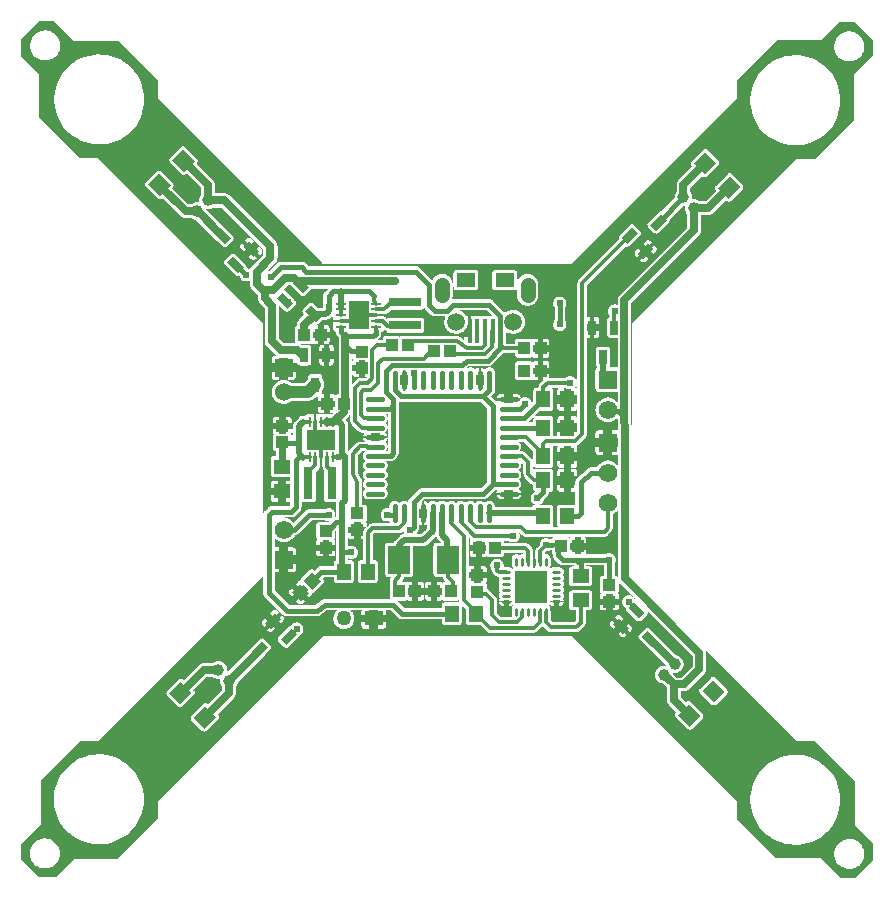
<source format=gtl>
G04 ---------------------------- Layer name :TOP LAYER*
G04 EasyEDA v5.8.19, Tue, 23 Oct 2018 03:45:39 GMT*
G04 c271f884b48f468e9f27791542bbc0a4*
G04 Gerber Generator version 0.2*
G04 Scale: 100 percent, Rotated: No, Reflected: No *
G04 Dimensions in inches *
G04 leading zeros omitted , absolute positions ,2 integer and 4 decimal *
%FSLAX24Y24*%
%MOIN*%
G90*
G70D02*

%ADD11C,0.015000*%
%ADD12C,0.012000*%
%ADD13C,0.018000*%
%ADD14C,0.016000*%
%ADD15C,0.028000*%
%ADD16C,0.013000*%
%ADD17C,0.020000*%
%ADD18C,0.025000*%
%ADD19C,0.022000*%
%ADD20C,0.040000*%
%ADD21C,0.011024*%
%ADD22C,0.016535*%
%ADD23C,0.019700*%
%ADD24C,0.024400*%
%ADD25R,0.106300X0.031496*%
%ADD26R,0.027559X0.049213*%
%ADD27R,0.074803X0.094488*%
%ADD28R,0.045670X0.057870*%
%ADD29R,0.057870X0.045670*%
%ADD30R,0.031496X0.106300*%
%ADD31R,0.105512X0.105512*%
%ADD32R,0.017717X0.078740*%
%ADD33R,0.062992X0.047240*%
%ADD34R,0.095500X0.065500*%
%ADD35R,0.011500X0.034500*%
%ADD36R,0.065500X0.095500*%
%ADD37R,0.034500X0.011500*%
%ADD38R,0.039370X0.043307*%
%ADD39R,0.043307X0.039370*%
%ADD40R,0.055100X0.051200*%
%ADD41R,0.051200X0.055100*%
%ADD42R,0.062000X0.050000*%
%ADD43C,0.050000*%
%ADD45R,0.062000X0.062000*%
%ADD46C,0.062000*%
%ADD47C,0.039370*%
%ADD48C,0.059055*%
%ADD49C,0.060000*%
%ADD50R,0.060000X0.060000*%
%ADD51C,0.051181*%

%LPD*%
G36*
G01X27800Y0D02*
G01X27300Y0D01*
G01X26650Y650D01*
G01X25150Y650D01*
G01X23850Y1950D01*
G01X23850Y2563D01*
G01X18350Y8063D01*
G01X10050Y8063D01*
G01X4550Y2563D01*
G01X4550Y1963D01*
G01X3200Y613D01*
G01X1750Y613D01*
G01X1150Y13D01*
G01X600Y13D01*
G01X0Y613D01*
G01X0Y1113D01*
G01X650Y1763D01*
G01X650Y3263D01*
G01X1950Y4563D01*
G01X2550Y4563D01*
G01X8050Y10063D01*
G01X8050Y18480D01*
G01X3248Y23282D01*
G01X2536Y23994D01*
G01X1950Y23994D01*
G01X600Y25344D01*
G01X600Y26794D01*
G01X0Y27394D01*
G01X0Y27944D01*
G01X600Y28544D01*
G01X1100Y28544D01*
G01X1750Y27894D01*
G01X3250Y27894D01*
G01X4550Y26594D01*
G01X4550Y25980D01*
G01X10050Y20463D01*
G01X18335Y20463D01*
G01X23138Y25265D01*
G01X23850Y25978D01*
G01X23850Y26563D01*
G01X25200Y27913D01*
G01X26650Y27913D01*
G01X27250Y28513D01*
G01X27800Y28513D01*
G01X28400Y27913D01*
G01X28400Y27413D01*
G01X27750Y26763D01*
G01X27750Y25263D01*
G01X26450Y23963D01*
G01X25835Y23963D01*
G01X20350Y18484D01*
G01X20350Y10063D01*
G01X25151Y5261D01*
G01X25864Y4550D01*
G01X26450Y4550D01*
G01X27800Y3200D01*
G01X27800Y1750D01*
G01X28400Y1150D01*
G01X28400Y600D01*
G01X27800Y0D01*
G37*

%LPC*%
G36*
G01X27537Y296D02*
G01X27587Y293D01*
G01X27637Y294D01*
G01X27686Y300D01*
G01X27735Y311D01*
G01X27783Y327D01*
G01X27828Y348D01*
G01X27871Y373D01*
G01X27912Y402D01*
G01X27949Y435D01*
G01X27983Y471D01*
G01X28013Y511D01*
G01X28039Y554D01*
G01X28061Y599D01*
G01X28078Y646D01*
G01X28091Y694D01*
G01X28098Y744D01*
G01X28101Y794D01*
G01X28098Y843D01*
G01X28091Y893D01*
G01X28078Y941D01*
G01X28061Y988D01*
G01X28039Y1033D01*
G01X28013Y1076D01*
G01X27983Y1116D01*
G01X27949Y1152D01*
G01X27912Y1185D01*
G01X27871Y1214D01*
G01X27828Y1239D01*
G01X27783Y1260D01*
G01X27735Y1276D01*
G01X27686Y1287D01*
G01X27637Y1293D01*
G01X27587Y1294D01*
G01X27537Y1291D01*
G01X27488Y1282D01*
G01X27440Y1268D01*
G01X27393Y1250D01*
G01X27349Y1227D01*
G01X27307Y1200D01*
G01X27268Y1169D01*
G01X27232Y1134D01*
G01X27200Y1096D01*
G01X27172Y1055D01*
G01X27148Y1011D01*
G01X27129Y965D01*
G01X27114Y917D01*
G01X27104Y868D01*
G01X27099Y818D01*
G01X27099Y769D01*
G01X27104Y719D01*
G01X27114Y670D01*
G01X27129Y622D01*
G01X27148Y576D01*
G01X27172Y532D01*
G01X27200Y491D01*
G01X27232Y453D01*
G01X27268Y418D01*
G01X27307Y387D01*
G01X27349Y360D01*
G01X27393Y337D01*
G01X27440Y319D01*
G01X27488Y305D01*
G01X27537Y296D01*
G37*
G36*
G01X723Y310D02*
G01X773Y307D01*
G01X823Y308D01*
G01X873Y314D01*
G01X921Y325D01*
G01X969Y341D01*
G01X1014Y362D01*
G01X1057Y387D01*
G01X1098Y416D01*
G01X1135Y449D01*
G01X1169Y485D01*
G01X1199Y525D01*
G01X1225Y568D01*
G01X1247Y613D01*
G01X1264Y660D01*
G01X1277Y708D01*
G01X1284Y758D01*
G01X1286Y807D01*
G01X1284Y857D01*
G01X1277Y907D01*
G01X1264Y955D01*
G01X1247Y1002D01*
G01X1225Y1047D01*
G01X1199Y1090D01*
G01X1169Y1130D01*
G01X1135Y1166D01*
G01X1098Y1199D01*
G01X1057Y1228D01*
G01X1014Y1253D01*
G01X969Y1274D01*
G01X921Y1290D01*
G01X873Y1301D01*
G01X823Y1307D01*
G01X773Y1308D01*
G01X723Y1305D01*
G01X674Y1296D01*
G01X626Y1282D01*
G01X579Y1264D01*
G01X535Y1241D01*
G01X493Y1214D01*
G01X454Y1183D01*
G01X418Y1148D01*
G01X386Y1110D01*
G01X358Y1069D01*
G01X334Y1025D01*
G01X315Y979D01*
G01X300Y931D01*
G01X290Y882D01*
G01X285Y832D01*
G01X285Y783D01*
G01X290Y733D01*
G01X300Y684D01*
G01X315Y636D01*
G01X334Y590D01*
G01X358Y546D01*
G01X386Y505D01*
G01X418Y467D01*
G01X454Y432D01*
G01X493Y401D01*
G01X535Y374D01*
G01X579Y351D01*
G01X626Y333D01*
G01X674Y319D01*
G01X723Y310D01*
G37*
G36*
G01X25613Y1104D02*
G01X25762Y1093D01*
G01X25912Y1097D01*
G01X26060Y1115D01*
G01X26206Y1149D01*
G01X26348Y1196D01*
G01X26484Y1258D01*
G01X26614Y1333D01*
G01X26735Y1420D01*
G01X26848Y1519D01*
G01X26949Y1629D01*
G01X27040Y1748D01*
G01X27118Y1876D01*
G01X27183Y2010D01*
G01X27234Y2151D01*
G01X27271Y2296D01*
G01X27293Y2444D01*
G01X27301Y2594D01*
G01X27293Y2743D01*
G01X27271Y2891D01*
G01X27234Y3036D01*
G01X27183Y3177D01*
G01X27118Y3311D01*
G01X27040Y3439D01*
G01X26949Y3558D01*
G01X26848Y3668D01*
G01X26735Y3767D01*
G01X26614Y3854D01*
G01X26484Y3929D01*
G01X26348Y3991D01*
G01X26206Y4038D01*
G01X26060Y4072D01*
G01X25912Y4090D01*
G01X25762Y4094D01*
G01X25613Y4083D01*
G01X25465Y4057D01*
G01X25321Y4016D01*
G01X25182Y3962D01*
G01X25049Y3893D01*
G01X24923Y3812D01*
G01X24806Y3719D01*
G01X24699Y3614D01*
G01X24603Y3500D01*
G01X24519Y3376D01*
G01X24447Y3245D01*
G01X24389Y3107D01*
G01X24345Y2964D01*
G01X24315Y2817D01*
G01X24300Y2668D01*
G01X24300Y2519D01*
G01X24315Y2370D01*
G01X24345Y2223D01*
G01X24389Y2080D01*
G01X24447Y1942D01*
G01X24519Y1811D01*
G01X24603Y1687D01*
G01X24699Y1573D01*
G01X24806Y1468D01*
G01X24923Y1375D01*
G01X25049Y1294D01*
G01X25182Y1225D01*
G01X25321Y1171D01*
G01X25465Y1130D01*
G01X25613Y1104D01*
G37*
G36*
G01X2399Y1118D02*
G01X2548Y1107D01*
G01X2698Y1111D01*
G01X2846Y1129D01*
G01X2992Y1163D01*
G01X3134Y1210D01*
G01X3270Y1272D01*
G01X3400Y1347D01*
G01X3521Y1434D01*
G01X3634Y1533D01*
G01X3735Y1643D01*
G01X3826Y1762D01*
G01X3904Y1890D01*
G01X3969Y2024D01*
G01X4020Y2165D01*
G01X4057Y2310D01*
G01X4079Y2458D01*
G01X4086Y2607D01*
G01X4079Y2757D01*
G01X4057Y2905D01*
G01X4020Y3050D01*
G01X3969Y3191D01*
G01X3904Y3325D01*
G01X3826Y3453D01*
G01X3735Y3572D01*
G01X3634Y3682D01*
G01X3521Y3781D01*
G01X3400Y3868D01*
G01X3270Y3943D01*
G01X3134Y4005D01*
G01X2992Y4052D01*
G01X2846Y4086D01*
G01X2698Y4104D01*
G01X2548Y4108D01*
G01X2399Y4097D01*
G01X2251Y4071D01*
G01X2107Y4030D01*
G01X1968Y3976D01*
G01X1835Y3907D01*
G01X1709Y3826D01*
G01X1592Y3733D01*
G01X1485Y3628D01*
G01X1389Y3514D01*
G01X1305Y3390D01*
G01X1233Y3259D01*
G01X1175Y3121D01*
G01X1131Y2978D01*
G01X1101Y2831D01*
G01X1086Y2682D01*
G01X1086Y2533D01*
G01X1101Y2384D01*
G01X1131Y2237D01*
G01X1175Y2094D01*
G01X1233Y1956D01*
G01X1305Y1825D01*
G01X1389Y1701D01*
G01X1485Y1587D01*
G01X1592Y1482D01*
G01X1709Y1389D01*
G01X1835Y1308D01*
G01X1968Y1239D01*
G01X2107Y1185D01*
G01X2251Y1144D01*
G01X2399Y1118D01*
G37*
G36*
G01X6101Y4868D02*
G01X6106Y4868D01*
G01X6110Y4868D01*
G01X6114Y4868D01*
G01X6118Y4868D01*
G01X6122Y4869D01*
G01X6126Y4870D01*
G01X6130Y4871D01*
G01X6134Y4872D01*
G01X6138Y4873D01*
G01X6142Y4875D01*
G01X6146Y4876D01*
G01X6149Y4878D01*
G01X6153Y4880D01*
G01X6157Y4882D01*
G01X6160Y4884D01*
G01X6164Y4886D01*
G01X6167Y4889D01*
G01X6170Y4891D01*
G01X6173Y4894D01*
G01X6176Y4897D01*
G01X6566Y5287D01*
G01X6569Y5290D01*
G01X6572Y5293D01*
G01X6574Y5296D01*
G01X6577Y5299D01*
G01X6579Y5303D01*
G01X6581Y5306D01*
G01X6583Y5310D01*
G01X6585Y5314D01*
G01X6587Y5317D01*
G01X6588Y5321D01*
G01X6590Y5325D01*
G01X6591Y5329D01*
G01X6592Y5333D01*
G01X6593Y5337D01*
G01X6594Y5341D01*
G01X6595Y5345D01*
G01X6595Y5349D01*
G01X6595Y5353D01*
G01X6595Y5357D01*
G01X6595Y5362D01*
G01X6595Y5366D01*
G01X6595Y5370D01*
G01X6594Y5374D01*
G01X6593Y5378D01*
G01X6592Y5382D01*
G01X6591Y5386D01*
G01X6590Y5390D01*
G01X6588Y5394D01*
G01X6587Y5398D01*
G01X6585Y5401D01*
G01X6583Y5405D01*
G01X6581Y5409D01*
G01X6579Y5412D01*
G01X6577Y5416D01*
G01X6574Y5419D01*
G01X6572Y5422D01*
G01X6569Y5425D01*
G01X6566Y5428D01*
G01X6544Y5450D01*
G01X7087Y5992D01*
G01X7091Y5997D01*
G01X7095Y6002D01*
G01X7099Y6006D01*
G01X7103Y6011D01*
G01X7107Y6016D01*
G01X7111Y6021D01*
G01X7115Y6026D01*
G01X7118Y6032D01*
G01X7121Y6037D01*
G01X7124Y6043D01*
G01X7127Y6048D01*
G01X7130Y6054D01*
G01X7133Y6060D01*
G01X7135Y6065D01*
G01X7138Y6071D01*
G01X7140Y6077D01*
G01X7142Y6083D01*
G01X7144Y6089D01*
G01X7145Y6095D01*
G01X7147Y6101D01*
G01X7148Y6108D01*
G01X7149Y6114D01*
G01X7150Y6120D01*
G01X7151Y6126D01*
G01X7152Y6133D01*
G01X7152Y6139D01*
G01X7152Y6145D01*
G01X7153Y6151D01*
G01X7153Y6371D01*
G01X7156Y6374D01*
G01X7174Y6398D01*
G01X7189Y6423D01*
G01X7202Y6450D01*
G01X7212Y6478D01*
G01X7219Y6506D01*
G01X7221Y6520D01*
G01X8125Y7424D01*
G01X8130Y7428D01*
G01X8134Y7433D01*
G01X8138Y7438D01*
G01X8143Y7443D01*
G01X8147Y7448D01*
G01X8150Y7453D01*
G01X8154Y7459D01*
G01X8158Y7464D01*
G01X8159Y7467D01*
G01X8297Y7605D01*
G01X8300Y7608D01*
G01X8303Y7611D01*
G01X8305Y7614D01*
G01X8308Y7617D01*
G01X8310Y7621D01*
G01X8312Y7624D01*
G01X8314Y7628D01*
G01X8316Y7632D01*
G01X8318Y7635D01*
G01X8320Y7639D01*
G01X8321Y7643D01*
G01X8322Y7647D01*
G01X8323Y7651D01*
G01X8324Y7655D01*
G01X8325Y7659D01*
G01X8326Y7663D01*
G01X8326Y7667D01*
G01X8326Y7671D01*
G01X8326Y7676D01*
G01X8326Y7680D01*
G01X8326Y7684D01*
G01X8326Y7688D01*
G01X8325Y7692D01*
G01X8324Y7696D01*
G01X8323Y7700D01*
G01X8322Y7704D01*
G01X8321Y7708D01*
G01X8320Y7712D01*
G01X8318Y7716D01*
G01X8316Y7719D01*
G01X8314Y7723D01*
G01X8312Y7727D01*
G01X8310Y7730D01*
G01X8308Y7734D01*
G01X8305Y7737D01*
G01X8303Y7740D01*
G01X8300Y7743D01*
G01X8297Y7746D01*
G01X8102Y7941D01*
G01X8099Y7944D01*
G01X8096Y7947D01*
G01X8093Y7949D01*
G01X8090Y7952D01*
G01X8086Y7954D01*
G01X8083Y7956D01*
G01X8079Y7958D01*
G01X8075Y7960D01*
G01X8072Y7962D01*
G01X8068Y7964D01*
G01X8064Y7965D01*
G01X8060Y7966D01*
G01X8056Y7967D01*
G01X8052Y7968D01*
G01X8048Y7969D01*
G01X8044Y7970D01*
G01X8040Y7970D01*
G01X8036Y7970D01*
G01X8032Y7971D01*
G01X8027Y7970D01*
G01X8023Y7970D01*
G01X8019Y7970D01*
G01X8015Y7969D01*
G01X8011Y7968D01*
G01X8007Y7967D01*
G01X8003Y7966D01*
G01X7999Y7965D01*
G01X7995Y7964D01*
G01X7991Y7962D01*
G01X7988Y7960D01*
G01X7984Y7958D01*
G01X7980Y7956D01*
G01X7977Y7954D01*
G01X7973Y7952D01*
G01X7970Y7949D01*
G01X7967Y7947D01*
G01X7964Y7944D01*
G01X7961Y7941D01*
G01X7809Y7790D01*
G01X7806Y7787D01*
G01X7797Y7779D01*
G01X7788Y7771D01*
G01X7780Y7763D01*
G01X7772Y7754D01*
G01X7765Y7745D01*
G01X7613Y7593D01*
G01X7610Y7590D01*
G01X7607Y7587D01*
G01X7605Y7584D01*
G01X7602Y7581D01*
G01X7600Y7577D01*
G01X6882Y6860D01*
G01X6862Y6856D01*
G01X6863Y6862D01*
G01X6868Y6892D01*
G01X6869Y6922D01*
G01X6868Y6951D01*
G01X6863Y6981D01*
G01X6856Y7009D01*
G01X6846Y7037D01*
G01X6833Y7064D01*
G01X6818Y7089D01*
G01X6800Y7113D01*
G01X6779Y7135D01*
G01X6757Y7154D01*
G01X6733Y7172D01*
G01X6707Y7187D01*
G01X6680Y7199D01*
G01X6652Y7208D01*
G01X6623Y7215D01*
G01X6594Y7219D01*
G01X6564Y7219D01*
G01X6534Y7217D01*
G01X6505Y7212D01*
G01X6477Y7204D01*
G01X6449Y7193D01*
G01X6423Y7179D01*
G01X6398Y7163D01*
G01X6377Y7147D01*
G01X6082Y7147D01*
G01X6076Y7146D01*
G01X6070Y7146D01*
G01X6064Y7146D01*
G01X6057Y7145D01*
G01X6051Y7144D01*
G01X6045Y7143D01*
G01X6039Y7142D01*
G01X6032Y7141D01*
G01X6026Y7139D01*
G01X6020Y7138D01*
G01X6014Y7136D01*
G01X6008Y7134D01*
G01X6002Y7132D01*
G01X5996Y7129D01*
G01X5991Y7127D01*
G01X5985Y7124D01*
G01X5979Y7121D01*
G01X5974Y7118D01*
G01X5968Y7115D01*
G01X5963Y7112D01*
G01X5957Y7109D01*
G01X5952Y7105D01*
G01X5947Y7101D01*
G01X5942Y7097D01*
G01X5937Y7093D01*
G01X5932Y7089D01*
G01X5928Y7085D01*
G01X5923Y7080D01*
G01X5419Y6575D01*
G01X5397Y6597D01*
G01X5394Y6600D01*
G01X5391Y6603D01*
G01X5388Y6606D01*
G01X5384Y6608D01*
G01X5381Y6610D01*
G01X5377Y6613D01*
G01X5374Y6615D01*
G01X5370Y6616D01*
G01X5366Y6618D01*
G01X5362Y6620D01*
G01X5359Y6621D01*
G01X5355Y6622D01*
G01X5351Y6624D01*
G01X5347Y6625D01*
G01X5343Y6625D01*
G01X5338Y6626D01*
G01X5334Y6626D01*
G01X5330Y6627D01*
G01X5326Y6627D01*
G01X5322Y6627D01*
G01X5318Y6626D01*
G01X5314Y6626D01*
G01X5310Y6625D01*
G01X5306Y6625D01*
G01X5302Y6624D01*
G01X5298Y6622D01*
G01X5294Y6621D01*
G01X5290Y6620D01*
G01X5286Y6618D01*
G01X5282Y6616D01*
G01X5279Y6615D01*
G01X5275Y6613D01*
G01X5271Y6610D01*
G01X5268Y6608D01*
G01X5265Y6606D01*
G01X5261Y6603D01*
G01X5258Y6600D01*
G01X5255Y6597D01*
G01X4866Y6208D01*
G01X4863Y6205D01*
G01X4860Y6201D01*
G01X4857Y6198D01*
G01X4855Y6195D01*
G01X4853Y6192D01*
G01X4850Y6188D01*
G01X4848Y6184D01*
G01X4847Y6181D01*
G01X4845Y6177D01*
G01X4843Y6173D01*
G01X4842Y6169D01*
G01X4841Y6165D01*
G01X4839Y6161D01*
G01X4838Y6157D01*
G01X4838Y6153D01*
G01X4837Y6149D01*
G01X4837Y6145D01*
G01X4836Y6141D01*
G01X4836Y6137D01*
G01X4836Y6133D01*
G01X4837Y6129D01*
G01X4837Y6125D01*
G01X4838Y6120D01*
G01X4838Y6116D01*
G01X4839Y6112D01*
G01X4841Y6108D01*
G01X4842Y6104D01*
G01X4843Y6101D01*
G01X4845Y6097D01*
G01X4847Y6093D01*
G01X4848Y6089D01*
G01X4850Y6086D01*
G01X4853Y6082D01*
G01X4855Y6079D01*
G01X4857Y6075D01*
G01X4860Y6072D01*
G01X4863Y6069D01*
G01X4866Y6066D01*
G01X5228Y5704D01*
G01X5231Y5701D01*
G01X5234Y5699D01*
G01X5237Y5696D01*
G01X5240Y5694D01*
G01X5244Y5691D01*
G01X5247Y5689D01*
G01X5251Y5687D01*
G01X5254Y5685D01*
G01X5258Y5683D01*
G01X5262Y5682D01*
G01X5266Y5680D01*
G01X5270Y5679D01*
G01X5274Y5678D01*
G01X5278Y5677D01*
G01X5282Y5676D01*
G01X5286Y5676D01*
G01X5290Y5675D01*
G01X5294Y5675D01*
G01X5298Y5675D01*
G01X5302Y5675D01*
G01X5307Y5675D01*
G01X5311Y5676D01*
G01X5315Y5676D01*
G01X5319Y5677D01*
G01X5323Y5678D01*
G01X5327Y5679D01*
G01X5331Y5680D01*
G01X5335Y5682D01*
G01X5338Y5683D01*
G01X5342Y5685D01*
G01X5346Y5687D01*
G01X5349Y5689D01*
G01X5353Y5691D01*
G01X5356Y5694D01*
G01X5360Y5696D01*
G01X5363Y5699D01*
G01X5366Y5701D01*
G01X5369Y5704D01*
G01X5759Y6094D01*
G01X5762Y6097D01*
G01X5764Y6100D01*
G01X5767Y6103D01*
G01X5769Y6107D01*
G01X5772Y6110D01*
G01X5774Y6114D01*
G01X5776Y6117D01*
G01X5778Y6121D01*
G01X5780Y6125D01*
G01X5781Y6128D01*
G01X5783Y6132D01*
G01X5784Y6136D01*
G01X5785Y6140D01*
G01X5786Y6144D01*
G01X5787Y6148D01*
G01X5787Y6152D01*
G01X5788Y6156D01*
G01X5788Y6161D01*
G01X5788Y6165D01*
G01X5788Y6169D01*
G01X5788Y6173D01*
G01X5787Y6177D01*
G01X5787Y6181D01*
G01X5786Y6185D01*
G01X5785Y6189D01*
G01X5784Y6193D01*
G01X5783Y6197D01*
G01X5781Y6201D01*
G01X5780Y6205D01*
G01X5778Y6209D01*
G01X5776Y6212D01*
G01X5774Y6216D01*
G01X5772Y6219D01*
G01X5769Y6223D01*
G01X5767Y6226D01*
G01X5764Y6229D01*
G01X5762Y6232D01*
G01X5759Y6235D01*
G01X5737Y6257D01*
G01X6176Y6697D01*
G01X6377Y6697D01*
G01X6398Y6680D01*
G01X6423Y6664D01*
G01X6449Y6650D01*
G01X6477Y6639D01*
G01X6505Y6631D01*
G01X6534Y6626D01*
G01X6564Y6624D01*
G01X6594Y6624D01*
G01X6623Y6628D01*
G01X6637Y6631D01*
G01X6633Y6610D01*
G01X6630Y6580D01*
G01X6630Y6551D01*
G01X6633Y6521D01*
G01X6639Y6492D01*
G01X6648Y6464D01*
G01X6659Y6436D01*
G01X6673Y6410D01*
G01X6690Y6386D01*
G01X6703Y6371D01*
G01X6703Y6245D01*
G01X6226Y5768D01*
G01X6204Y5790D01*
G01X6201Y5793D01*
G01X6198Y5796D01*
G01X6195Y5798D01*
G01X6192Y5801D01*
G01X6188Y5803D01*
G01X6185Y5805D01*
G01X6181Y5807D01*
G01X6177Y5809D01*
G01X6174Y5811D01*
G01X6170Y5812D01*
G01X6166Y5814D01*
G01X6162Y5815D01*
G01X6158Y5816D01*
G01X6154Y5817D01*
G01X6150Y5818D01*
G01X6146Y5819D01*
G01X6142Y5819D01*
G01X6138Y5819D01*
G01X6133Y5819D01*
G01X6129Y5819D01*
G01X6125Y5819D01*
G01X6121Y5819D01*
G01X6117Y5818D01*
G01X6113Y5817D01*
G01X6109Y5816D01*
G01X6105Y5815D01*
G01X6101Y5814D01*
G01X6097Y5812D01*
G01X6093Y5811D01*
G01X6090Y5809D01*
G01X6086Y5807D01*
G01X6082Y5805D01*
G01X6079Y5803D01*
G01X6075Y5801D01*
G01X6072Y5798D01*
G01X6069Y5796D01*
G01X6066Y5793D01*
G01X6063Y5790D01*
G01X5673Y5400D01*
G01X5670Y5397D01*
G01X5667Y5394D01*
G01X5665Y5391D01*
G01X5662Y5388D01*
G01X5660Y5384D01*
G01X5658Y5381D01*
G01X5656Y5377D01*
G01X5654Y5373D01*
G01X5652Y5370D01*
G01X5651Y5366D01*
G01X5649Y5362D01*
G01X5648Y5358D01*
G01X5647Y5354D01*
G01X5646Y5350D01*
G01X5645Y5346D01*
G01X5644Y5342D01*
G01X5644Y5338D01*
G01X5644Y5334D01*
G01X5644Y5330D01*
G01X5644Y5325D01*
G01X5644Y5321D01*
G01X5644Y5317D01*
G01X5645Y5313D01*
G01X5646Y5309D01*
G01X5647Y5305D01*
G01X5648Y5301D01*
G01X5649Y5297D01*
G01X5651Y5293D01*
G01X5652Y5289D01*
G01X5654Y5286D01*
G01X5656Y5282D01*
G01X5658Y5278D01*
G01X5660Y5275D01*
G01X5662Y5271D01*
G01X5665Y5268D01*
G01X5667Y5265D01*
G01X5670Y5262D01*
G01X5673Y5259D01*
G01X6035Y4897D01*
G01X6038Y4894D01*
G01X6041Y4891D01*
G01X6044Y4889D01*
G01X6047Y4886D01*
G01X6051Y4884D01*
G01X6054Y4882D01*
G01X6058Y4880D01*
G01X6062Y4878D01*
G01X6065Y4876D01*
G01X6069Y4875D01*
G01X6073Y4873D01*
G01X6077Y4872D01*
G01X6081Y4871D01*
G01X6085Y4870D01*
G01X6089Y4869D01*
G01X6093Y4868D01*
G01X6097Y4868D01*
G01X6101Y4868D01*
G37*
G36*
G01X22272Y4930D02*
G01X22276Y4930D01*
G01X22280Y4930D01*
G01X22284Y4931D01*
G01X22289Y4931D01*
G01X22293Y4932D01*
G01X22297Y4932D01*
G01X22301Y4933D01*
G01X22305Y4935D01*
G01X22309Y4936D01*
G01X22312Y4937D01*
G01X22316Y4939D01*
G01X22320Y4941D01*
G01X22324Y4942D01*
G01X22327Y4944D01*
G01X22331Y4947D01*
G01X22334Y4949D01*
G01X22338Y4951D01*
G01X22341Y4954D01*
G01X22344Y4957D01*
G01X22347Y4960D01*
G01X22709Y5322D01*
G01X22712Y5325D01*
G01X22714Y5328D01*
G01X22717Y5331D01*
G01X22719Y5334D01*
G01X22722Y5338D01*
G01X22724Y5341D01*
G01X22726Y5345D01*
G01X22728Y5348D01*
G01X22730Y5352D01*
G01X22731Y5356D01*
G01X22733Y5360D01*
G01X22734Y5364D01*
G01X22735Y5368D01*
G01X22736Y5372D01*
G01X22737Y5376D01*
G01X22737Y5380D01*
G01X22738Y5384D01*
G01X22738Y5388D01*
G01X22738Y5392D01*
G01X22738Y5396D01*
G01X22738Y5401D01*
G01X22737Y5405D01*
G01X22737Y5409D01*
G01X22736Y5413D01*
G01X22735Y5417D01*
G01X22734Y5421D01*
G01X22733Y5425D01*
G01X22731Y5429D01*
G01X22730Y5432D01*
G01X22728Y5436D01*
G01X22726Y5440D01*
G01X22724Y5443D01*
G01X22722Y5447D01*
G01X22719Y5450D01*
G01X22717Y5454D01*
G01X22714Y5457D01*
G01X22712Y5460D01*
G01X22709Y5463D01*
G01X22319Y5853D01*
G01X22316Y5856D01*
G01X22313Y5858D01*
G01X22310Y5861D01*
G01X22306Y5863D01*
G01X22303Y5866D01*
G01X22299Y5868D01*
G01X22296Y5870D01*
G01X22292Y5872D01*
G01X22288Y5874D01*
G01X22285Y5875D01*
G01X22281Y5877D01*
G01X22277Y5878D01*
G01X22273Y5879D01*
G01X22269Y5880D01*
G01X22265Y5881D01*
G01X22261Y5881D01*
G01X22257Y5882D01*
G01X22252Y5882D01*
G01X22248Y5882D01*
G01X22244Y5882D01*
G01X22240Y5882D01*
G01X22236Y5881D01*
G01X22232Y5881D01*
G01X22228Y5880D01*
G01X22224Y5879D01*
G01X22220Y5878D01*
G01X22216Y5877D01*
G01X22212Y5875D01*
G01X22208Y5874D01*
G01X22204Y5872D01*
G01X22201Y5870D01*
G01X22197Y5868D01*
G01X22194Y5866D01*
G01X22190Y5863D01*
G01X22187Y5861D01*
G01X22184Y5858D01*
G01X22181Y5856D01*
G01X22178Y5853D01*
G01X22156Y5831D01*
G01X21975Y6012D01*
G01X21975Y6219D01*
G01X22100Y6219D01*
G01X22106Y6219D01*
G01X22112Y6219D01*
G01X22118Y6219D01*
G01X22125Y6220D01*
G01X22131Y6221D01*
G01X22137Y6222D01*
G01X22143Y6223D01*
G01X22150Y6224D01*
G01X22156Y6226D01*
G01X22162Y6227D01*
G01X22168Y6229D01*
G01X22174Y6231D01*
G01X22180Y6233D01*
G01X22186Y6236D01*
G01X22191Y6238D01*
G01X22197Y6241D01*
G01X22203Y6244D01*
G01X22208Y6247D01*
G01X22214Y6250D01*
G01X22219Y6253D01*
G01X22225Y6256D01*
G01X22230Y6260D01*
G01X22235Y6264D01*
G01X22240Y6268D01*
G01X22245Y6272D01*
G01X22249Y6276D01*
G01X22254Y6280D01*
G01X22259Y6284D01*
G01X22759Y6784D01*
G01X22763Y6789D01*
G01X22767Y6794D01*
G01X22771Y6798D01*
G01X22775Y6803D01*
G01X22779Y6808D01*
G01X22783Y6813D01*
G01X22787Y6819D01*
G01X22790Y6824D01*
G01X22793Y6829D01*
G01X22796Y6835D01*
G01X22799Y6840D01*
G01X22802Y6846D01*
G01X22805Y6852D01*
G01X22807Y6857D01*
G01X22810Y6863D01*
G01X22812Y6869D01*
G01X22814Y6875D01*
G01X22816Y6881D01*
G01X22817Y6887D01*
G01X22819Y6893D01*
G01X22820Y6900D01*
G01X22821Y6906D01*
G01X22822Y6912D01*
G01X22823Y6918D01*
G01X22824Y6925D01*
G01X22824Y6931D01*
G01X22824Y6937D01*
G01X22825Y6944D01*
G01X22825Y7494D01*
G01X22824Y7500D01*
G01X22824Y7506D01*
G01X22824Y7512D01*
G01X22823Y7519D01*
G01X22822Y7525D01*
G01X22821Y7531D01*
G01X22820Y7537D01*
G01X22819Y7544D01*
G01X22817Y7550D01*
G01X22816Y7556D01*
G01X22814Y7562D01*
G01X22812Y7568D01*
G01X22810Y7574D01*
G01X22807Y7580D01*
G01X22805Y7585D01*
G01X22802Y7591D01*
G01X22799Y7597D01*
G01X22796Y7602D01*
G01X22793Y7608D01*
G01X22790Y7613D01*
G01X22787Y7619D01*
G01X22783Y7624D01*
G01X22779Y7629D01*
G01X22775Y7634D01*
G01X22771Y7639D01*
G01X22767Y7643D01*
G01X22763Y7648D01*
G01X22759Y7653D01*
G01X20344Y10067D01*
G01X20344Y11044D01*
G01X20344Y11044D01*
G01X20344Y11044D01*
G01X20325Y19151D01*
G01X22587Y21412D01*
G01X22591Y21417D01*
G01X22595Y21422D01*
G01X22599Y21426D01*
G01X22603Y21431D01*
G01X22607Y21436D01*
G01X22611Y21441D01*
G01X22615Y21447D01*
G01X22618Y21452D01*
G01X22621Y21457D01*
G01X22624Y21463D01*
G01X22627Y21468D01*
G01X22630Y21474D01*
G01X22633Y21480D01*
G01X22635Y21485D01*
G01X22638Y21491D01*
G01X22640Y21497D01*
G01X22642Y21503D01*
G01X22644Y21509D01*
G01X22645Y21515D01*
G01X22647Y21521D01*
G01X22648Y21528D01*
G01X22649Y21534D01*
G01X22650Y21540D01*
G01X22651Y21546D01*
G01X22652Y21553D01*
G01X22652Y21559D01*
G01X22652Y21565D01*
G01X22652Y21572D01*
G01X22652Y22090D01*
G01X22906Y22090D01*
G01X22913Y22091D01*
G01X22919Y22091D01*
G01X22925Y22091D01*
G01X22932Y22092D01*
G01X22938Y22093D01*
G01X22944Y22094D01*
G01X22950Y22095D01*
G01X22957Y22096D01*
G01X22963Y22098D01*
G01X22969Y22099D01*
G01X22975Y22101D01*
G01X22981Y22103D01*
G01X22987Y22105D01*
G01X22993Y22108D01*
G01X22998Y22110D01*
G01X23004Y22113D01*
G01X23010Y22116D01*
G01X23015Y22119D01*
G01X23021Y22122D01*
G01X23026Y22125D01*
G01X23032Y22128D01*
G01X23037Y22132D01*
G01X23042Y22136D01*
G01X23047Y22140D01*
G01X23052Y22144D01*
G01X23057Y22148D01*
G01X23061Y22152D01*
G01X23066Y22157D01*
G01X23490Y22582D01*
G01X23512Y22560D01*
G01X23515Y22557D01*
G01X23518Y22554D01*
G01X23521Y22551D01*
G01X23525Y22549D01*
G01X23528Y22547D01*
G01X23532Y22544D01*
G01X23535Y22542D01*
G01X23539Y22541D01*
G01X23543Y22539D01*
G01X23547Y22537D01*
G01X23550Y22536D01*
G01X23554Y22535D01*
G01X23558Y22533D01*
G01X23562Y22532D01*
G01X23566Y22532D01*
G01X23571Y22531D01*
G01X23575Y22531D01*
G01X23579Y22530D01*
G01X23583Y22530D01*
G01X23587Y22530D01*
G01X23591Y22531D01*
G01X23595Y22531D01*
G01X23599Y22532D01*
G01X23603Y22532D01*
G01X23607Y22533D01*
G01X23611Y22535D01*
G01X23615Y22536D01*
G01X23619Y22537D01*
G01X23623Y22539D01*
G01X23627Y22541D01*
G01X23630Y22542D01*
G01X23634Y22544D01*
G01X23638Y22547D01*
G01X23641Y22549D01*
G01X23644Y22551D01*
G01X23647Y22554D01*
G01X23651Y22557D01*
G01X23654Y22560D01*
G01X24043Y22949D01*
G01X24046Y22952D01*
G01X24049Y22955D01*
G01X24052Y22959D01*
G01X24054Y22962D01*
G01X24056Y22965D01*
G01X24059Y22969D01*
G01X24061Y22973D01*
G01X24062Y22976D01*
G01X24064Y22980D01*
G01X24066Y22984D01*
G01X24067Y22988D01*
G01X24068Y22992D01*
G01X24070Y22996D01*
G01X24071Y23000D01*
G01X24071Y23004D01*
G01X24072Y23008D01*
G01X24072Y23012D01*
G01X24073Y23016D01*
G01X24073Y23020D01*
G01X24073Y23024D01*
G01X24072Y23028D01*
G01X24072Y23032D01*
G01X24071Y23037D01*
G01X24071Y23041D01*
G01X24070Y23045D01*
G01X24068Y23049D01*
G01X24067Y23053D01*
G01X24066Y23056D01*
G01X24064Y23060D01*
G01X24062Y23064D01*
G01X24061Y23068D01*
G01X24059Y23071D01*
G01X24056Y23075D01*
G01X24054Y23078D01*
G01X24052Y23082D01*
G01X24049Y23085D01*
G01X24046Y23088D01*
G01X24043Y23091D01*
G01X23681Y23453D01*
G01X23678Y23456D01*
G01X23675Y23458D01*
G01X23672Y23461D01*
G01X23669Y23463D01*
G01X23665Y23466D01*
G01X23662Y23468D01*
G01X23658Y23470D01*
G01X23655Y23472D01*
G01X23651Y23474D01*
G01X23647Y23475D01*
G01X23643Y23477D01*
G01X23639Y23478D01*
G01X23635Y23479D01*
G01X23631Y23480D01*
G01X23627Y23481D01*
G01X23623Y23481D01*
G01X23619Y23482D01*
G01X23615Y23482D01*
G01X23611Y23482D01*
G01X23607Y23482D01*
G01X23602Y23482D01*
G01X23598Y23481D01*
G01X23594Y23481D01*
G01X23590Y23480D01*
G01X23586Y23479D01*
G01X23582Y23478D01*
G01X23578Y23477D01*
G01X23574Y23475D01*
G01X23571Y23474D01*
G01X23567Y23472D01*
G01X23563Y23470D01*
G01X23560Y23468D01*
G01X23556Y23466D01*
G01X23553Y23463D01*
G01X23549Y23461D01*
G01X23546Y23458D01*
G01X23543Y23456D01*
G01X23540Y23453D01*
G01X23150Y23063D01*
G01X23147Y23060D01*
G01X23145Y23057D01*
G01X23142Y23054D01*
G01X23140Y23050D01*
G01X23137Y23047D01*
G01X23135Y23043D01*
G01X23133Y23040D01*
G01X23131Y23036D01*
G01X23129Y23032D01*
G01X23128Y23029D01*
G01X23126Y23025D01*
G01X23125Y23021D01*
G01X23124Y23017D01*
G01X23123Y23013D01*
G01X23122Y23009D01*
G01X23122Y23005D01*
G01X23121Y23001D01*
G01X23121Y22996D01*
G01X23121Y22992D01*
G01X23121Y22988D01*
G01X23121Y22984D01*
G01X23122Y22980D01*
G01X23122Y22976D01*
G01X23123Y22972D01*
G01X23124Y22968D01*
G01X23125Y22964D01*
G01X23126Y22960D01*
G01X23128Y22956D01*
G01X23129Y22952D01*
G01X23131Y22948D01*
G01X23133Y22945D01*
G01X23135Y22941D01*
G01X23137Y22938D01*
G01X23140Y22934D01*
G01X23142Y22931D01*
G01X23145Y22928D01*
G01X23147Y22925D01*
G01X23150Y22922D01*
G01X23172Y22900D01*
G01X22813Y22540D01*
G01X22622Y22540D01*
G01X22613Y22548D01*
G01X22589Y22566D01*
G01X22563Y22581D01*
G01X22536Y22593D01*
G01X22508Y22602D01*
G01X22479Y22609D01*
G01X22450Y22613D01*
G01X22420Y22613D01*
G01X22390Y22611D01*
G01X22362Y22606D01*
G01X22363Y22612D01*
G01X22368Y22642D01*
G01X22369Y22672D01*
G01X22368Y22701D01*
G01X22363Y22731D01*
G01X22356Y22759D01*
G01X22346Y22787D01*
G01X22333Y22814D01*
G01X22318Y22839D01*
G01X22300Y22863D01*
G01X22297Y22866D01*
G01X22297Y23002D01*
G01X22683Y23389D01*
G01X22705Y23367D01*
G01X22708Y23364D01*
G01X22711Y23361D01*
G01X22714Y23359D01*
G01X22717Y23356D01*
G01X22721Y23354D01*
G01X22724Y23352D01*
G01X22728Y23350D01*
G01X22732Y23348D01*
G01X22735Y23346D01*
G01X22739Y23345D01*
G01X22743Y23343D01*
G01X22747Y23342D01*
G01X22751Y23341D01*
G01X22755Y23340D01*
G01X22759Y23339D01*
G01X22763Y23338D01*
G01X22767Y23338D01*
G01X22771Y23338D01*
G01X22776Y23338D01*
G01X22780Y23338D01*
G01X22784Y23338D01*
G01X22788Y23338D01*
G01X22792Y23339D01*
G01X22796Y23340D01*
G01X22800Y23341D01*
G01X22804Y23342D01*
G01X22808Y23343D01*
G01X22812Y23345D01*
G01X22816Y23346D01*
G01X22819Y23348D01*
G01X22823Y23350D01*
G01X22827Y23352D01*
G01X22830Y23354D01*
G01X22834Y23356D01*
G01X22837Y23359D01*
G01X22840Y23361D01*
G01X22843Y23364D01*
G01X22846Y23367D01*
G01X23236Y23757D01*
G01X23239Y23760D01*
G01X23242Y23763D01*
G01X23244Y23766D01*
G01X23247Y23769D01*
G01X23249Y23773D01*
G01X23251Y23776D01*
G01X23253Y23780D01*
G01X23255Y23784D01*
G01X23257Y23787D01*
G01X23258Y23791D01*
G01X23260Y23795D01*
G01X23261Y23799D01*
G01X23262Y23803D01*
G01X23263Y23807D01*
G01X23264Y23811D01*
G01X23265Y23815D01*
G01X23265Y23819D01*
G01X23265Y23823D01*
G01X23265Y23827D01*
G01X23265Y23832D01*
G01X23265Y23836D01*
G01X23265Y23840D01*
G01X23264Y23844D01*
G01X23263Y23848D01*
G01X23262Y23852D01*
G01X23261Y23856D01*
G01X23260Y23860D01*
G01X23258Y23864D01*
G01X23257Y23868D01*
G01X23255Y23871D01*
G01X23253Y23875D01*
G01X23251Y23879D01*
G01X23249Y23882D01*
G01X23247Y23886D01*
G01X23244Y23889D01*
G01X23242Y23892D01*
G01X23239Y23895D01*
G01X23236Y23898D01*
G01X22874Y24260D01*
G01X22871Y24263D01*
G01X22868Y24266D01*
G01X22865Y24268D01*
G01X22862Y24271D01*
G01X22858Y24273D01*
G01X22855Y24275D01*
G01X22851Y24277D01*
G01X22847Y24279D01*
G01X22844Y24281D01*
G01X22840Y24282D01*
G01X22836Y24284D01*
G01X22832Y24285D01*
G01X22828Y24286D01*
G01X22824Y24287D01*
G01X22820Y24288D01*
G01X22816Y24289D01*
G01X22812Y24289D01*
G01X22808Y24289D01*
G01X22803Y24289D01*
G01X22799Y24289D01*
G01X22795Y24289D01*
G01X22791Y24289D01*
G01X22787Y24288D01*
G01X22783Y24287D01*
G01X22779Y24286D01*
G01X22775Y24285D01*
G01X22771Y24284D01*
G01X22767Y24282D01*
G01X22763Y24281D01*
G01X22760Y24279D01*
G01X22756Y24277D01*
G01X22752Y24275D01*
G01X22749Y24273D01*
G01X22745Y24271D01*
G01X22742Y24268D01*
G01X22739Y24266D01*
G01X22736Y24263D01*
G01X22733Y24260D01*
G01X22343Y23870D01*
G01X22340Y23867D01*
G01X22337Y23864D01*
G01X22335Y23861D01*
G01X22332Y23858D01*
G01X22330Y23854D01*
G01X22328Y23851D01*
G01X22326Y23847D01*
G01X22324Y23843D01*
G01X22322Y23840D01*
G01X22321Y23836D01*
G01X22319Y23832D01*
G01X22318Y23828D01*
G01X22317Y23824D01*
G01X22316Y23820D01*
G01X22315Y23816D01*
G01X22314Y23812D01*
G01X22314Y23808D01*
G01X22314Y23804D01*
G01X22314Y23800D01*
G01X22314Y23795D01*
G01X22314Y23791D01*
G01X22314Y23787D01*
G01X22315Y23783D01*
G01X22316Y23779D01*
G01X22317Y23775D01*
G01X22318Y23771D01*
G01X22319Y23767D01*
G01X22321Y23763D01*
G01X22322Y23759D01*
G01X22324Y23756D01*
G01X22326Y23752D01*
G01X22328Y23748D01*
G01X22330Y23745D01*
G01X22332Y23741D01*
G01X22335Y23738D01*
G01X22337Y23735D01*
G01X22340Y23732D01*
G01X22343Y23729D01*
G01X22365Y23707D01*
G01X21912Y23255D01*
G01X21908Y23250D01*
G01X21904Y23245D01*
G01X21900Y23241D01*
G01X21896Y23236D01*
G01X21892Y23231D01*
G01X21888Y23226D01*
G01X21884Y23221D01*
G01X21881Y23215D01*
G01X21878Y23210D01*
G01X21875Y23204D01*
G01X21872Y23199D01*
G01X21869Y23193D01*
G01X21866Y23187D01*
G01X21864Y23182D01*
G01X21861Y23176D01*
G01X21859Y23170D01*
G01X21857Y23164D01*
G01X21855Y23158D01*
G01X21854Y23152D01*
G01X21852Y23146D01*
G01X21851Y23139D01*
G01X21850Y23133D01*
G01X21849Y23127D01*
G01X21848Y23121D01*
G01X21847Y23114D01*
G01X21847Y23108D01*
G01X21847Y23102D01*
G01X21847Y23096D01*
G01X21847Y22866D01*
G01X21834Y22851D01*
G01X21817Y22827D01*
G01X21803Y22801D01*
G01X21792Y22773D01*
G01X21783Y22745D01*
G01X21777Y22716D01*
G01X21774Y22686D01*
G01X21774Y22657D01*
G01X21775Y22644D01*
G01X21339Y22208D01*
G01X21337Y22208D01*
G01X21333Y22209D01*
G01X21329Y22209D01*
G01X21325Y22209D01*
G01X21321Y22209D01*
G01X21316Y22209D01*
G01X21312Y22209D01*
G01X21308Y22209D01*
G01X21304Y22208D01*
G01X21300Y22207D01*
G01X21296Y22206D01*
G01X21292Y22205D01*
G01X21288Y22204D01*
G01X21284Y22203D01*
G01X21280Y22201D01*
G01X21277Y22199D01*
G01X21273Y22197D01*
G01X21269Y22195D01*
G01X21266Y22193D01*
G01X21262Y22191D01*
G01X21259Y22188D01*
G01X21256Y22186D01*
G01X21253Y22183D01*
G01X21250Y22180D01*
G01X20902Y21832D01*
G01X20899Y21829D01*
G01X20896Y21826D01*
G01X20894Y21823D01*
G01X20891Y21820D01*
G01X20889Y21816D01*
G01X20887Y21813D01*
G01X20885Y21809D01*
G01X20883Y21805D01*
G01X20881Y21802D01*
G01X20879Y21798D01*
G01X20878Y21794D01*
G01X20877Y21790D01*
G01X20876Y21786D01*
G01X20875Y21782D01*
G01X20874Y21778D01*
G01X20873Y21774D01*
G01X20873Y21770D01*
G01X20873Y21766D01*
G01X20872Y21761D01*
G01X20873Y21757D01*
G01X20873Y21753D01*
G01X20873Y21749D01*
G01X20874Y21745D01*
G01X20875Y21741D01*
G01X20876Y21737D01*
G01X20877Y21733D01*
G01X20878Y21729D01*
G01X20879Y21725D01*
G01X20881Y21721D01*
G01X20883Y21718D01*
G01X20885Y21714D01*
G01X20887Y21710D01*
G01X20889Y21707D01*
G01X20891Y21703D01*
G01X20894Y21700D01*
G01X20896Y21697D01*
G01X20899Y21694D01*
G01X20902Y21691D01*
G01X21097Y21496D01*
G01X21100Y21493D01*
G01X21103Y21490D01*
G01X21106Y21488D01*
G01X21109Y21485D01*
G01X21113Y21483D01*
G01X21116Y21481D01*
G01X21120Y21479D01*
G01X21124Y21477D01*
G01X21127Y21475D01*
G01X21131Y21473D01*
G01X21135Y21472D01*
G01X21139Y21471D01*
G01X21143Y21470D01*
G01X21147Y21469D01*
G01X21151Y21468D01*
G01X21155Y21467D01*
G01X21159Y21467D01*
G01X21163Y21467D01*
G01X21168Y21467D01*
G01X21172Y21467D01*
G01X21176Y21467D01*
G01X21180Y21467D01*
G01X21184Y21468D01*
G01X21188Y21469D01*
G01X21192Y21470D01*
G01X21196Y21471D01*
G01X21200Y21472D01*
G01X21204Y21473D01*
G01X21208Y21475D01*
G01X21211Y21477D01*
G01X21215Y21479D01*
G01X21219Y21481D01*
G01X21222Y21483D01*
G01X21226Y21485D01*
G01X21229Y21488D01*
G01X21232Y21490D01*
G01X21235Y21493D01*
G01X21238Y21496D01*
G01X21586Y21844D01*
G01X21589Y21847D01*
G01X21592Y21850D01*
G01X21594Y21853D01*
G01X21597Y21856D01*
G01X21599Y21860D01*
G01X21601Y21863D01*
G01X21603Y21867D01*
G01X21605Y21871D01*
G01X21607Y21874D01*
G01X21609Y21878D01*
G01X21610Y21882D01*
G01X21611Y21886D01*
G01X21612Y21890D01*
G01X21613Y21894D01*
G01X21614Y21898D01*
G01X21615Y21902D01*
G01X21615Y21906D01*
G01X21615Y21910D01*
G01X21615Y21915D01*
G01X21615Y21919D01*
G01X21615Y21923D01*
G01X21615Y21927D01*
G01X21614Y21931D01*
G01X21613Y21935D01*
G01X21612Y21939D01*
G01X21611Y21943D01*
G01X22044Y22375D01*
G01X22064Y22374D01*
G01X22094Y22374D01*
G01X22123Y22378D01*
G01X22137Y22381D01*
G01X22133Y22360D01*
G01X22130Y22330D01*
G01X22130Y22301D01*
G01X22133Y22271D01*
G01X22139Y22242D01*
G01X22148Y22214D01*
G01X22159Y22186D01*
G01X22173Y22160D01*
G01X22190Y22136D01*
G01X22202Y22121D01*
G01X22202Y21665D01*
G01X19940Y19403D01*
G01X19936Y19398D01*
G01X19932Y19393D01*
G01X19928Y19389D01*
G01X19924Y19384D01*
G01X19920Y19379D01*
G01X19916Y19374D01*
G01X19912Y19368D01*
G01X19909Y19363D01*
G01X19906Y19358D01*
G01X19902Y19352D01*
G01X19900Y19347D01*
G01X19897Y19341D01*
G01X19894Y19335D01*
G01X19892Y19329D01*
G01X19889Y19323D01*
G01X19887Y19318D01*
G01X19885Y19312D01*
G01X19883Y19305D01*
G01X19882Y19299D01*
G01X19880Y19293D01*
G01X19879Y19287D01*
G01X19878Y19281D01*
G01X19877Y19275D01*
G01X19876Y19268D01*
G01X19875Y19262D01*
G01X19875Y19256D01*
G01X19875Y19249D01*
G01X19875Y19243D01*
G01X19875Y19085D01*
G01X19861Y19091D01*
G01X19840Y19098D01*
G01X19818Y19103D01*
G01X19796Y19106D01*
G01X19774Y19106D01*
G01X19752Y19105D01*
G01X19730Y19101D01*
G01X19708Y19095D01*
G01X19688Y19087D01*
G01X19668Y19077D01*
G01X19649Y19065D01*
G01X19632Y19051D01*
G01X19616Y19035D01*
G01X19602Y19018D01*
G01X19589Y19000D01*
G01X19579Y18980D01*
G01X19570Y18960D01*
G01X19563Y18939D01*
G01X19559Y18917D01*
G01X19557Y18895D01*
G01X19557Y18872D01*
G01X19559Y18850D01*
G01X19563Y18828D01*
G01X19570Y18807D01*
G01X19579Y18787D01*
G01X19589Y18767D01*
G01X19602Y18749D01*
G01X19614Y18735D01*
G01X19614Y18679D01*
G01X19611Y18678D01*
G01X19607Y18677D01*
G01X19603Y18676D01*
G01X19599Y18675D01*
G01X19595Y18673D01*
G01X19592Y18671D01*
G01X19588Y18669D01*
G01X19584Y18667D01*
G01X19581Y18665D01*
G01X19577Y18663D01*
G01X19574Y18660D01*
G01X19571Y18658D01*
G01X19568Y18655D01*
G01X19565Y18652D01*
G01X19562Y18649D01*
G01X19559Y18646D01*
G01X19557Y18643D01*
G01X19554Y18640D01*
G01X19552Y18636D01*
G01X19550Y18633D01*
G01X19548Y18629D01*
G01X19546Y18625D01*
G01X19544Y18622D01*
G01X19542Y18618D01*
G01X19541Y18614D01*
G01X19540Y18610D01*
G01X19539Y18606D01*
G01X19538Y18602D01*
G01X19537Y18598D01*
G01X19536Y18594D01*
G01X19536Y18590D01*
G01X19536Y18586D01*
G01X19535Y18582D01*
G01X19535Y18090D01*
G01X19536Y18085D01*
G01X19536Y18081D01*
G01X19536Y18077D01*
G01X19537Y18073D01*
G01X19538Y18069D01*
G01X19539Y18065D01*
G01X19540Y18061D01*
G01X19541Y18057D01*
G01X19542Y18053D01*
G01X19544Y18049D01*
G01X19546Y18046D01*
G01X19548Y18042D01*
G01X19550Y18038D01*
G01X19552Y18035D01*
G01X19554Y18031D01*
G01X19557Y18028D01*
G01X19559Y18025D01*
G01X19562Y18022D01*
G01X19565Y18019D01*
G01X19568Y18016D01*
G01X19571Y18013D01*
G01X19574Y18011D01*
G01X19577Y18008D01*
G01X19581Y18006D01*
G01X19584Y18004D01*
G01X19588Y18002D01*
G01X19592Y18000D01*
G01X19595Y17998D01*
G01X19599Y17996D01*
G01X19603Y17995D01*
G01X19607Y17994D01*
G01X19611Y17993D01*
G01X19615Y17992D01*
G01X19619Y17991D01*
G01X19623Y17990D01*
G01X19627Y17990D01*
G01X19631Y17990D01*
G01X19635Y17990D01*
G01X19878Y17990D01*
G01X19880Y17001D01*
G01X19876Y17002D01*
G01X19872Y17003D01*
G01X19868Y17003D01*
G01X19864Y17003D01*
G01X19860Y17003D01*
G01X19600Y17003D01*
G01X19600Y17027D01*
G01X19602Y17029D01*
G01X19605Y17032D01*
G01X19608Y17035D01*
G01X19611Y17038D01*
G01X19614Y17041D01*
G01X19616Y17044D01*
G01X19619Y17047D01*
G01X19621Y17051D01*
G01X19623Y17054D01*
G01X19625Y17058D01*
G01X19627Y17062D01*
G01X19629Y17065D01*
G01X19631Y17069D01*
G01X19632Y17073D01*
G01X19633Y17077D01*
G01X19634Y17081D01*
G01X19635Y17085D01*
G01X19636Y17089D01*
G01X19637Y17093D01*
G01X19637Y17097D01*
G01X19637Y17101D01*
G01X19638Y17105D01*
G01X19638Y17598D01*
G01X19637Y17602D01*
G01X19637Y17606D01*
G01X19637Y17610D01*
G01X19636Y17614D01*
G01X19635Y17618D01*
G01X19634Y17622D01*
G01X19633Y17626D01*
G01X19632Y17630D01*
G01X19631Y17634D01*
G01X19629Y17638D01*
G01X19627Y17641D01*
G01X19625Y17645D01*
G01X19623Y17649D01*
G01X19621Y17652D01*
G01X19619Y17656D01*
G01X19616Y17659D01*
G01X19614Y17662D01*
G01X19611Y17665D01*
G01X19608Y17668D01*
G01X19605Y17671D01*
G01X19602Y17674D01*
G01X19599Y17676D01*
G01X19596Y17679D01*
G01X19592Y17681D01*
G01X19589Y17683D01*
G01X19585Y17685D01*
G01X19581Y17687D01*
G01X19578Y17689D01*
G01X19574Y17691D01*
G01X19570Y17692D01*
G01X19566Y17693D01*
G01X19562Y17694D01*
G01X19558Y17695D01*
G01X19554Y17696D01*
G01X19550Y17697D01*
G01X19546Y17697D01*
G01X19542Y17697D01*
G01X19538Y17698D01*
G01X19261Y17698D01*
G01X19257Y17697D01*
G01X19253Y17697D01*
G01X19249Y17697D01*
G01X19245Y17696D01*
G01X19241Y17695D01*
G01X19237Y17694D01*
G01X19233Y17693D01*
G01X19229Y17692D01*
G01X19225Y17691D01*
G01X19221Y17689D01*
G01X19218Y17687D01*
G01X19214Y17685D01*
G01X19210Y17683D01*
G01X19207Y17681D01*
G01X19203Y17679D01*
G01X19200Y17676D01*
G01X19197Y17674D01*
G01X19194Y17671D01*
G01X19191Y17668D01*
G01X19188Y17665D01*
G01X19185Y17662D01*
G01X19183Y17659D01*
G01X19180Y17656D01*
G01X19178Y17652D01*
G01X19176Y17649D01*
G01X19174Y17645D01*
G01X19172Y17641D01*
G01X19170Y17638D01*
G01X19168Y17634D01*
G01X19167Y17630D01*
G01X19166Y17626D01*
G01X19165Y17622D01*
G01X19164Y17618D01*
G01X19163Y17614D01*
G01X19162Y17610D01*
G01X19162Y17606D01*
G01X19162Y17602D01*
G01X19161Y17598D01*
G01X19161Y17105D01*
G01X19162Y17101D01*
G01X19162Y17097D01*
G01X19162Y17093D01*
G01X19163Y17089D01*
G01X19164Y17085D01*
G01X19165Y17081D01*
G01X19166Y17077D01*
G01X19167Y17073D01*
G01X19168Y17069D01*
G01X19170Y17065D01*
G01X19172Y17062D01*
G01X19174Y17058D01*
G01X19176Y17054D01*
G01X19178Y17051D01*
G01X19180Y17047D01*
G01X19183Y17044D01*
G01X19185Y17041D01*
G01X19188Y17038D01*
G01X19191Y17035D01*
G01X19194Y17032D01*
G01X19197Y17029D01*
G01X19200Y17027D01*
G01X19200Y16995D01*
G01X19199Y16995D01*
G01X19196Y16993D01*
G01X19192Y16991D01*
G01X19188Y16989D01*
G01X19185Y16987D01*
G01X19181Y16985D01*
G01X19178Y16982D01*
G01X19175Y16980D01*
G01X19172Y16977D01*
G01X19169Y16974D01*
G01X19166Y16971D01*
G01X19163Y16968D01*
G01X19161Y16965D01*
G01X19158Y16962D01*
G01X19156Y16958D01*
G01X19154Y16955D01*
G01X19152Y16951D01*
G01X19150Y16947D01*
G01X19148Y16944D01*
G01X19146Y16940D01*
G01X19145Y16936D01*
G01X19144Y16932D01*
G01X19143Y16928D01*
G01X19142Y16924D01*
G01X19141Y16920D01*
G01X19140Y16916D01*
G01X19140Y16912D01*
G01X19140Y16908D01*
G01X19139Y16903D01*
G01X19139Y16284D01*
G01X19140Y16279D01*
G01X19140Y16275D01*
G01X19140Y16271D01*
G01X19141Y16267D01*
G01X19142Y16263D01*
G01X19143Y16259D01*
G01X19144Y16255D01*
G01X19145Y16251D01*
G01X19146Y16247D01*
G01X19148Y16243D01*
G01X19150Y16240D01*
G01X19152Y16236D01*
G01X19154Y16232D01*
G01X19156Y16229D01*
G01X19158Y16225D01*
G01X19161Y16222D01*
G01X19163Y16219D01*
G01X19166Y16216D01*
G01X19169Y16213D01*
G01X19172Y16210D01*
G01X19175Y16207D01*
G01X19178Y16205D01*
G01X19181Y16202D01*
G01X19185Y16200D01*
G01X19188Y16198D01*
G01X19192Y16196D01*
G01X19196Y16194D01*
G01X19199Y16192D01*
G01X19203Y16190D01*
G01X19207Y16189D01*
G01X19211Y16188D01*
G01X19215Y16187D01*
G01X19219Y16186D01*
G01X19223Y16185D01*
G01X19227Y16184D01*
G01X19231Y16184D01*
G01X19235Y16184D01*
G01X19239Y16184D01*
G01X19860Y16184D01*
G01X19864Y16184D01*
G01X19868Y16184D01*
G01X19872Y16184D01*
G01X19876Y16185D01*
G01X19880Y16186D01*
G01X19882Y16186D01*
G01X19883Y15833D01*
G01X19864Y15858D01*
G01X19836Y15888D01*
G01X19806Y15915D01*
G01X19772Y15939D01*
G01X19737Y15959D01*
G01X19700Y15976D01*
G01X19661Y15989D01*
G01X19621Y15998D01*
G01X19580Y16003D01*
G01X19539Y16004D01*
G01X19498Y16001D01*
G01X19458Y15994D01*
G01X19419Y15983D01*
G01X19380Y15968D01*
G01X19344Y15949D01*
G01X19310Y15927D01*
G01X19278Y15902D01*
G01X19248Y15873D01*
G01X19222Y15842D01*
G01X19199Y15808D01*
G01X19179Y15772D01*
G01X19163Y15734D01*
G01X19151Y15695D01*
G01X19143Y15655D01*
G01X19139Y15614D01*
G01X19139Y15573D01*
G01X19143Y15532D01*
G01X19151Y15492D01*
G01X19163Y15453D01*
G01X19179Y15415D01*
G01X19199Y15379D01*
G01X19222Y15345D01*
G01X19248Y15314D01*
G01X19278Y15285D01*
G01X19310Y15260D01*
G01X19344Y15238D01*
G01X19380Y15219D01*
G01X19419Y15204D01*
G01X19458Y15193D01*
G01X19498Y15186D01*
G01X19539Y15183D01*
G01X19580Y15184D01*
G01X19621Y15189D01*
G01X19661Y15198D01*
G01X19700Y15211D01*
G01X19737Y15228D01*
G01X19772Y15248D01*
G01X19806Y15272D01*
G01X19836Y15299D01*
G01X19855Y15319D01*
G01X19884Y15290D01*
G01X19885Y14900D01*
G01X19884Y14900D01*
G01X19880Y14901D01*
G01X19876Y14902D01*
G01X19872Y14903D01*
G01X19868Y14903D01*
G01X19864Y14903D01*
G01X19860Y14903D01*
G01X19705Y14903D01*
G01X19705Y14649D01*
G01X19886Y14649D01*
G01X19886Y14338D01*
G01X19705Y14338D01*
G01X19705Y14084D01*
G01X19860Y14084D01*
G01X19864Y14084D01*
G01X19868Y14084D01*
G01X19872Y14084D01*
G01X19876Y14085D01*
G01X19880Y14086D01*
G01X19884Y14087D01*
G01X19887Y14087D01*
G01X19888Y13727D01*
G01X19864Y13758D01*
G01X19836Y13788D01*
G01X19806Y13815D01*
G01X19772Y13839D01*
G01X19737Y13859D01*
G01X19700Y13876D01*
G01X19661Y13889D01*
G01X19621Y13898D01*
G01X19580Y13903D01*
G01X19539Y13904D01*
G01X19498Y13901D01*
G01X19458Y13894D01*
G01X19419Y13883D01*
G01X19380Y13868D01*
G01X19344Y13849D01*
G01X19310Y13827D01*
G01X19278Y13802D01*
G01X19248Y13773D01*
G01X19222Y13742D01*
G01X19199Y13708D01*
G01X19180Y13674D01*
G01X19000Y13674D01*
G01X18994Y13673D01*
G01X18988Y13673D01*
G01X18982Y13673D01*
G01X18976Y13672D01*
G01X18971Y13671D01*
G01X18965Y13670D01*
G01X18959Y13669D01*
G01X18954Y13668D01*
G01X18948Y13666D01*
G01X18943Y13664D01*
G01X18937Y13662D01*
G01X18932Y13660D01*
G01X18926Y13658D01*
G01X18921Y13656D01*
G01X18916Y13653D01*
G01X18911Y13650D01*
G01X18906Y13647D01*
G01X18901Y13644D01*
G01X18896Y13641D01*
G01X18891Y13637D01*
G01X18887Y13634D01*
G01X18882Y13630D01*
G01X18532Y13330D01*
G01X18528Y13326D01*
G01X18524Y13322D01*
G01X18520Y13318D01*
G01X18516Y13314D01*
G01X18512Y13310D01*
G01X18508Y13305D01*
G01X18505Y13301D01*
G01X18502Y13296D01*
G01X18498Y13291D01*
G01X18495Y13286D01*
G01X18492Y13282D01*
G01X18490Y13276D01*
G01X18487Y13271D01*
G01X18485Y13266D01*
G01X18483Y13261D01*
G01X18480Y13255D01*
G01X18479Y13250D01*
G01X18477Y13245D01*
G01X18475Y13239D01*
G01X18474Y13233D01*
G01X18473Y13228D01*
G01X18472Y13222D01*
G01X18471Y13216D01*
G01X18470Y13211D01*
G01X18470Y13205D01*
G01X18470Y13199D01*
G01X18469Y13194D01*
G01X18469Y13099D01*
G01X18314Y13099D01*
G01X18314Y12855D01*
G01X18427Y12855D01*
G01X18432Y12855D01*
G01X18436Y12855D01*
G01X18440Y12855D01*
G01X18444Y12856D01*
G01X18448Y12857D01*
G01X18452Y12858D01*
G01X18456Y12859D01*
G01X18460Y12860D01*
G01X18464Y12861D01*
G01X18468Y12863D01*
G01X18469Y12864D01*
G01X18469Y12419D01*
G01X18467Y12419D01*
G01X18463Y12420D01*
G01X17951Y12420D01*
G01X17946Y12419D01*
G01X17942Y12419D01*
G01X17938Y12419D01*
G01X17934Y12418D01*
G01X17930Y12417D01*
G01X17926Y12416D01*
G01X17922Y12415D01*
G01X17918Y12414D01*
G01X17914Y12413D01*
G01X17910Y12411D01*
G01X17907Y12409D01*
G01X17903Y12407D01*
G01X17899Y12405D01*
G01X17896Y12403D01*
G01X17892Y12401D01*
G01X17889Y12398D01*
G01X17886Y12396D01*
G01X17883Y12393D01*
G01X17880Y12390D01*
G01X17877Y12387D01*
G01X17874Y12384D01*
G01X17872Y12381D01*
G01X17869Y12378D01*
G01X17867Y12374D01*
G01X17865Y12371D01*
G01X17863Y12367D01*
G01X17861Y12363D01*
G01X17859Y12360D01*
G01X17857Y12356D01*
G01X17856Y12352D01*
G01X17855Y12348D01*
G01X17854Y12344D01*
G01X17853Y12340D01*
G01X17852Y12336D01*
G01X17851Y12332D01*
G01X17851Y12328D01*
G01X17851Y12324D01*
G01X17851Y12320D01*
G01X17851Y11769D01*
G01X17851Y11764D01*
G01X17851Y11760D01*
G01X17851Y11756D01*
G01X17852Y11752D01*
G01X17853Y11748D01*
G01X17854Y11744D01*
G01X17855Y11740D01*
G01X17856Y11736D01*
G01X17857Y11732D01*
G01X17859Y11728D01*
G01X17861Y11725D01*
G01X17863Y11721D01*
G01X17865Y11717D01*
G01X17867Y11714D01*
G01X17869Y11710D01*
G01X17872Y11707D01*
G01X17874Y11704D01*
G01X17877Y11701D01*
G01X17880Y11698D01*
G01X17883Y11695D01*
G01X17886Y11692D01*
G01X17889Y11690D01*
G01X17892Y11687D01*
G01X17896Y11685D01*
G01X17898Y11684D01*
G01X17688Y11684D01*
G01X17690Y11685D01*
G01X17694Y11687D01*
G01X17697Y11690D01*
G01X17700Y11692D01*
G01X17703Y11695D01*
G01X17706Y11698D01*
G01X17709Y11701D01*
G01X17712Y11704D01*
G01X17714Y11707D01*
G01X17717Y11710D01*
G01X17719Y11714D01*
G01X17721Y11717D01*
G01X17723Y11721D01*
G01X17725Y11725D01*
G01X17727Y11728D01*
G01X17729Y11732D01*
G01X17730Y11736D01*
G01X17731Y11740D01*
G01X17732Y11744D01*
G01X17733Y11748D01*
G01X17734Y11752D01*
G01X17735Y11756D01*
G01X17735Y11760D01*
G01X17735Y11764D01*
G01X17735Y11769D01*
G01X17735Y12320D01*
G01X17735Y12324D01*
G01X17735Y12328D01*
G01X17735Y12332D01*
G01X17734Y12336D01*
G01X17733Y12340D01*
G01X17732Y12344D01*
G01X17731Y12348D01*
G01X17730Y12352D01*
G01X17729Y12356D01*
G01X17727Y12360D01*
G01X17725Y12363D01*
G01X17723Y12367D01*
G01X17721Y12371D01*
G01X17719Y12374D01*
G01X17717Y12378D01*
G01X17714Y12381D01*
G01X17712Y12384D01*
G01X17709Y12387D01*
G01X17706Y12390D01*
G01X17703Y12393D01*
G01X17700Y12396D01*
G01X17697Y12398D01*
G01X17694Y12401D01*
G01X17690Y12403D01*
G01X17687Y12405D01*
G01X17683Y12407D01*
G01X17679Y12409D01*
G01X17676Y12411D01*
G01X17672Y12413D01*
G01X17668Y12414D01*
G01X17664Y12415D01*
G01X17660Y12416D01*
G01X17656Y12417D01*
G01X17652Y12418D01*
G01X17648Y12419D01*
G01X17644Y12419D01*
G01X17640Y12419D01*
G01X17635Y12420D01*
G01X17123Y12420D01*
G01X17119Y12419D01*
G01X17115Y12419D01*
G01X17111Y12419D01*
G01X17107Y12418D01*
G01X17103Y12417D01*
G01X17099Y12416D01*
G01X17095Y12415D01*
G01X17091Y12414D01*
G01X17087Y12413D01*
G01X17083Y12411D01*
G01X17080Y12409D01*
G01X17076Y12407D01*
G01X17072Y12405D01*
G01X17069Y12403D01*
G01X17065Y12401D01*
G01X17062Y12398D01*
G01X17059Y12396D01*
G01X17056Y12393D01*
G01X17053Y12390D01*
G01X17050Y12387D01*
G01X17047Y12384D01*
G01X17045Y12381D01*
G01X17042Y12378D01*
G01X17040Y12374D01*
G01X17038Y12371D01*
G01X17036Y12367D01*
G01X17034Y12363D01*
G01X17032Y12360D01*
G01X17030Y12356D01*
G01X17029Y12352D01*
G01X17028Y12348D01*
G01X17027Y12345D01*
G01X15781Y12345D01*
G01X15781Y12376D01*
G01X15781Y12379D01*
G01X15781Y12383D01*
G01X15781Y12388D01*
G01X15780Y12392D01*
G01X15780Y12397D01*
G01X15779Y12401D01*
G01X15779Y12406D01*
G01X15778Y12410D01*
G01X15777Y12415D01*
G01X15776Y12419D01*
G01X15775Y12424D01*
G01X15774Y12428D01*
G01X15772Y12433D01*
G01X15771Y12437D01*
G01X15769Y12441D01*
G01X15768Y12445D01*
G01X15766Y12450D01*
G01X15764Y12454D01*
G01X15762Y12458D01*
G01X15760Y12462D01*
G01X15758Y12466D01*
G01X15756Y12470D01*
G01X15753Y12474D01*
G01X15751Y12477D01*
G01X15748Y12481D01*
G01X15746Y12485D01*
G01X15743Y12489D01*
G01X15740Y12492D01*
G01X15737Y12496D01*
G01X15734Y12499D01*
G01X15731Y12503D01*
G01X15728Y12506D01*
G01X15724Y12509D01*
G01X15721Y12512D01*
G01X15717Y12515D01*
G01X15714Y12518D01*
G01X15710Y12521D01*
G01X15707Y12523D01*
G01X15703Y12526D01*
G01X15700Y12529D01*
G01X15695Y12531D01*
G01X15692Y12533D01*
G01X15688Y12536D01*
G01X15684Y12538D01*
G01X15680Y12540D01*
G01X15676Y12542D01*
G01X15671Y12544D01*
G01X15668Y12546D01*
G01X15663Y12547D01*
G01X15659Y12549D01*
G01X15654Y12550D01*
G01X15650Y12552D01*
G01X15646Y12553D01*
G01X15642Y12554D01*
G01X15637Y12555D01*
G01X15633Y12556D01*
G01X15628Y12557D01*
G01X15624Y12557D01*
G01X15619Y12558D01*
G01X15615Y12558D01*
G01X15610Y12559D01*
G01X15605Y12559D01*
G01X15601Y12559D01*
G01X15596Y12559D01*
G01X15592Y12559D01*
G01X15587Y12559D01*
G01X15582Y12558D01*
G01X15578Y12558D01*
G01X15573Y12557D01*
G01X15569Y12557D01*
G01X15564Y12556D01*
G01X15560Y12555D01*
G01X15555Y12554D01*
G01X15551Y12553D01*
G01X15547Y12552D01*
G01X15543Y12550D01*
G01X15538Y12549D01*
G01X15534Y12547D01*
G01X15529Y12546D01*
G01X15526Y12544D01*
G01X15521Y12542D01*
G01X15517Y12540D01*
G01X15513Y12538D01*
G01X15509Y12536D01*
G01X15505Y12533D01*
G01X15502Y12531D01*
G01X15497Y12529D01*
G01X15494Y12526D01*
G01X15490Y12523D01*
G01X15487Y12521D01*
G01X15483Y12518D01*
G01X15480Y12515D01*
G01X15476Y12512D01*
G01X15473Y12509D01*
G01X15469Y12506D01*
G01X15466Y12503D01*
G01X15463Y12499D01*
G01X15460Y12496D01*
G01X15457Y12492D01*
G01X15454Y12489D01*
G01X15451Y12485D01*
G01X15449Y12481D01*
G01X15446Y12477D01*
G01X15444Y12474D01*
G01X15441Y12470D01*
G01X15441Y12469D01*
G01X15441Y12470D01*
G01X15438Y12474D01*
G01X15436Y12477D01*
G01X15433Y12481D01*
G01X15431Y12485D01*
G01X15428Y12489D01*
G01X15425Y12492D01*
G01X15422Y12496D01*
G01X15419Y12499D01*
G01X15416Y12503D01*
G01X15413Y12506D01*
G01X15409Y12509D01*
G01X15406Y12512D01*
G01X15402Y12515D01*
G01X15399Y12518D01*
G01X15395Y12521D01*
G01X15392Y12523D01*
G01X15388Y12526D01*
G01X15385Y12529D01*
G01X15380Y12531D01*
G01X15377Y12533D01*
G01X15373Y12536D01*
G01X15369Y12538D01*
G01X15365Y12540D01*
G01X15361Y12542D01*
G01X15356Y12544D01*
G01X15353Y12546D01*
G01X15348Y12547D01*
G01X15344Y12549D01*
G01X15339Y12550D01*
G01X15335Y12552D01*
G01X15331Y12553D01*
G01X15327Y12554D01*
G01X15322Y12555D01*
G01X15318Y12556D01*
G01X15313Y12557D01*
G01X15309Y12557D01*
G01X15304Y12558D01*
G01X15300Y12558D01*
G01X15295Y12559D01*
G01X15290Y12559D01*
G01X15286Y12559D01*
G01X15281Y12559D01*
G01X15277Y12559D01*
G01X15272Y12559D01*
G01X15267Y12558D01*
G01X15263Y12558D01*
G01X15258Y12557D01*
G01X15254Y12557D01*
G01X15249Y12556D01*
G01X15245Y12555D01*
G01X15240Y12554D01*
G01X15236Y12553D01*
G01X15232Y12552D01*
G01X15228Y12550D01*
G01X15223Y12549D01*
G01X15219Y12547D01*
G01X15214Y12546D01*
G01X15211Y12544D01*
G01X15206Y12542D01*
G01X15202Y12540D01*
G01X15198Y12538D01*
G01X15194Y12536D01*
G01X15190Y12533D01*
G01X15187Y12531D01*
G01X15182Y12529D01*
G01X15179Y12526D01*
G01X15175Y12523D01*
G01X15172Y12521D01*
G01X15168Y12518D01*
G01X15165Y12515D01*
G01X15161Y12512D01*
G01X15158Y12509D01*
G01X15154Y12506D01*
G01X15151Y12503D01*
G01X15148Y12499D01*
G01X15145Y12496D01*
G01X15142Y12492D01*
G01X15139Y12489D01*
G01X15136Y12485D01*
G01X15134Y12481D01*
G01X15131Y12477D01*
G01X15129Y12474D01*
G01X15126Y12470D01*
G01X15126Y12469D01*
G01X15126Y12470D01*
G01X15123Y12474D01*
G01X15121Y12477D01*
G01X15118Y12481D01*
G01X15116Y12485D01*
G01X15113Y12489D01*
G01X15110Y12492D01*
G01X15107Y12496D01*
G01X15104Y12499D01*
G01X15101Y12503D01*
G01X15098Y12506D01*
G01X15094Y12509D01*
G01X15091Y12512D01*
G01X15087Y12515D01*
G01X15084Y12518D01*
G01X15080Y12521D01*
G01X15077Y12523D01*
G01X15073Y12526D01*
G01X15070Y12529D01*
G01X15065Y12531D01*
G01X15062Y12533D01*
G01X15058Y12536D01*
G01X15054Y12538D01*
G01X15050Y12540D01*
G01X15046Y12542D01*
G01X15041Y12544D01*
G01X15038Y12546D01*
G01X15033Y12547D01*
G01X15029Y12549D01*
G01X15024Y12550D01*
G01X15020Y12552D01*
G01X15016Y12553D01*
G01X15012Y12554D01*
G01X15007Y12555D01*
G01X15003Y12556D01*
G01X14998Y12557D01*
G01X14994Y12557D01*
G01X14989Y12558D01*
G01X14985Y12558D01*
G01X14980Y12559D01*
G01X14975Y12559D01*
G01X14971Y12559D01*
G01X14966Y12559D01*
G01X14962Y12559D01*
G01X14957Y12559D01*
G01X14952Y12558D01*
G01X14948Y12558D01*
G01X14943Y12557D01*
G01X14939Y12557D01*
G01X14934Y12556D01*
G01X14930Y12555D01*
G01X14925Y12554D01*
G01X14921Y12553D01*
G01X14917Y12552D01*
G01X14913Y12550D01*
G01X14908Y12549D01*
G01X14904Y12547D01*
G01X14899Y12546D01*
G01X14896Y12544D01*
G01X14891Y12542D01*
G01X14887Y12540D01*
G01X14883Y12538D01*
G01X14879Y12536D01*
G01X14875Y12533D01*
G01X14872Y12531D01*
G01X14867Y12529D01*
G01X14864Y12526D01*
G01X14860Y12523D01*
G01X14857Y12521D01*
G01X14853Y12518D01*
G01X14850Y12515D01*
G01X14846Y12512D01*
G01X14843Y12509D01*
G01X14839Y12506D01*
G01X14836Y12503D01*
G01X14833Y12499D01*
G01X14830Y12496D01*
G01X14827Y12492D01*
G01X14824Y12489D01*
G01X14821Y12485D01*
G01X14819Y12481D01*
G01X14816Y12477D01*
G01X14814Y12474D01*
G01X14811Y12470D01*
G01X14811Y12469D01*
G01X14811Y12470D01*
G01X14808Y12474D01*
G01X14806Y12477D01*
G01X14803Y12481D01*
G01X14801Y12485D01*
G01X14798Y12489D01*
G01X14795Y12492D01*
G01X14792Y12496D01*
G01X14789Y12499D01*
G01X14786Y12503D01*
G01X14783Y12506D01*
G01X14779Y12509D01*
G01X14776Y12512D01*
G01X14772Y12515D01*
G01X14769Y12518D01*
G01X14765Y12521D01*
G01X14762Y12523D01*
G01X14758Y12526D01*
G01X14755Y12529D01*
G01X14750Y12531D01*
G01X14747Y12533D01*
G01X14743Y12536D01*
G01X14739Y12538D01*
G01X14735Y12540D01*
G01X14731Y12542D01*
G01X14726Y12544D01*
G01X14723Y12546D01*
G01X14718Y12547D01*
G01X14714Y12549D01*
G01X14709Y12550D01*
G01X14705Y12552D01*
G01X14701Y12553D01*
G01X14697Y12554D01*
G01X14692Y12555D01*
G01X14688Y12556D01*
G01X14683Y12557D01*
G01X14679Y12557D01*
G01X14674Y12558D01*
G01X14670Y12558D01*
G01X14665Y12559D01*
G01X14660Y12559D01*
G01X14656Y12559D01*
G01X14651Y12559D01*
G01X14647Y12559D01*
G01X14642Y12559D01*
G01X14637Y12558D01*
G01X14633Y12558D01*
G01X14628Y12557D01*
G01X14624Y12557D01*
G01X14619Y12556D01*
G01X14615Y12555D01*
G01X14610Y12554D01*
G01X14606Y12553D01*
G01X14602Y12552D01*
G01X14598Y12550D01*
G01X14593Y12549D01*
G01X14589Y12547D01*
G01X14584Y12546D01*
G01X14581Y12544D01*
G01X14576Y12542D01*
G01X14572Y12540D01*
G01X14568Y12538D01*
G01X14564Y12536D01*
G01X14560Y12533D01*
G01X14557Y12531D01*
G01X14552Y12529D01*
G01X14549Y12526D01*
G01X14545Y12523D01*
G01X14542Y12521D01*
G01X14538Y12518D01*
G01X14535Y12515D01*
G01X14531Y12512D01*
G01X14528Y12509D01*
G01X14524Y12506D01*
G01X14521Y12503D01*
G01X14518Y12499D01*
G01X14515Y12496D01*
G01X14512Y12492D01*
G01X14509Y12489D01*
G01X14506Y12485D01*
G01X14504Y12481D01*
G01X14501Y12477D01*
G01X14499Y12474D01*
G01X14496Y12470D01*
G01X14496Y12469D01*
G01X14496Y12470D01*
G01X14493Y12474D01*
G01X14491Y12477D01*
G01X14488Y12481D01*
G01X14486Y12485D01*
G01X14483Y12489D01*
G01X14480Y12492D01*
G01X14477Y12496D01*
G01X14474Y12499D01*
G01X14471Y12503D01*
G01X14468Y12506D01*
G01X14464Y12509D01*
G01X14461Y12512D01*
G01X14457Y12515D01*
G01X14454Y12518D01*
G01X14450Y12521D01*
G01X14447Y12523D01*
G01X14443Y12526D01*
G01X14440Y12529D01*
G01X14435Y12531D01*
G01X14432Y12533D01*
G01X14428Y12536D01*
G01X14424Y12538D01*
G01X14420Y12540D01*
G01X14416Y12542D01*
G01X14411Y12544D01*
G01X14408Y12546D01*
G01X14403Y12547D01*
G01X14399Y12549D01*
G01X14394Y12550D01*
G01X14390Y12552D01*
G01X14386Y12553D01*
G01X14382Y12554D01*
G01X14377Y12555D01*
G01X14373Y12556D01*
G01X14368Y12557D01*
G01X14364Y12557D01*
G01X14359Y12558D01*
G01X14355Y12558D01*
G01X14350Y12559D01*
G01X14345Y12559D01*
G01X14341Y12559D01*
G01X14336Y12559D01*
G01X14332Y12559D01*
G01X14327Y12559D01*
G01X14322Y12558D01*
G01X14318Y12558D01*
G01X14313Y12557D01*
G01X14309Y12557D01*
G01X14304Y12556D01*
G01X14300Y12555D01*
G01X14295Y12554D01*
G01X14291Y12553D01*
G01X14287Y12552D01*
G01X14283Y12550D01*
G01X14278Y12549D01*
G01X14274Y12547D01*
G01X14269Y12546D01*
G01X14266Y12544D01*
G01X14261Y12542D01*
G01X14257Y12540D01*
G01X14253Y12538D01*
G01X14249Y12536D01*
G01X14245Y12533D01*
G01X14242Y12531D01*
G01X14237Y12529D01*
G01X14234Y12526D01*
G01X14230Y12523D01*
G01X14227Y12521D01*
G01X14223Y12518D01*
G01X14220Y12515D01*
G01X14216Y12512D01*
G01X14213Y12509D01*
G01X14209Y12506D01*
G01X14206Y12503D01*
G01X14203Y12499D01*
G01X14200Y12496D01*
G01X14197Y12492D01*
G01X14194Y12489D01*
G01X14191Y12485D01*
G01X14189Y12481D01*
G01X14186Y12477D01*
G01X14184Y12474D01*
G01X14181Y12470D01*
G01X14181Y12469D01*
G01X14181Y12470D01*
G01X14178Y12474D01*
G01X14176Y12477D01*
G01X14173Y12481D01*
G01X14171Y12485D01*
G01X14168Y12489D01*
G01X14165Y12492D01*
G01X14162Y12496D01*
G01X14159Y12499D01*
G01X14156Y12503D01*
G01X14153Y12506D01*
G01X14149Y12509D01*
G01X14146Y12512D01*
G01X14142Y12515D01*
G01X14139Y12518D01*
G01X14135Y12521D01*
G01X14132Y12523D01*
G01X14128Y12526D01*
G01X14125Y12529D01*
G01X14120Y12531D01*
G01X14117Y12533D01*
G01X14113Y12536D01*
G01X14109Y12538D01*
G01X14105Y12540D01*
G01X14101Y12542D01*
G01X14096Y12544D01*
G01X14093Y12546D01*
G01X14088Y12547D01*
G01X14084Y12549D01*
G01X14079Y12550D01*
G01X14075Y12552D01*
G01X14071Y12553D01*
G01X14067Y12554D01*
G01X14062Y12555D01*
G01X14058Y12556D01*
G01X14053Y12557D01*
G01X14049Y12557D01*
G01X14044Y12558D01*
G01X14040Y12558D01*
G01X14035Y12559D01*
G01X14030Y12559D01*
G01X14026Y12559D01*
G01X14021Y12559D01*
G01X14017Y12559D01*
G01X14012Y12559D01*
G01X14007Y12558D01*
G01X14003Y12558D01*
G01X13998Y12557D01*
G01X13994Y12557D01*
G01X13989Y12556D01*
G01X13985Y12555D01*
G01X13980Y12554D01*
G01X13976Y12553D01*
G01X13972Y12552D01*
G01X13968Y12550D01*
G01X13963Y12549D01*
G01X13959Y12547D01*
G01X13954Y12546D01*
G01X13951Y12544D01*
G01X13946Y12542D01*
G01X13942Y12540D01*
G01X13938Y12538D01*
G01X13934Y12536D01*
G01X13930Y12533D01*
G01X13927Y12531D01*
G01X13922Y12529D01*
G01X13919Y12526D01*
G01X13915Y12523D01*
G01X13912Y12521D01*
G01X13908Y12518D01*
G01X13905Y12515D01*
G01X13901Y12512D01*
G01X13898Y12509D01*
G01X13894Y12506D01*
G01X13891Y12503D01*
G01X13888Y12499D01*
G01X13885Y12496D01*
G01X13882Y12492D01*
G01X13879Y12489D01*
G01X13876Y12485D01*
G01X13874Y12481D01*
G01X13871Y12477D01*
G01X13869Y12474D01*
G01X13866Y12470D01*
G01X13866Y12469D01*
G01X13866Y12470D01*
G01X13863Y12474D01*
G01X13861Y12477D01*
G01X13858Y12481D01*
G01X13856Y12485D01*
G01X13853Y12489D01*
G01X13850Y12492D01*
G01X13847Y12496D01*
G01X13844Y12499D01*
G01X13841Y12503D01*
G01X13838Y12506D01*
G01X13834Y12509D01*
G01X13831Y12512D01*
G01X13827Y12515D01*
G01X13824Y12518D01*
G01X13820Y12521D01*
G01X13817Y12523D01*
G01X13813Y12526D01*
G01X13810Y12529D01*
G01X13805Y12531D01*
G01X13802Y12533D01*
G01X13798Y12536D01*
G01X13794Y12538D01*
G01X13790Y12540D01*
G01X13786Y12542D01*
G01X13781Y12544D01*
G01X13778Y12546D01*
G01X13773Y12547D01*
G01X13769Y12549D01*
G01X13764Y12550D01*
G01X13760Y12552D01*
G01X13756Y12553D01*
G01X13752Y12554D01*
G01X13747Y12555D01*
G01X13743Y12556D01*
G01X13738Y12557D01*
G01X13734Y12557D01*
G01X13729Y12558D01*
G01X13725Y12558D01*
G01X13720Y12559D01*
G01X13715Y12559D01*
G01X13711Y12559D01*
G01X13706Y12559D01*
G01X13702Y12559D01*
G01X13697Y12559D01*
G01X13692Y12558D01*
G01X13688Y12558D01*
G01X13683Y12557D01*
G01X13679Y12557D01*
G01X13674Y12556D01*
G01X13670Y12555D01*
G01X13665Y12554D01*
G01X13661Y12553D01*
G01X13657Y12552D01*
G01X13653Y12550D01*
G01X13648Y12549D01*
G01X13644Y12547D01*
G01X13639Y12546D01*
G01X13636Y12544D01*
G01X13631Y12542D01*
G01X13627Y12540D01*
G01X13623Y12538D01*
G01X13619Y12536D01*
G01X13615Y12533D01*
G01X13612Y12531D01*
G01X13607Y12529D01*
G01X13604Y12526D01*
G01X13600Y12523D01*
G01X13597Y12521D01*
G01X13593Y12518D01*
G01X13590Y12515D01*
G01X13586Y12512D01*
G01X13583Y12509D01*
G01X13579Y12506D01*
G01X13576Y12503D01*
G01X13573Y12499D01*
G01X13570Y12496D01*
G01X13567Y12492D01*
G01X13564Y12489D01*
G01X13561Y12485D01*
G01X13559Y12481D01*
G01X13556Y12477D01*
G01X13554Y12474D01*
G01X13551Y12470D01*
G01X13551Y12469D01*
G01X13551Y12470D01*
G01X13548Y12474D01*
G01X13546Y12477D01*
G01X13543Y12481D01*
G01X13541Y12485D01*
G01X13538Y12489D01*
G01X13535Y12492D01*
G01X13532Y12496D01*
G01X13529Y12499D01*
G01X13526Y12503D01*
G01X13523Y12506D01*
G01X13519Y12509D01*
G01X13516Y12512D01*
G01X13512Y12515D01*
G01X13509Y12518D01*
G01X13505Y12521D01*
G01X13502Y12523D01*
G01X13498Y12526D01*
G01X13495Y12529D01*
G01X13490Y12531D01*
G01X13487Y12533D01*
G01X13483Y12536D01*
G01X13479Y12538D01*
G01X13475Y12540D01*
G01X13471Y12542D01*
G01X13466Y12544D01*
G01X13463Y12546D01*
G01X13458Y12547D01*
G01X13454Y12549D01*
G01X13449Y12550D01*
G01X13445Y12552D01*
G01X13441Y12553D01*
G01X13437Y12554D01*
G01X13435Y12554D01*
G01X13435Y12302D01*
G01X13526Y12302D01*
G01X13526Y12226D01*
G01X13524Y12222D01*
G01X13520Y12213D01*
G01X13517Y12203D01*
G01X13515Y12194D01*
G01X13512Y12184D01*
G01X13511Y12174D01*
G01X13509Y12164D01*
G01X13509Y12154D01*
G01X13509Y12144D01*
G01X13509Y11987D01*
G01X13435Y11987D01*
G01X13435Y11734D01*
G01X13437Y11734D01*
G01X13441Y11735D01*
G01X13445Y11736D01*
G01X13449Y11738D01*
G01X13454Y11739D01*
G01X13458Y11741D01*
G01X13463Y11742D01*
G01X13466Y11744D01*
G01X13471Y11746D01*
G01X13475Y11748D01*
G01X13479Y11750D01*
G01X13483Y11752D01*
G01X13487Y11755D01*
G01X13490Y11757D01*
G01X13495Y11759D01*
G01X13498Y11762D01*
G01X13502Y11765D01*
G01X13505Y11767D01*
G01X13509Y11770D01*
G01X13509Y11636D01*
G01X13317Y11444D01*
G01X13150Y11444D01*
G01X13154Y11448D01*
G01X13165Y11467D01*
G01X13175Y11487D01*
G01X13183Y11508D01*
G01X13186Y11521D01*
G01X13213Y11548D01*
G01X13217Y11552D01*
G01X13221Y11557D01*
G01X13224Y11561D01*
G01X13228Y11565D01*
G01X13232Y11570D01*
G01X13235Y11575D01*
G01X13238Y11579D01*
G01X13241Y11584D01*
G01X13244Y11589D01*
G01X13247Y11594D01*
G01X13249Y11599D01*
G01X13252Y11605D01*
G01X13254Y11610D01*
G01X13256Y11615D01*
G01X13258Y11621D01*
G01X13260Y11626D01*
G01X13262Y11631D01*
G01X13263Y11637D01*
G01X13264Y11643D01*
G01X13265Y11648D01*
G01X13266Y11654D01*
G01X13267Y11660D01*
G01X13268Y11665D01*
G01X13268Y11671D01*
G01X13268Y11677D01*
G01X13268Y11682D01*
G01X13268Y11778D01*
G01X13271Y11776D01*
G01X13275Y11773D01*
G01X13278Y11770D01*
G01X13282Y11767D01*
G01X13285Y11765D01*
G01X13289Y11762D01*
G01X13292Y11759D01*
G01X13297Y11757D01*
G01X13300Y11755D01*
G01X13304Y11752D01*
G01X13308Y11750D01*
G01X13312Y11748D01*
G01X13316Y11746D01*
G01X13321Y11744D01*
G01X13324Y11742D01*
G01X13329Y11741D01*
G01X13333Y11739D01*
G01X13338Y11738D01*
G01X13342Y11736D01*
G01X13346Y11735D01*
G01X13350Y11734D01*
G01X13352Y11734D01*
G01X13352Y11987D01*
G01X13268Y11987D01*
G01X13268Y12145D01*
G01X13268Y12154D01*
G01X13268Y12163D01*
G01X13266Y12173D01*
G01X13265Y12182D01*
G01X13263Y12191D01*
G01X13261Y12197D01*
G01X13261Y12302D01*
G01X13352Y12302D01*
G01X13352Y12542D01*
G01X13424Y12613D01*
G01X15400Y12613D01*
G01X15405Y12614D01*
G01X15411Y12614D01*
G01X15416Y12614D01*
G01X15422Y12615D01*
G01X15428Y12616D01*
G01X15433Y12617D01*
G01X15439Y12618D01*
G01X15444Y12619D01*
G01X15450Y12621D01*
G01X15455Y12622D01*
G01X15460Y12624D01*
G01X15466Y12626D01*
G01X15471Y12628D01*
G01X15476Y12631D01*
G01X15481Y12633D01*
G01X15486Y12636D01*
G01X15491Y12639D01*
G01X15496Y12642D01*
G01X15501Y12645D01*
G01X15505Y12648D01*
G01X15510Y12651D01*
G01X15514Y12655D01*
G01X15519Y12658D01*
G01X15523Y12662D01*
G01X15527Y12666D01*
G01X15784Y12924D01*
G01X15887Y12924D01*
G01X15886Y12923D01*
G01X15883Y12919D01*
G01X15880Y12916D01*
G01X15877Y12912D01*
G01X15874Y12909D01*
G01X15871Y12905D01*
G01X15869Y12902D01*
G01X15866Y12898D01*
G01X15863Y12895D01*
G01X15861Y12890D01*
G01X15859Y12887D01*
G01X15856Y12883D01*
G01X15854Y12879D01*
G01X15852Y12875D01*
G01X15850Y12871D01*
G01X15848Y12866D01*
G01X15846Y12863D01*
G01X15845Y12858D01*
G01X15843Y12854D01*
G01X15842Y12849D01*
G01X15840Y12845D01*
G01X15839Y12841D01*
G01X15838Y12837D01*
G01X15838Y12835D01*
G01X16090Y12835D01*
G01X16090Y12924D01*
G01X16247Y12924D01*
G01X16256Y12924D01*
G01X16265Y12924D01*
G01X16274Y12926D01*
G01X16276Y12926D01*
G01X16405Y12926D01*
G01X16405Y12835D01*
G01X16658Y12835D01*
G01X16658Y12837D01*
G01X16657Y12841D01*
G01X16656Y12845D01*
G01X16654Y12849D01*
G01X16653Y12854D01*
G01X16651Y12858D01*
G01X16650Y12863D01*
G01X16648Y12866D01*
G01X16646Y12871D01*
G01X16644Y12875D01*
G01X16642Y12879D01*
G01X16640Y12883D01*
G01X16637Y12887D01*
G01X16635Y12890D01*
G01X16633Y12895D01*
G01X16630Y12898D01*
G01X16627Y12902D01*
G01X16625Y12905D01*
G01X16622Y12909D01*
G01X16619Y12912D01*
G01X16616Y12916D01*
G01X16613Y12919D01*
G01X16610Y12923D01*
G01X16607Y12926D01*
G01X16603Y12929D01*
G01X16600Y12932D01*
G01X16596Y12935D01*
G01X16593Y12938D01*
G01X16589Y12941D01*
G01X16585Y12943D01*
G01X16581Y12946D01*
G01X16578Y12948D01*
G01X16574Y12951D01*
G01X16573Y12951D01*
G01X16574Y12951D01*
G01X16578Y12954D01*
G01X16581Y12956D01*
G01X16585Y12959D01*
G01X16589Y12961D01*
G01X16593Y12964D01*
G01X16596Y12967D01*
G01X16600Y12970D01*
G01X16603Y12973D01*
G01X16607Y12976D01*
G01X16610Y12979D01*
G01X16613Y12983D01*
G01X16616Y12986D01*
G01X16619Y12990D01*
G01X16622Y12993D01*
G01X16625Y12997D01*
G01X16627Y13000D01*
G01X16630Y13004D01*
G01X16633Y13007D01*
G01X16635Y13012D01*
G01X16637Y13015D01*
G01X16640Y13019D01*
G01X16642Y13023D01*
G01X16644Y13027D01*
G01X16646Y13031D01*
G01X16648Y13036D01*
G01X16650Y13039D01*
G01X16651Y13044D01*
G01X16653Y13048D01*
G01X16654Y13053D01*
G01X16656Y13057D01*
G01X16657Y13061D01*
G01X16658Y13065D01*
G01X16659Y13070D01*
G01X16660Y13074D01*
G01X16661Y13079D01*
G01X16661Y13083D01*
G01X16662Y13088D01*
G01X16662Y13092D01*
G01X16663Y13097D01*
G01X16663Y13102D01*
G01X16663Y13106D01*
G01X16663Y13111D01*
G01X16663Y13115D01*
G01X16663Y13120D01*
G01X16662Y13125D01*
G01X16662Y13129D01*
G01X16661Y13134D01*
G01X16661Y13138D01*
G01X16660Y13143D01*
G01X16659Y13147D01*
G01X16658Y13152D01*
G01X16657Y13156D01*
G01X16656Y13160D01*
G01X16654Y13164D01*
G01X16653Y13169D01*
G01X16651Y13173D01*
G01X16650Y13178D01*
G01X16648Y13181D01*
G01X16646Y13186D01*
G01X16644Y13190D01*
G01X16642Y13194D01*
G01X16640Y13198D01*
G01X16637Y13202D01*
G01X16635Y13205D01*
G01X16633Y13210D01*
G01X16630Y13213D01*
G01X16627Y13217D01*
G01X16625Y13220D01*
G01X16622Y13224D01*
G01X16619Y13227D01*
G01X16616Y13231D01*
G01X16613Y13234D01*
G01X16610Y13238D01*
G01X16607Y13241D01*
G01X16603Y13244D01*
G01X16600Y13247D01*
G01X16596Y13250D01*
G01X16593Y13253D01*
G01X16589Y13256D01*
G01X16585Y13258D01*
G01X16581Y13261D01*
G01X16578Y13263D01*
G01X16574Y13266D01*
G01X16573Y13266D01*
G01X16574Y13266D01*
G01X16578Y13269D01*
G01X16581Y13271D01*
G01X16585Y13274D01*
G01X16589Y13276D01*
G01X16593Y13279D01*
G01X16596Y13282D01*
G01X16600Y13285D01*
G01X16603Y13288D01*
G01X16607Y13291D01*
G01X16610Y13294D01*
G01X16613Y13298D01*
G01X16616Y13301D01*
G01X16619Y13305D01*
G01X16622Y13308D01*
G01X16625Y13312D01*
G01X16627Y13315D01*
G01X16630Y13319D01*
G01X16633Y13322D01*
G01X16635Y13327D01*
G01X16637Y13330D01*
G01X16640Y13334D01*
G01X16642Y13338D01*
G01X16644Y13342D01*
G01X16646Y13346D01*
G01X16648Y13351D01*
G01X16650Y13354D01*
G01X16651Y13359D01*
G01X16653Y13363D01*
G01X16654Y13368D01*
G01X16656Y13372D01*
G01X16657Y13376D01*
G01X16658Y13380D01*
G01X16659Y13385D01*
G01X16660Y13389D01*
G01X16661Y13394D01*
G01X16661Y13398D01*
G01X16662Y13403D01*
G01X16662Y13407D01*
G01X16663Y13412D01*
G01X16663Y13417D01*
G01X16663Y13421D01*
G01X16663Y13426D01*
G01X16663Y13430D01*
G01X16663Y13435D01*
G01X16662Y13440D01*
G01X16662Y13444D01*
G01X16661Y13449D01*
G01X16661Y13453D01*
G01X16660Y13458D01*
G01X16659Y13462D01*
G01X16658Y13467D01*
G01X16657Y13471D01*
G01X16656Y13475D01*
G01X16654Y13479D01*
G01X16653Y13484D01*
G01X16651Y13488D01*
G01X16650Y13493D01*
G01X16648Y13496D01*
G01X16646Y13501D01*
G01X16644Y13505D01*
G01X16642Y13509D01*
G01X16640Y13513D01*
G01X16637Y13517D01*
G01X16635Y13520D01*
G01X16633Y13525D01*
G01X16630Y13528D01*
G01X16627Y13532D01*
G01X16625Y13535D01*
G01X16622Y13539D01*
G01X16619Y13542D01*
G01X16616Y13546D01*
G01X16613Y13549D01*
G01X16610Y13553D01*
G01X16607Y13556D01*
G01X16603Y13559D01*
G01X16600Y13562D01*
G01X16596Y13565D01*
G01X16593Y13568D01*
G01X16589Y13571D01*
G01X16585Y13573D01*
G01X16581Y13576D01*
G01X16578Y13578D01*
G01X16574Y13581D01*
G01X16573Y13581D01*
G01X16574Y13581D01*
G01X16578Y13584D01*
G01X16581Y13586D01*
G01X16585Y13589D01*
G01X16589Y13591D01*
G01X16593Y13594D01*
G01X16596Y13597D01*
G01X16600Y13600D01*
G01X16603Y13603D01*
G01X16607Y13606D01*
G01X16610Y13609D01*
G01X16613Y13613D01*
G01X16616Y13616D01*
G01X16619Y13620D01*
G01X16622Y13623D01*
G01X16625Y13627D01*
G01X16627Y13630D01*
G01X16630Y13634D01*
G01X16633Y13637D01*
G01X16635Y13642D01*
G01X16637Y13645D01*
G01X16640Y13649D01*
G01X16642Y13653D01*
G01X16644Y13657D01*
G01X16646Y13661D01*
G01X16648Y13666D01*
G01X16650Y13669D01*
G01X16651Y13674D01*
G01X16653Y13678D01*
G01X16654Y13683D01*
G01X16656Y13687D01*
G01X16657Y13691D01*
G01X16658Y13695D01*
G01X16659Y13700D01*
G01X16660Y13704D01*
G01X16661Y13709D01*
G01X16661Y13713D01*
G01X16662Y13718D01*
G01X16662Y13722D01*
G01X16663Y13727D01*
G01X16663Y13732D01*
G01X16663Y13736D01*
G01X16663Y13741D01*
G01X16663Y13745D01*
G01X16663Y13750D01*
G01X16662Y13755D01*
G01X16662Y13759D01*
G01X16661Y13764D01*
G01X16661Y13768D01*
G01X16660Y13773D01*
G01X16659Y13777D01*
G01X16658Y13782D01*
G01X16657Y13786D01*
G01X16656Y13790D01*
G01X16654Y13794D01*
G01X16653Y13799D01*
G01X16651Y13803D01*
G01X16650Y13808D01*
G01X16648Y13811D01*
G01X16646Y13816D01*
G01X16644Y13820D01*
G01X16642Y13824D01*
G01X16640Y13828D01*
G01X16637Y13832D01*
G01X16635Y13835D01*
G01X16633Y13840D01*
G01X16630Y13843D01*
G01X16627Y13847D01*
G01X16625Y13850D01*
G01X16622Y13854D01*
G01X16619Y13857D01*
G01X16616Y13861D01*
G01X16613Y13864D01*
G01X16610Y13868D01*
G01X16607Y13871D01*
G01X16603Y13874D01*
G01X16600Y13877D01*
G01X16596Y13880D01*
G01X16593Y13883D01*
G01X16592Y13884D01*
G01X16633Y13884D01*
G01X16739Y13777D01*
G01X16739Y13444D01*
G01X16740Y13438D01*
G01X16740Y13433D01*
G01X16740Y13427D01*
G01X16741Y13422D01*
G01X16742Y13416D01*
G01X16743Y13411D01*
G01X16744Y13406D01*
G01X16745Y13400D01*
G01X16747Y13395D01*
G01X16749Y13390D01*
G01X16751Y13385D01*
G01X16753Y13380D01*
G01X16755Y13375D01*
G01X16757Y13370D01*
G01X16760Y13365D01*
G01X16763Y13360D01*
G01X16766Y13356D01*
G01X16769Y13351D01*
G01X16772Y13347D01*
G01X16775Y13343D01*
G01X16779Y13338D01*
G01X16783Y13334D01*
G01X16786Y13330D01*
G01X16986Y13130D01*
G01X16990Y13127D01*
G01X16994Y13123D01*
G01X16999Y13119D01*
G01X17003Y13116D01*
G01X17007Y13113D01*
G01X17012Y13110D01*
G01X17016Y13107D01*
G01X17021Y13104D01*
G01X17026Y13101D01*
G01X17031Y13099D01*
G01X17036Y13097D01*
G01X17041Y13095D01*
G01X17046Y13093D01*
G01X17051Y13091D01*
G01X17056Y13089D01*
G01X17062Y13088D01*
G01X17067Y13087D01*
G01X17072Y13086D01*
G01X17072Y12955D01*
G01X17072Y12950D01*
G01X17072Y12946D01*
G01X17072Y12942D01*
G01X17073Y12938D01*
G01X17074Y12934D01*
G01X17075Y12930D01*
G01X17076Y12926D01*
G01X17077Y12922D01*
G01X17078Y12918D01*
G01X17080Y12914D01*
G01X17082Y12911D01*
G01X17084Y12907D01*
G01X17086Y12903D01*
G01X17088Y12900D01*
G01X17090Y12896D01*
G01X17093Y12893D01*
G01X17095Y12890D01*
G01X17098Y12887D01*
G01X17101Y12884D01*
G01X17104Y12881D01*
G01X17107Y12878D01*
G01X17110Y12876D01*
G01X17113Y12873D01*
G01X17117Y12871D01*
G01X17120Y12869D01*
G01X17124Y12867D01*
G01X17128Y12865D01*
G01X17131Y12863D01*
G01X17135Y12861D01*
G01X17139Y12860D01*
G01X17142Y12859D01*
G01X17128Y12855D01*
G01X17108Y12847D01*
G01X17088Y12837D01*
G01X17069Y12825D01*
G01X17052Y12811D01*
G01X17036Y12795D01*
G01X17022Y12778D01*
G01X17009Y12760D01*
G01X16999Y12740D01*
G01X16990Y12720D01*
G01X16983Y12699D01*
G01X16979Y12677D01*
G01X16977Y12655D01*
G01X16977Y12632D01*
G01X16979Y12610D01*
G01X16983Y12588D01*
G01X16990Y12567D01*
G01X16999Y12547D01*
G01X17009Y12527D01*
G01X17022Y12509D01*
G01X17036Y12492D01*
G01X17052Y12476D01*
G01X17069Y12462D01*
G01X17088Y12450D01*
G01X17108Y12440D01*
G01X17128Y12432D01*
G01X17150Y12426D01*
G01X17172Y12422D01*
G01X17194Y12421D01*
G01X17216Y12421D01*
G01X17238Y12424D01*
G01X17260Y12429D01*
G01X17281Y12436D01*
G01X17301Y12445D01*
G01X17320Y12456D01*
G01X17339Y12469D01*
G01X17355Y12484D01*
G01X17370Y12500D01*
G01X17384Y12518D01*
G01X17395Y12537D01*
G01X17405Y12557D01*
G01X17413Y12578D01*
G01X17418Y12599D01*
G01X17420Y12609D01*
G01X17527Y12716D01*
G01X17531Y12720D01*
G01X17535Y12724D01*
G01X17538Y12729D01*
G01X17542Y12733D01*
G01X17545Y12738D01*
G01X17548Y12742D01*
G01X17551Y12747D01*
G01X17554Y12752D01*
G01X17557Y12757D01*
G01X17560Y12762D01*
G01X17562Y12767D01*
G01X17565Y12772D01*
G01X17567Y12777D01*
G01X17569Y12783D01*
G01X17571Y12788D01*
G01X17572Y12793D01*
G01X17574Y12799D01*
G01X17575Y12804D01*
G01X17576Y12810D01*
G01X17577Y12815D01*
G01X17578Y12821D01*
G01X17579Y12827D01*
G01X17579Y12832D01*
G01X17579Y12838D01*
G01X17580Y12844D01*
G01X17580Y12855D01*
G01X17627Y12855D01*
G01X17632Y12855D01*
G01X17636Y12855D01*
G01X17640Y12855D01*
G01X17644Y12856D01*
G01X17648Y12857D01*
G01X17652Y12858D01*
G01X17656Y12859D01*
G01X17660Y12860D01*
G01X17664Y12861D01*
G01X17668Y12863D01*
G01X17671Y12865D01*
G01X17675Y12867D01*
G01X17679Y12869D01*
G01X17682Y12871D01*
G01X17686Y12873D01*
G01X17689Y12876D01*
G01X17692Y12878D01*
G01X17695Y12881D01*
G01X17698Y12884D01*
G01X17701Y12887D01*
G01X17704Y12890D01*
G01X17706Y12893D01*
G01X17709Y12896D01*
G01X17711Y12900D01*
G01X17713Y12903D01*
G01X17715Y12907D01*
G01X17717Y12911D01*
G01X17719Y12914D01*
G01X17721Y12918D01*
G01X17722Y12922D01*
G01X17723Y12926D01*
G01X17724Y12930D01*
G01X17725Y12934D01*
G01X17726Y12938D01*
G01X17727Y12942D01*
G01X17727Y12946D01*
G01X17727Y12950D01*
G01X17727Y12955D01*
G01X17727Y13532D01*
G01X17727Y13537D01*
G01X17727Y13541D01*
G01X17727Y13545D01*
G01X17726Y13549D01*
G01X17725Y13553D01*
G01X17724Y13557D01*
G01X17723Y13561D01*
G01X17722Y13565D01*
G01X17721Y13569D01*
G01X17719Y13573D01*
G01X17717Y13576D01*
G01X17715Y13580D01*
G01X17713Y13584D01*
G01X17711Y13587D01*
G01X17709Y13591D01*
G01X17706Y13594D01*
G01X17704Y13597D01*
G01X17701Y13600D01*
G01X17698Y13603D01*
G01X17695Y13606D01*
G01X17692Y13609D01*
G01X17689Y13611D01*
G01X17686Y13614D01*
G01X17682Y13616D01*
G01X17679Y13618D01*
G01X17675Y13620D01*
G01X17671Y13622D01*
G01X17668Y13624D01*
G01X17664Y13626D01*
G01X17660Y13627D01*
G01X17656Y13628D01*
G01X17652Y13629D01*
G01X17648Y13630D01*
G01X17644Y13631D01*
G01X17640Y13632D01*
G01X17636Y13632D01*
G01X17632Y13632D01*
G01X17627Y13632D01*
G01X17172Y13632D01*
G01X17167Y13632D01*
G01X17163Y13632D01*
G01X17159Y13632D01*
G01X17155Y13631D01*
G01X17151Y13630D01*
G01X17147Y13629D01*
G01X17143Y13628D01*
G01X17139Y13627D01*
G01X17135Y13626D01*
G01X17131Y13624D01*
G01X17128Y13622D01*
G01X17124Y13620D01*
G01X17120Y13618D01*
G01X17117Y13616D01*
G01X17113Y13614D01*
G01X17110Y13611D01*
G01X17107Y13609D01*
G01X17104Y13606D01*
G01X17101Y13603D01*
G01X17098Y13600D01*
G01X17095Y13597D01*
G01X17093Y13594D01*
G01X17090Y13591D01*
G01X17088Y13587D01*
G01X17086Y13584D01*
G01X17084Y13580D01*
G01X17082Y13576D01*
G01X17080Y13573D01*
G01X17078Y13569D01*
G01X17077Y13565D01*
G01X17076Y13561D01*
G01X17075Y13557D01*
G01X17074Y13553D01*
G01X17073Y13549D01*
G01X17072Y13545D01*
G01X17072Y13541D01*
G01X17072Y13537D01*
G01X17072Y13532D01*
G01X17072Y13498D01*
G01X17060Y13510D01*
G01X17060Y13844D01*
G01X17059Y13849D01*
G01X17059Y13854D01*
G01X17059Y13860D01*
G01X17058Y13865D01*
G01X17057Y13871D01*
G01X17056Y13876D01*
G01X17055Y13881D01*
G01X17054Y13887D01*
G01X17052Y13892D01*
G01X17050Y13897D01*
G01X17048Y13902D01*
G01X17046Y13907D01*
G01X17044Y13912D01*
G01X17042Y13917D01*
G01X17039Y13922D01*
G01X17036Y13927D01*
G01X17033Y13931D01*
G01X17030Y13936D01*
G01X17027Y13940D01*
G01X17024Y13944D01*
G01X17020Y13949D01*
G01X17016Y13953D01*
G01X17013Y13957D01*
G01X16813Y14157D01*
G01X16809Y14160D01*
G01X16805Y14164D01*
G01X16800Y14168D01*
G01X16796Y14171D01*
G01X16792Y14174D01*
G01X16787Y14177D01*
G01X16783Y14180D01*
G01X16778Y14183D01*
G01X16773Y14186D01*
G01X16768Y14188D01*
G01X16763Y14190D01*
G01X16758Y14192D01*
G01X16753Y14194D01*
G01X16748Y14196D01*
G01X16743Y14198D01*
G01X16737Y14199D01*
G01X16732Y14200D01*
G01X16727Y14201D01*
G01X16721Y14202D01*
G01X16716Y14203D01*
G01X16710Y14203D01*
G01X16705Y14203D01*
G01X16700Y14203D01*
G01X16585Y14203D01*
G01X16581Y14206D01*
G01X16578Y14208D01*
G01X16574Y14211D01*
G01X16573Y14211D01*
G01X16574Y14211D01*
G01X16578Y14214D01*
G01X16581Y14216D01*
G01X16585Y14219D01*
G01X16589Y14221D01*
G01X16593Y14224D01*
G01X16596Y14227D01*
G01X16600Y14230D01*
G01X16603Y14233D01*
G01X16607Y14236D01*
G01X16610Y14239D01*
G01X16613Y14243D01*
G01X16616Y14246D01*
G01X16619Y14250D01*
G01X16622Y14253D01*
G01X16625Y14257D01*
G01X16627Y14260D01*
G01X16630Y14264D01*
G01X16633Y14267D01*
G01X16635Y14272D01*
G01X16637Y14275D01*
G01X16640Y14279D01*
G01X16642Y14283D01*
G01X16644Y14287D01*
G01X16646Y14291D01*
G01X16648Y14296D01*
G01X16650Y14299D01*
G01X16651Y14304D01*
G01X16653Y14308D01*
G01X16654Y14313D01*
G01X16656Y14317D01*
G01X16657Y14321D01*
G01X16658Y14325D01*
G01X16659Y14330D01*
G01X16660Y14334D01*
G01X16661Y14339D01*
G01X16661Y14343D01*
G01X16662Y14348D01*
G01X16662Y14352D01*
G01X16663Y14357D01*
G01X16663Y14362D01*
G01X16663Y14366D01*
G01X16663Y14371D01*
G01X16663Y14375D01*
G01X16663Y14380D01*
G01X16662Y14385D01*
G01X16662Y14389D01*
G01X16661Y14394D01*
G01X16661Y14398D01*
G01X16660Y14403D01*
G01X16659Y14407D01*
G01X16658Y14412D01*
G01X16657Y14416D01*
G01X16656Y14420D01*
G01X16654Y14424D01*
G01X16653Y14429D01*
G01X16651Y14433D01*
G01X16650Y14438D01*
G01X16648Y14441D01*
G01X16646Y14446D01*
G01X16644Y14450D01*
G01X16642Y14454D01*
G01X16640Y14458D01*
G01X16637Y14462D01*
G01X16635Y14465D01*
G01X16633Y14470D01*
G01X16630Y14473D01*
G01X16627Y14477D01*
G01X16625Y14480D01*
G01X16622Y14484D01*
G01X16619Y14487D01*
G01X16616Y14491D01*
G01X16613Y14494D01*
G01X16610Y14498D01*
G01X16607Y14501D01*
G01X16603Y14504D01*
G01X16600Y14507D01*
G01X16596Y14510D01*
G01X16593Y14513D01*
G01X16589Y14516D01*
G01X16585Y14518D01*
G01X16581Y14521D01*
G01X16578Y14523D01*
G01X16577Y14524D01*
G01X16744Y14524D01*
G01X17072Y14203D01*
G01X17072Y13755D01*
G01X17072Y13750D01*
G01X17072Y13746D01*
G01X17072Y13742D01*
G01X17073Y13738D01*
G01X17074Y13734D01*
G01X17075Y13730D01*
G01X17076Y13726D01*
G01X17077Y13722D01*
G01X17078Y13718D01*
G01X17080Y13714D01*
G01X17082Y13711D01*
G01X17084Y13707D01*
G01X17086Y13703D01*
G01X17088Y13700D01*
G01X17090Y13696D01*
G01X17093Y13693D01*
G01X17095Y13690D01*
G01X17098Y13687D01*
G01X17101Y13684D01*
G01X17104Y13681D01*
G01X17107Y13678D01*
G01X17110Y13676D01*
G01X17113Y13673D01*
G01X17117Y13671D01*
G01X17120Y13669D01*
G01X17124Y13667D01*
G01X17128Y13665D01*
G01X17131Y13663D01*
G01X17135Y13661D01*
G01X17139Y13660D01*
G01X17143Y13659D01*
G01X17147Y13658D01*
G01X17151Y13657D01*
G01X17155Y13656D01*
G01X17159Y13655D01*
G01X17163Y13655D01*
G01X17167Y13655D01*
G01X17172Y13655D01*
G01X17627Y13655D01*
G01X17632Y13655D01*
G01X17636Y13655D01*
G01X17640Y13655D01*
G01X17644Y13656D01*
G01X17648Y13657D01*
G01X17652Y13658D01*
G01X17656Y13659D01*
G01X17660Y13660D01*
G01X17664Y13661D01*
G01X17668Y13663D01*
G01X17671Y13665D01*
G01X17675Y13667D01*
G01X17679Y13669D01*
G01X17682Y13671D01*
G01X17686Y13673D01*
G01X17689Y13676D01*
G01X17692Y13678D01*
G01X17695Y13681D01*
G01X17698Y13684D01*
G01X17701Y13687D01*
G01X17704Y13690D01*
G01X17706Y13693D01*
G01X17709Y13696D01*
G01X17711Y13700D01*
G01X17713Y13703D01*
G01X17715Y13707D01*
G01X17717Y13711D01*
G01X17719Y13714D01*
G01X17721Y13718D01*
G01X17722Y13722D01*
G01X17723Y13726D01*
G01X17724Y13730D01*
G01X17725Y13734D01*
G01X17726Y13738D01*
G01X17727Y13742D01*
G01X17727Y13746D01*
G01X17727Y13750D01*
G01X17727Y13755D01*
G01X17727Y14332D01*
G01X17727Y14337D01*
G01X17727Y14341D01*
G01X17727Y14345D01*
G01X17726Y14349D01*
G01X17725Y14353D01*
G01X17724Y14357D01*
G01X17723Y14361D01*
G01X17722Y14365D01*
G01X17721Y14369D01*
G01X17719Y14373D01*
G01X17717Y14376D01*
G01X17715Y14380D01*
G01X17714Y14384D01*
G01X17885Y14384D01*
G01X17884Y14380D01*
G01X17882Y14376D01*
G01X17880Y14373D01*
G01X17878Y14369D01*
G01X17877Y14365D01*
G01X17876Y14361D01*
G01X17875Y14357D01*
G01X17874Y14353D01*
G01X17873Y14349D01*
G01X17872Y14345D01*
G01X17872Y14341D01*
G01X17872Y14337D01*
G01X17872Y14332D01*
G01X17872Y14188D01*
G01X18085Y14188D01*
G01X18085Y14384D01*
G01X18314Y14384D01*
G01X18314Y14188D01*
G01X18527Y14188D01*
G01X18527Y14332D01*
G01X18527Y14337D01*
G01X18527Y14341D01*
G01X18527Y14345D01*
G01X18526Y14349D01*
G01X18525Y14353D01*
G01X18524Y14357D01*
G01X18523Y14361D01*
G01X18522Y14365D01*
G01X18521Y14369D01*
G01X18519Y14373D01*
G01X18517Y14376D01*
G01X18515Y14380D01*
G01X18513Y14384D01*
G01X18511Y14387D01*
G01X18509Y14391D01*
G01X18506Y14394D01*
G01X18506Y14394D01*
G01X18508Y14395D01*
G01X18513Y14397D01*
G01X18518Y14399D01*
G01X18523Y14401D01*
G01X18528Y14404D01*
G01X18533Y14407D01*
G01X18537Y14410D01*
G01X18542Y14413D01*
G01X18546Y14416D01*
G01X18550Y14419D01*
G01X18555Y14423D01*
G01X18559Y14427D01*
G01X18563Y14430D01*
G01X18813Y14680D01*
G01X18816Y14684D01*
G01X18820Y14688D01*
G01X18824Y14693D01*
G01X18827Y14697D01*
G01X18830Y14701D01*
G01X18833Y14706D01*
G01X18836Y14710D01*
G01X18839Y14715D01*
G01X18842Y14720D01*
G01X18844Y14725D01*
G01X18846Y14730D01*
G01X18848Y14735D01*
G01X18850Y14740D01*
G01X18852Y14745D01*
G01X18854Y14750D01*
G01X18855Y14756D01*
G01X18856Y14761D01*
G01X18857Y14766D01*
G01X18858Y14772D01*
G01X18859Y14777D01*
G01X18859Y14783D01*
G01X18859Y14788D01*
G01X18860Y14794D01*
G01X18860Y17994D01*
G01X18863Y17993D01*
G01X18867Y17992D01*
G01X18871Y17991D01*
G01X18875Y17990D01*
G01X18879Y17990D01*
G01X18883Y17990D01*
G01X18888Y17990D01*
G01X18957Y17990D01*
G01X18957Y18212D01*
G01X18860Y18212D01*
G01X18860Y18459D01*
G01X18957Y18459D01*
G01X18957Y18682D01*
G01X18888Y18682D01*
G01X18883Y18681D01*
G01X18879Y18681D01*
G01X18875Y18681D01*
G01X18871Y18680D01*
G01X18867Y18679D01*
G01X18863Y18678D01*
G01X18860Y18677D01*
G01X18860Y19756D01*
G01X20154Y21051D01*
G01X20156Y21049D01*
G01X20160Y21047D01*
G01X20164Y21046D01*
G01X20168Y21044D01*
G01X20171Y21042D01*
G01X20175Y21041D01*
G01X20179Y21040D01*
G01X20183Y21039D01*
G01X20187Y21038D01*
G01X20191Y21037D01*
G01X20195Y21036D01*
G01X20199Y21036D01*
G01X20203Y21036D01*
G01X20208Y21036D01*
G01X20212Y21036D01*
G01X20216Y21036D01*
G01X20220Y21036D01*
G01X20224Y21037D01*
G01X20228Y21038D01*
G01X20232Y21039D01*
G01X20236Y21040D01*
G01X20240Y21041D01*
G01X20244Y21042D01*
G01X20248Y21044D01*
G01X20251Y21046D01*
G01X20255Y21048D01*
G01X20259Y21050D01*
G01X20262Y21052D01*
G01X20266Y21054D01*
G01X20269Y21057D01*
G01X20272Y21059D01*
G01X20275Y21062D01*
G01X20278Y21065D01*
G01X20626Y21413D01*
G01X20629Y21416D01*
G01X20632Y21419D01*
G01X20634Y21422D01*
G01X20637Y21425D01*
G01X20639Y21429D01*
G01X20641Y21432D01*
G01X20643Y21436D01*
G01X20645Y21440D01*
G01X20647Y21443D01*
G01X20649Y21447D01*
G01X20650Y21451D01*
G01X20651Y21455D01*
G01X20652Y21459D01*
G01X20653Y21463D01*
G01X20654Y21467D01*
G01X20655Y21471D01*
G01X20655Y21475D01*
G01X20655Y21479D01*
G01X20656Y21484D01*
G01X20655Y21488D01*
G01X20655Y21492D01*
G01X20655Y21496D01*
G01X20654Y21500D01*
G01X20653Y21504D01*
G01X20652Y21508D01*
G01X20651Y21512D01*
G01X20650Y21516D01*
G01X20649Y21520D01*
G01X20647Y21524D01*
G01X20645Y21528D01*
G01X20643Y21531D01*
G01X20641Y21535D01*
G01X20639Y21538D01*
G01X20637Y21542D01*
G01X20634Y21545D01*
G01X20632Y21548D01*
G01X20629Y21551D01*
G01X20626Y21554D01*
G01X20431Y21748D01*
G01X20428Y21751D01*
G01X20425Y21754D01*
G01X20422Y21757D01*
G01X20418Y21759D01*
G01X20415Y21761D01*
G01X20411Y21764D01*
G01X20408Y21766D01*
G01X20404Y21767D01*
G01X20400Y21769D01*
G01X20397Y21771D01*
G01X20393Y21772D01*
G01X20389Y21773D01*
G01X20385Y21774D01*
G01X20381Y21775D01*
G01X20377Y21776D01*
G01X20373Y21777D01*
G01X20369Y21777D01*
G01X20364Y21777D01*
G01X20360Y21778D01*
G01X20356Y21777D01*
G01X20352Y21777D01*
G01X20348Y21777D01*
G01X20344Y21776D01*
G01X20340Y21775D01*
G01X20336Y21774D01*
G01X20332Y21773D01*
G01X20328Y21772D01*
G01X20324Y21771D01*
G01X20320Y21769D01*
G01X20317Y21767D01*
G01X20313Y21765D01*
G01X20309Y21763D01*
G01X20306Y21761D01*
G01X20302Y21759D01*
G01X20299Y21756D01*
G01X20296Y21754D01*
G01X20293Y21751D01*
G01X20290Y21748D01*
G01X19942Y21400D01*
G01X19939Y21397D01*
G01X19936Y21394D01*
G01X19934Y21391D01*
G01X19931Y21388D01*
G01X19929Y21384D01*
G01X19927Y21381D01*
G01X19925Y21377D01*
G01X19923Y21373D01*
G01X19921Y21370D01*
G01X19919Y21366D01*
G01X19918Y21362D01*
G01X19917Y21358D01*
G01X19916Y21354D01*
G01X19915Y21350D01*
G01X19914Y21346D01*
G01X19913Y21342D01*
G01X19913Y21338D01*
G01X19913Y21334D01*
G01X19913Y21329D01*
G01X19913Y21325D01*
G01X19913Y21321D01*
G01X19913Y21317D01*
G01X19914Y21313D01*
G01X19915Y21309D01*
G01X19916Y21305D01*
G01X19917Y21301D01*
G01X19918Y21297D01*
G01X19919Y21293D01*
G01X19921Y21289D01*
G01X19923Y21285D01*
G01X19925Y21282D01*
G01X19927Y21278D01*
G01X19928Y21277D01*
G01X18586Y19936D01*
G01X18583Y19932D01*
G01X18579Y19928D01*
G01X18575Y19923D01*
G01X18572Y19919D01*
G01X18569Y19915D01*
G01X18566Y19910D01*
G01X18563Y19906D01*
G01X18560Y19901D01*
G01X18557Y19896D01*
G01X18555Y19891D01*
G01X18553Y19886D01*
G01X18551Y19881D01*
G01X18549Y19876D01*
G01X18547Y19871D01*
G01X18545Y19866D01*
G01X18544Y19860D01*
G01X18543Y19855D01*
G01X18542Y19850D01*
G01X18541Y19844D01*
G01X18540Y19839D01*
G01X18540Y19833D01*
G01X18540Y19828D01*
G01X18539Y19823D01*
G01X18539Y14860D01*
G01X18527Y14848D01*
G01X18527Y14849D01*
G01X18314Y14849D01*
G01X18314Y14703D01*
G01X18085Y14703D01*
G01X18085Y14849D01*
G01X17872Y14849D01*
G01X17872Y14705D01*
G01X17872Y14703D01*
G01X17727Y14703D01*
G01X17727Y14705D01*
G01X17727Y15282D01*
G01X17727Y15287D01*
G01X17727Y15291D01*
G01X17727Y15295D01*
G01X17726Y15299D01*
G01X17725Y15303D01*
G01X17724Y15307D01*
G01X17723Y15311D01*
G01X17722Y15315D01*
G01X17721Y15319D01*
G01X17719Y15323D01*
G01X17717Y15326D01*
G01X17715Y15330D01*
G01X17713Y15334D01*
G01X17711Y15337D01*
G01X17709Y15341D01*
G01X17706Y15344D01*
G01X17704Y15347D01*
G01X17701Y15350D01*
G01X17698Y15353D01*
G01X17695Y15356D01*
G01X17692Y15359D01*
G01X17689Y15361D01*
G01X17686Y15364D01*
G01X17682Y15366D01*
G01X17679Y15368D01*
G01X17675Y15370D01*
G01X17671Y15372D01*
G01X17668Y15374D01*
G01X17664Y15376D01*
G01X17660Y15377D01*
G01X17656Y15378D01*
G01X17652Y15379D01*
G01X17648Y15380D01*
G01X17644Y15381D01*
G01X17640Y15382D01*
G01X17636Y15382D01*
G01X17632Y15382D01*
G01X17627Y15382D01*
G01X17172Y15382D01*
G01X17167Y15382D01*
G01X17163Y15382D01*
G01X17159Y15382D01*
G01X17155Y15381D01*
G01X17151Y15380D01*
G01X17147Y15379D01*
G01X17143Y15378D01*
G01X17139Y15377D01*
G01X17135Y15376D01*
G01X17131Y15374D01*
G01X17128Y15372D01*
G01X17124Y15370D01*
G01X17120Y15368D01*
G01X17117Y15366D01*
G01X17113Y15364D01*
G01X17110Y15361D01*
G01X17107Y15359D01*
G01X17104Y15356D01*
G01X17101Y15353D01*
G01X17098Y15350D01*
G01X17095Y15347D01*
G01X17093Y15344D01*
G01X17090Y15341D01*
G01X17088Y15337D01*
G01X17086Y15334D01*
G01X17084Y15330D01*
G01X17082Y15326D01*
G01X17080Y15323D01*
G01X17078Y15319D01*
G01X17077Y15315D01*
G01X17076Y15311D01*
G01X17075Y15307D01*
G01X17074Y15303D01*
G01X17073Y15299D01*
G01X17072Y15295D01*
G01X17072Y15291D01*
G01X17072Y15287D01*
G01X17072Y15282D01*
G01X17072Y15188D01*
G01X16892Y15188D01*
G01X16893Y15190D01*
G01X17258Y15555D01*
G01X17627Y15555D01*
G01X17632Y15555D01*
G01X17636Y15555D01*
G01X17640Y15555D01*
G01X17644Y15556D01*
G01X17648Y15557D01*
G01X17652Y15558D01*
G01X17656Y15559D01*
G01X17660Y15560D01*
G01X17664Y15561D01*
G01X17668Y15563D01*
G01X17671Y15565D01*
G01X17675Y15567D01*
G01X17679Y15569D01*
G01X17682Y15571D01*
G01X17686Y15573D01*
G01X17689Y15576D01*
G01X17692Y15578D01*
G01X17695Y15581D01*
G01X17698Y15584D01*
G01X17701Y15587D01*
G01X17704Y15590D01*
G01X17706Y15593D01*
G01X17709Y15596D01*
G01X17711Y15600D01*
G01X17713Y15603D01*
G01X17715Y15607D01*
G01X17717Y15611D01*
G01X17719Y15614D01*
G01X17721Y15618D01*
G01X17722Y15622D01*
G01X17723Y15626D01*
G01X17724Y15630D01*
G01X17725Y15634D01*
G01X17726Y15638D01*
G01X17727Y15642D01*
G01X17727Y15646D01*
G01X17727Y15650D01*
G01X17727Y15655D01*
G01X17727Y16232D01*
G01X17727Y16237D01*
G01X17727Y16241D01*
G01X17727Y16245D01*
G01X17726Y16249D01*
G01X17725Y16253D01*
G01X17724Y16257D01*
G01X17723Y16261D01*
G01X17722Y16265D01*
G01X17721Y16269D01*
G01X17719Y16273D01*
G01X17717Y16276D01*
G01X17715Y16280D01*
G01X17713Y16284D01*
G01X17711Y16287D01*
G01X17709Y16291D01*
G01X17706Y16294D01*
G01X17704Y16297D01*
G01X17701Y16300D01*
G01X17698Y16303D01*
G01X17695Y16306D01*
G01X17692Y16309D01*
G01X17689Y16311D01*
G01X17686Y16314D01*
G01X17682Y16316D01*
G01X17679Y16318D01*
G01X17675Y16320D01*
G01X17671Y16322D01*
G01X17668Y16324D01*
G01X17664Y16326D01*
G01X17660Y16327D01*
G01X17656Y16328D01*
G01X17652Y16329D01*
G01X17648Y16330D01*
G01X17644Y16331D01*
G01X17640Y16332D01*
G01X17636Y16332D01*
G01X17632Y16332D01*
G01X17627Y16332D01*
G01X17615Y16332D01*
G01X17616Y16334D01*
G01X18145Y16334D01*
G01X18152Y16326D01*
G01X18169Y16312D01*
G01X18188Y16300D01*
G01X18208Y16290D01*
G01X18228Y16282D01*
G01X18250Y16276D01*
G01X18272Y16272D01*
G01X18294Y16271D01*
G01X18314Y16271D01*
G01X18314Y16088D01*
G01X18527Y16088D01*
G01X18527Y16232D01*
G01X18527Y16237D01*
G01X18527Y16241D01*
G01X18527Y16245D01*
G01X18526Y16249D01*
G01X18525Y16253D01*
G01X18524Y16257D01*
G01X18523Y16261D01*
G01X18522Y16265D01*
G01X18521Y16269D01*
G01X18519Y16273D01*
G01X18517Y16276D01*
G01X18515Y16280D01*
G01X18513Y16284D01*
G01X18511Y16287D01*
G01X18509Y16291D01*
G01X18506Y16294D01*
G01X18504Y16297D01*
G01X18501Y16300D01*
G01X18498Y16303D01*
G01X18495Y16306D01*
G01X18492Y16309D01*
G01X18489Y16311D01*
G01X18486Y16314D01*
G01X18482Y16316D01*
G01X18479Y16318D01*
G01X18475Y16320D01*
G01X18471Y16322D01*
G01X18468Y16324D01*
G01X18464Y16326D01*
G01X18460Y16327D01*
G01X18456Y16328D01*
G01X18452Y16329D01*
G01X18451Y16330D01*
G01X18455Y16334D01*
G01X18470Y16350D01*
G01X18484Y16368D01*
G01X18495Y16387D01*
G01X18505Y16407D01*
G01X18513Y16428D01*
G01X18518Y16449D01*
G01X18521Y16471D01*
G01X18522Y16494D01*
G01X18521Y16516D01*
G01X18518Y16538D01*
G01X18513Y16559D01*
G01X18505Y16580D01*
G01X18495Y16600D01*
G01X18484Y16619D01*
G01X18470Y16637D01*
G01X18455Y16653D01*
G01X18439Y16668D01*
G01X18420Y16681D01*
G01X18401Y16692D01*
G01X18381Y16701D01*
G01X18360Y16708D01*
G01X18338Y16713D01*
G01X18316Y16716D01*
G01X18294Y16716D01*
G01X18272Y16715D01*
G01X18250Y16711D01*
G01X18228Y16705D01*
G01X18208Y16697D01*
G01X18188Y16687D01*
G01X18169Y16675D01*
G01X18152Y16661D01*
G01X18145Y16653D01*
G01X17601Y16653D01*
G01X17601Y16656D01*
G01X17602Y16660D01*
G01X17603Y16664D01*
G01X17603Y16668D01*
G01X17603Y16672D01*
G01X17603Y16677D01*
G01X17603Y16785D01*
G01X17405Y16785D01*
G01X17405Y16577D01*
G01X17405Y16577D01*
G01X17406Y16577D01*
G01X17286Y16457D01*
G01X17283Y16453D01*
G01X17279Y16449D01*
G01X17275Y16444D01*
G01X17272Y16440D01*
G01X17269Y16436D01*
G01X17266Y16431D01*
G01X17263Y16427D01*
G01X17260Y16422D01*
G01X17257Y16417D01*
G01X17255Y16412D01*
G01X17253Y16407D01*
G01X17251Y16402D01*
G01X17249Y16397D01*
G01X17247Y16392D01*
G01X17245Y16387D01*
G01X17244Y16381D01*
G01X17243Y16376D01*
G01X17242Y16371D01*
G01X17241Y16365D01*
G01X17240Y16360D01*
G01X17240Y16354D01*
G01X17240Y16349D01*
G01X17239Y16344D01*
G01X17239Y16332D01*
G01X17172Y16332D01*
G01X17167Y16332D01*
G01X17163Y16332D01*
G01X17159Y16332D01*
G01X17155Y16331D01*
G01X17151Y16330D01*
G01X17147Y16329D01*
G01X17143Y16328D01*
G01X17139Y16327D01*
G01X17135Y16326D01*
G01X17131Y16324D01*
G01X17128Y16322D01*
G01X17124Y16320D01*
G01X17120Y16318D01*
G01X17117Y16316D01*
G01X17113Y16314D01*
G01X17110Y16311D01*
G01X17107Y16309D01*
G01X17104Y16306D01*
G01X17101Y16303D01*
G01X17098Y16300D01*
G01X17095Y16297D01*
G01X17093Y16294D01*
G01X17090Y16291D01*
G01X17088Y16287D01*
G01X17086Y16284D01*
G01X17084Y16280D01*
G01X17082Y16276D01*
G01X17080Y16273D01*
G01X17078Y16269D01*
G01X17077Y16265D01*
G01X17076Y16261D01*
G01X17075Y16257D01*
G01X17074Y16253D01*
G01X17073Y16249D01*
G01X17072Y16245D01*
G01X17072Y16241D01*
G01X17072Y16237D01*
G01X17072Y16232D01*
G01X17072Y15863D01*
G01X17022Y15813D01*
G01X17021Y15816D01*
G01X17018Y15838D01*
G01X17013Y15859D01*
G01X17005Y15880D01*
G01X16995Y15900D01*
G01X16984Y15919D01*
G01X16970Y15937D01*
G01X16955Y15953D01*
G01X16939Y15968D01*
G01X16920Y15981D01*
G01X16901Y15992D01*
G01X16881Y16001D01*
G01X16860Y16008D01*
G01X16838Y16013D01*
G01X16816Y16016D01*
G01X16794Y16016D01*
G01X16772Y16015D01*
G01X16750Y16011D01*
G01X16728Y16005D01*
G01X16708Y15997D01*
G01X16688Y15987D01*
G01X16669Y15975D01*
G01X16652Y15961D01*
G01X16636Y15945D01*
G01X16622Y15928D01*
G01X16609Y15910D01*
G01X16605Y15902D01*
G01X16405Y15902D01*
G01X16405Y15811D01*
G01X16090Y15811D01*
G01X16090Y15902D01*
G01X15838Y15902D01*
G01X15838Y15900D01*
G01X15839Y15896D01*
G01X15840Y15892D01*
G01X15842Y15888D01*
G01X15843Y15883D01*
G01X15845Y15879D01*
G01X15846Y15874D01*
G01X15848Y15871D01*
G01X15850Y15866D01*
G01X15852Y15862D01*
G01X15854Y15858D01*
G01X15856Y15854D01*
G01X15855Y15855D01*
G01X15852Y15859D01*
G01X15848Y15864D01*
G01X15844Y15868D01*
G01X15668Y16044D01*
G01X15734Y16109D01*
G01X15738Y16113D01*
G01X15742Y16118D01*
G01X15745Y16122D01*
G01X15749Y16126D01*
G01X15753Y16131D01*
G01X15756Y16136D01*
G01X15759Y16140D01*
G01X15762Y16145D01*
G01X15765Y16150D01*
G01X15768Y16155D01*
G01X15770Y16160D01*
G01X15773Y16166D01*
G01X15775Y16171D01*
G01X15777Y16176D01*
G01X15779Y16182D01*
G01X15781Y16187D01*
G01X15783Y16192D01*
G01X15784Y16198D01*
G01X15785Y16204D01*
G01X15786Y16209D01*
G01X15787Y16215D01*
G01X15788Y16221D01*
G01X15789Y16226D01*
G01X15789Y16232D01*
G01X15789Y16238D01*
G01X15789Y16244D01*
G01X15789Y16592D01*
G01X15789Y16597D01*
G01X15789Y16603D01*
G01X15789Y16609D01*
G01X15788Y16614D01*
G01X15787Y16620D01*
G01X15786Y16626D01*
G01X15785Y16631D01*
G01X15784Y16637D01*
G01X15783Y16643D01*
G01X15781Y16647D01*
G01X15781Y16826D01*
G01X15781Y16828D01*
G01X15781Y16832D01*
G01X15781Y16837D01*
G01X15780Y16841D01*
G01X15780Y16846D01*
G01X15779Y16850D01*
G01X15779Y16855D01*
G01X15778Y16859D01*
G01X15777Y16864D01*
G01X15776Y16868D01*
G01X15775Y16873D01*
G01X15774Y16877D01*
G01X15772Y16882D01*
G01X15771Y16886D01*
G01X15769Y16890D01*
G01X15768Y16894D01*
G01X15766Y16899D01*
G01X15764Y16903D01*
G01X15762Y16907D01*
G01X15760Y16911D01*
G01X15758Y16915D01*
G01X15756Y16919D01*
G01X15753Y16923D01*
G01X15751Y16926D01*
G01X15748Y16930D01*
G01X15746Y16934D01*
G01X15743Y16938D01*
G01X15740Y16941D01*
G01X15737Y16945D01*
G01X15734Y16948D01*
G01X15731Y16952D01*
G01X15728Y16955D01*
G01X15724Y16958D01*
G01X15721Y16961D01*
G01X15717Y16964D01*
G01X15714Y16967D01*
G01X15710Y16970D01*
G01X15707Y16972D01*
G01X15703Y16975D01*
G01X15700Y16978D01*
G01X15695Y16980D01*
G01X15692Y16982D01*
G01X15688Y16985D01*
G01X15684Y16987D01*
G01X15680Y16989D01*
G01X15676Y16991D01*
G01X15671Y16993D01*
G01X15668Y16995D01*
G01X15663Y16996D01*
G01X15659Y16998D01*
G01X15654Y16999D01*
G01X15650Y17001D01*
G01X15646Y17002D01*
G01X15642Y17003D01*
G01X15637Y17004D01*
G01X15633Y17005D01*
G01X15628Y17006D01*
G01X15624Y17006D01*
G01X15619Y17007D01*
G01X15615Y17007D01*
G01X15610Y17008D01*
G01X15605Y17008D01*
G01X15601Y17008D01*
G01X15596Y17008D01*
G01X15592Y17008D01*
G01X15587Y17008D01*
G01X15582Y17007D01*
G01X15578Y17007D01*
G01X15573Y17006D01*
G01X15569Y17006D01*
G01X15564Y17005D01*
G01X15560Y17004D01*
G01X15555Y17003D01*
G01X15551Y17002D01*
G01X15547Y17001D01*
G01X15543Y16999D01*
G01X15538Y16998D01*
G01X15534Y16996D01*
G01X15529Y16995D01*
G01X15526Y16993D01*
G01X15521Y16991D01*
G01X15517Y16989D01*
G01X15513Y16987D01*
G01X15509Y16985D01*
G01X15505Y16982D01*
G01X15502Y16980D01*
G01X15497Y16978D01*
G01X15494Y16975D01*
G01X15490Y16972D01*
G01X15487Y16970D01*
G01X15483Y16967D01*
G01X15480Y16964D01*
G01X15476Y16961D01*
G01X15473Y16958D01*
G01X15469Y16955D01*
G01X15466Y16952D01*
G01X15463Y16948D01*
G01X15460Y16945D01*
G01X15457Y16941D01*
G01X15454Y16938D01*
G01X15451Y16934D01*
G01X15449Y16930D01*
G01X15446Y16926D01*
G01X15444Y16923D01*
G01X15441Y16919D01*
G01X15441Y16918D01*
G01X15441Y16919D01*
G01X15438Y16923D01*
G01X15436Y16926D01*
G01X15433Y16930D01*
G01X15431Y16934D01*
G01X15428Y16938D01*
G01X15425Y16941D01*
G01X15422Y16945D01*
G01X15419Y16948D01*
G01X15416Y16952D01*
G01X15413Y16955D01*
G01X15409Y16958D01*
G01X15406Y16961D01*
G01X15402Y16964D01*
G01X15399Y16967D01*
G01X15395Y16970D01*
G01X15392Y16972D01*
G01X15388Y16975D01*
G01X15385Y16978D01*
G01X15380Y16980D01*
G01X15377Y16982D01*
G01X15373Y16985D01*
G01X15369Y16987D01*
G01X15365Y16989D01*
G01X15361Y16991D01*
G01X15356Y16993D01*
G01X15353Y16995D01*
G01X15348Y16996D01*
G01X15344Y16998D01*
G01X15339Y16999D01*
G01X15335Y17001D01*
G01X15331Y17002D01*
G01X15327Y17003D01*
G01X15325Y17003D01*
G01X15325Y16750D01*
G01X15416Y16750D01*
G01X15416Y16645D01*
G01X15415Y16642D01*
G01X15413Y16632D01*
G01X15411Y16623D01*
G01X15410Y16614D01*
G01X15409Y16604D01*
G01X15409Y16595D01*
G01X15409Y16585D01*
G01X15409Y16576D01*
G01X15410Y16573D01*
G01X15410Y16435D01*
G01X15325Y16435D01*
G01X15325Y16237D01*
G01X15321Y16234D01*
G01X15242Y16234D01*
G01X15242Y16435D01*
G01X15151Y16435D01*
G01X15151Y16750D01*
G01X15242Y16750D01*
G01X15242Y17003D01*
G01X15240Y17003D01*
G01X15236Y17002D01*
G01X15232Y17001D01*
G01X15228Y16999D01*
G01X15223Y16998D01*
G01X15219Y16996D01*
G01X15214Y16995D01*
G01X15211Y16993D01*
G01X15206Y16991D01*
G01X15202Y16989D01*
G01X15198Y16987D01*
G01X15194Y16985D01*
G01X15190Y16982D01*
G01X15187Y16980D01*
G01X15182Y16978D01*
G01X15179Y16975D01*
G01X15175Y16972D01*
G01X15172Y16970D01*
G01X15168Y16967D01*
G01X15165Y16964D01*
G01X15161Y16961D01*
G01X15158Y16958D01*
G01X15154Y16955D01*
G01X15151Y16952D01*
G01X15148Y16948D01*
G01X15145Y16945D01*
G01X15142Y16941D01*
G01X15139Y16938D01*
G01X15136Y16934D01*
G01X15134Y16930D01*
G01X15131Y16926D01*
G01X15129Y16923D01*
G01X15126Y16919D01*
G01X15126Y16918D01*
G01X15126Y16919D01*
G01X15123Y16923D01*
G01X15121Y16926D01*
G01X15118Y16930D01*
G01X15116Y16934D01*
G01X15113Y16938D01*
G01X15110Y16941D01*
G01X15107Y16945D01*
G01X15104Y16948D01*
G01X15101Y16952D01*
G01X15098Y16955D01*
G01X15094Y16958D01*
G01X15091Y16961D01*
G01X15087Y16964D01*
G01X15084Y16967D01*
G01X15080Y16970D01*
G01X15077Y16972D01*
G01X15073Y16975D01*
G01X15070Y16978D01*
G01X15065Y16980D01*
G01X15062Y16982D01*
G01X15058Y16985D01*
G01X15054Y16987D01*
G01X15050Y16989D01*
G01X15046Y16991D01*
G01X15041Y16993D01*
G01X15038Y16995D01*
G01X15033Y16996D01*
G01X15029Y16998D01*
G01X15024Y16999D01*
G01X15020Y17001D01*
G01X15016Y17002D01*
G01X15012Y17003D01*
G01X15007Y17004D01*
G01X15003Y17005D01*
G01X14998Y17006D01*
G01X14994Y17006D01*
G01X14989Y17007D01*
G01X14985Y17007D01*
G01X14980Y17008D01*
G01X14975Y17008D01*
G01X14971Y17008D01*
G01X14966Y17008D01*
G01X14962Y17008D01*
G01X14957Y17008D01*
G01X14952Y17007D01*
G01X14948Y17007D01*
G01X14943Y17006D01*
G01X14939Y17006D01*
G01X14934Y17005D01*
G01X14930Y17004D01*
G01X14925Y17003D01*
G01X14921Y17002D01*
G01X14917Y17001D01*
G01X14913Y16999D01*
G01X14908Y16998D01*
G01X14904Y16996D01*
G01X14899Y16995D01*
G01X14896Y16993D01*
G01X14891Y16991D01*
G01X14887Y16989D01*
G01X14883Y16987D01*
G01X14879Y16985D01*
G01X14875Y16982D01*
G01X14872Y16980D01*
G01X14867Y16978D01*
G01X14864Y16975D01*
G01X14860Y16972D01*
G01X14857Y16970D01*
G01X14853Y16967D01*
G01X14850Y16964D01*
G01X14846Y16961D01*
G01X14843Y16958D01*
G01X14839Y16955D01*
G01X14836Y16952D01*
G01X14833Y16948D01*
G01X14830Y16945D01*
G01X14827Y16941D01*
G01X14824Y16938D01*
G01X14821Y16934D01*
G01X14819Y16930D01*
G01X14816Y16926D01*
G01X14814Y16923D01*
G01X14811Y16919D01*
G01X14811Y16918D01*
G01X14811Y16919D01*
G01X14808Y16923D01*
G01X14806Y16926D01*
G01X14803Y16930D01*
G01X14801Y16934D01*
G01X14798Y16938D01*
G01X14795Y16941D01*
G01X14792Y16945D01*
G01X14789Y16948D01*
G01X14786Y16952D01*
G01X14783Y16954D01*
G01X14921Y17049D01*
G01X15563Y17049D01*
G01X15568Y17049D01*
G01X15574Y17049D01*
G01X15579Y17049D01*
G01X15585Y17050D01*
G01X15590Y17051D01*
G01X15596Y17052D01*
G01X15601Y17053D01*
G01X15607Y17054D01*
G01X15612Y17056D01*
G01X15617Y17057D01*
G01X15623Y17059D01*
G01X15628Y17061D01*
G01X15633Y17063D01*
G01X15638Y17066D01*
G01X15643Y17068D01*
G01X15648Y17071D01*
G01X15653Y17074D01*
G01X15657Y17076D01*
G01X15662Y17080D01*
G01X15667Y17083D01*
G01X15671Y17086D01*
G01X15675Y17090D01*
G01X15680Y17093D01*
G01X15684Y17097D01*
G01X15688Y17101D01*
G01X16062Y17484D01*
G01X16062Y17483D01*
G01X16068Y17482D01*
G01X16073Y17481D01*
G01X16078Y17480D01*
G01X16084Y17479D01*
G01X16089Y17478D01*
G01X16095Y17478D01*
G01X16100Y17478D01*
G01X16106Y17478D01*
G01X16460Y17478D01*
G01X16460Y17427D01*
G01X16460Y17422D01*
G01X16460Y17418D01*
G01X16460Y17414D01*
G01X16461Y17410D01*
G01X16462Y17406D01*
G01X16463Y17402D01*
G01X16464Y17398D01*
G01X16465Y17394D01*
G01X16466Y17390D01*
G01X16468Y17386D01*
G01X16470Y17383D01*
G01X16472Y17379D01*
G01X16474Y17375D01*
G01X16476Y17372D01*
G01X16478Y17368D01*
G01X16481Y17365D01*
G01X16483Y17362D01*
G01X16486Y17359D01*
G01X16489Y17356D01*
G01X16492Y17353D01*
G01X16495Y17350D01*
G01X16498Y17348D01*
G01X16501Y17345D01*
G01X16505Y17343D01*
G01X16508Y17341D01*
G01X16512Y17339D01*
G01X16516Y17337D01*
G01X16519Y17335D01*
G01X16523Y17333D01*
G01X16527Y17332D01*
G01X16531Y17331D01*
G01X16535Y17330D01*
G01X16539Y17329D01*
G01X16543Y17328D01*
G01X16547Y17327D01*
G01X16551Y17327D01*
G01X16555Y17327D01*
G01X16560Y17327D01*
G01X16952Y17327D01*
G01X16957Y17327D01*
G01X16961Y17327D01*
G01X16965Y17327D01*
G01X16969Y17328D01*
G01X16973Y17329D01*
G01X16977Y17330D01*
G01X16981Y17331D01*
G01X16985Y17332D01*
G01X16989Y17333D01*
G01X16993Y17335D01*
G01X16996Y17337D01*
G01X17000Y17339D01*
G01X17004Y17341D01*
G01X17007Y17343D01*
G01X17011Y17345D01*
G01X17014Y17348D01*
G01X17017Y17350D01*
G01X17020Y17353D01*
G01X17023Y17356D01*
G01X17026Y17359D01*
G01X17029Y17362D01*
G01X17031Y17365D01*
G01X17031Y17365D01*
G01X17032Y17365D01*
G01X17034Y17362D01*
G01X17037Y17359D01*
G01X17040Y17356D01*
G01X17043Y17353D01*
G01X17046Y17350D01*
G01X17049Y17348D01*
G01X17052Y17345D01*
G01X17056Y17343D01*
G01X17059Y17341D01*
G01X17063Y17339D01*
G01X17067Y17337D01*
G01X17070Y17335D01*
G01X17074Y17333D01*
G01X17078Y17332D01*
G01X17082Y17331D01*
G01X17086Y17330D01*
G01X17090Y17329D01*
G01X17094Y17328D01*
G01X17098Y17327D01*
G01X17102Y17327D01*
G01X17106Y17327D01*
G01X17110Y17327D01*
G01X17209Y17327D01*
G01X17209Y17327D01*
G01X17209Y17535D01*
G01X17052Y17535D01*
G01X17052Y17752D01*
G01X17209Y17752D01*
G01X17209Y17960D01*
G01X17209Y17961D01*
G01X17110Y17961D01*
G01X17106Y17960D01*
G01X17102Y17960D01*
G01X17098Y17960D01*
G01X17094Y17959D01*
G01X17090Y17958D01*
G01X17086Y17957D01*
G01X17082Y17956D01*
G01X17078Y17955D01*
G01X17074Y17954D01*
G01X17070Y17952D01*
G01X17067Y17950D01*
G01X17063Y17948D01*
G01X17059Y17946D01*
G01X17056Y17944D01*
G01X17052Y17942D01*
G01X17049Y17939D01*
G01X17046Y17937D01*
G01X17043Y17934D01*
G01X17040Y17931D01*
G01X17037Y17928D01*
G01X17034Y17925D01*
G01X17032Y17922D01*
G01X17031Y17922D01*
G01X17031Y17922D01*
G01X17029Y17925D01*
G01X17026Y17928D01*
G01X17023Y17931D01*
G01X17020Y17934D01*
G01X17017Y17937D01*
G01X17014Y17939D01*
G01X17011Y17942D01*
G01X17007Y17944D01*
G01X17004Y17946D01*
G01X17000Y17948D01*
G01X16996Y17950D01*
G01X16993Y17952D01*
G01X16989Y17954D01*
G01X16985Y17955D01*
G01X16981Y17956D01*
G01X16977Y17957D01*
G01X16973Y17958D01*
G01X16969Y17959D01*
G01X16965Y17960D01*
G01X16961Y17960D01*
G01X16957Y17960D01*
G01X16952Y17961D01*
G01X16560Y17961D01*
G01X16555Y17960D01*
G01X16551Y17960D01*
G01X16547Y17960D01*
G01X16543Y17959D01*
G01X16539Y17958D01*
G01X16535Y17957D01*
G01X16531Y17956D01*
G01X16527Y17955D01*
G01X16523Y17954D01*
G01X16519Y17952D01*
G01X16516Y17950D01*
G01X16512Y17948D01*
G01X16508Y17946D01*
G01X16505Y17944D01*
G01X16501Y17942D01*
G01X16498Y17939D01*
G01X16495Y17937D01*
G01X16492Y17934D01*
G01X16489Y17931D01*
G01X16486Y17928D01*
G01X16483Y17925D01*
G01X16481Y17922D01*
G01X16478Y17919D01*
G01X16476Y17915D01*
G01X16474Y17912D01*
G01X16472Y17908D01*
G01X16470Y17904D01*
G01X16468Y17901D01*
G01X16466Y17897D01*
G01X16465Y17893D01*
G01X16464Y17889D01*
G01X16463Y17885D01*
G01X16462Y17881D01*
G01X16461Y17877D01*
G01X16460Y17873D01*
G01X16460Y17869D01*
G01X16460Y17865D01*
G01X16460Y17861D01*
G01X16460Y17798D01*
G01X16172Y17798D01*
G01X16154Y17815D01*
G01X16154Y17815D01*
G01X16154Y17819D01*
G01X16155Y17824D01*
G01X16155Y18198D01*
G01X16155Y18199D01*
G01X16155Y18208D01*
G01X16155Y18214D01*
G01X16167Y18205D01*
G01X16200Y18183D01*
G01X16236Y18165D01*
G01X16272Y18151D01*
G01X16310Y18140D01*
G01X16349Y18133D01*
G01X16389Y18130D01*
G01X16428Y18131D01*
G01X16467Y18136D01*
G01X16506Y18145D01*
G01X16543Y18158D01*
G01X16579Y18174D01*
G01X16614Y18194D01*
G01X16646Y18217D01*
G01X16675Y18243D01*
G01X16702Y18272D01*
G01X16726Y18303D01*
G01X16747Y18337D01*
G01X16764Y18373D01*
G01X16777Y18410D01*
G01X16787Y18448D01*
G01X16793Y18487D01*
G01X16795Y18527D01*
G01X16793Y18566D01*
G01X16787Y18605D01*
G01X16777Y18643D01*
G01X16764Y18680D01*
G01X16747Y18716D01*
G01X16726Y18750D01*
G01X16702Y18781D01*
G01X16675Y18810D01*
G01X16646Y18836D01*
G01X16614Y18859D01*
G01X16579Y18879D01*
G01X16543Y18895D01*
G01X16506Y18908D01*
G01X16467Y18917D01*
G01X16428Y18922D01*
G01X16389Y18923D01*
G01X16349Y18920D01*
G01X16310Y18913D01*
G01X16272Y18902D01*
G01X16236Y18888D01*
G01X16200Y18870D01*
G01X16167Y18848D01*
G01X16136Y18824D01*
G01X16132Y18819D01*
G01X16131Y18821D01*
G01X16128Y18826D01*
G01X16125Y18831D01*
G01X16122Y18835D01*
G01X16119Y18840D01*
G01X16115Y18845D01*
G01X16111Y18849D01*
G01X16108Y18853D01*
G01X16104Y18858D01*
G01X16100Y18862D01*
G01X15734Y19228D01*
G01X15730Y19232D01*
G01X15725Y19236D01*
G01X15721Y19239D01*
G01X15717Y19243D01*
G01X15712Y19247D01*
G01X15707Y19250D01*
G01X15703Y19253D01*
G01X15698Y19256D01*
G01X15693Y19259D01*
G01X15688Y19262D01*
G01X15683Y19264D01*
G01X15677Y19267D01*
G01X15672Y19269D01*
G01X15667Y19271D01*
G01X15661Y19273D01*
G01X15656Y19275D01*
G01X15651Y19277D01*
G01X15645Y19278D01*
G01X15639Y19279D01*
G01X15634Y19280D01*
G01X15628Y19281D01*
G01X15622Y19282D01*
G01X15617Y19283D01*
G01X15611Y19283D01*
G01X15605Y19283D01*
G01X15600Y19284D01*
G01X14400Y19284D01*
G01X14394Y19283D01*
G01X14388Y19283D01*
G01X14382Y19283D01*
G01X14377Y19282D01*
G01X14371Y19281D01*
G01X14365Y19280D01*
G01X14360Y19279D01*
G01X14354Y19278D01*
G01X14354Y19278D01*
G01X14358Y19288D01*
G01X14360Y19293D01*
G01X14364Y19305D01*
G01X14365Y19310D01*
G01X14369Y19322D01*
G01X14370Y19327D01*
G01X14373Y19340D01*
G01X14374Y19344D01*
G01X14376Y19357D01*
G01X14377Y19362D01*
G01X14378Y19375D01*
G01X14379Y19380D01*
G01X14380Y19392D01*
G01X14380Y19397D01*
G01X14380Y19410D01*
G01X14380Y19413D01*
G01X14380Y19767D01*
G01X14380Y19769D01*
G01X14380Y19782D01*
G01X14380Y19787D01*
G01X14379Y19799D01*
G01X14378Y19804D01*
G01X14377Y19817D01*
G01X14376Y19822D01*
G01X14374Y19835D01*
G01X14373Y19839D01*
G01X14370Y19852D01*
G01X14369Y19857D01*
G01X14365Y19869D01*
G01X14364Y19874D01*
G01X14360Y19886D01*
G01X14358Y19891D01*
G01X14353Y19903D01*
G01X14352Y19907D01*
G01X14346Y19919D01*
G01X14344Y19923D01*
G01X14338Y19935D01*
G01X14336Y19939D01*
G01X14329Y19950D01*
G01X14327Y19954D01*
G01X14320Y19965D01*
G01X14317Y19969D01*
G01X14310Y19979D01*
G01X14307Y19983D01*
G01X14299Y19993D01*
G01X14296Y19997D01*
G01X14287Y20007D01*
G01X14284Y20010D01*
G01X14275Y20020D01*
G01X14271Y20023D01*
G01X14262Y20032D01*
G01X14258Y20035D01*
G01X14248Y20043D01*
G01X14244Y20046D01*
G01X14234Y20054D01*
G01X14230Y20057D01*
G01X14220Y20064D01*
G01X14215Y20067D01*
G01X14205Y20073D01*
G01X14200Y20076D01*
G01X14189Y20082D01*
G01X14185Y20084D01*
G01X14173Y20090D01*
G01X14169Y20092D01*
G01X14157Y20097D01*
G01X14152Y20099D01*
G01X14140Y20103D01*
G01X14136Y20105D01*
G01X14123Y20108D01*
G01X14118Y20110D01*
G01X14106Y20113D01*
G01X14101Y20114D01*
G01X14089Y20117D01*
G01X14084Y20117D01*
G01X14071Y20119D01*
G01X14066Y20120D01*
G01X14054Y20121D01*
G01X14049Y20122D01*
G01X14036Y20122D01*
G01X14031Y20122D01*
G01X14018Y20122D01*
G01X14013Y20122D01*
G01X14000Y20122D01*
G01X13995Y20121D01*
G01X13983Y20120D01*
G01X13978Y20119D01*
G01X13965Y20117D01*
G01X13960Y20117D01*
G01X13948Y20114D01*
G01X13943Y20113D01*
G01X13931Y20110D01*
G01X13926Y20108D01*
G01X13913Y20105D01*
G01X13909Y20103D01*
G01X13897Y20099D01*
G01X13892Y20097D01*
G01X13880Y20092D01*
G01X13876Y20090D01*
G01X13864Y20084D01*
G01X13860Y20082D01*
G01X13849Y20076D01*
G01X13844Y20073D01*
G01X13834Y20067D01*
G01X13829Y20064D01*
G01X13819Y20057D01*
G01X13815Y20054D01*
G01X13805Y20046D01*
G01X13801Y20043D01*
G01X13791Y20035D01*
G01X13787Y20032D01*
G01X13778Y20023D01*
G01X13774Y20020D01*
G01X13765Y20010D01*
G01X13762Y20007D01*
G01X13753Y19997D01*
G01X13750Y19993D01*
G01X13742Y19983D01*
G01X13739Y19979D01*
G01X13732Y19969D01*
G01X13729Y19965D01*
G01X13722Y19954D01*
G01X13720Y19950D01*
G01X13713Y19939D01*
G01X13711Y19935D01*
G01X13705Y19923D01*
G01X13703Y19919D01*
G01X13700Y19912D01*
G01X13284Y20328D01*
G01X13280Y20332D01*
G01X13275Y20336D01*
G01X13271Y20339D01*
G01X13267Y20343D01*
G01X13262Y20347D01*
G01X13257Y20350D01*
G01X13253Y20353D01*
G01X13248Y20356D01*
G01X13243Y20359D01*
G01X13238Y20362D01*
G01X13233Y20364D01*
G01X13227Y20367D01*
G01X13222Y20369D01*
G01X13217Y20371D01*
G01X13211Y20373D01*
G01X13206Y20375D01*
G01X13201Y20377D01*
G01X13195Y20378D01*
G01X13189Y20379D01*
G01X13184Y20380D01*
G01X13178Y20381D01*
G01X13172Y20382D01*
G01X13167Y20383D01*
G01X13161Y20383D01*
G01X13155Y20383D01*
G01X13150Y20384D01*
G01X9578Y20384D01*
G01X9477Y20480D01*
G01X9473Y20484D01*
G01X9469Y20488D01*
G01X9464Y20492D01*
G01X9459Y20496D01*
G01X9455Y20499D01*
G01X9450Y20502D01*
G01X9445Y20505D01*
G01X9440Y20508D01*
G01X9435Y20511D01*
G01X9430Y20514D01*
G01X9425Y20516D01*
G01X9419Y20519D01*
G01X9414Y20521D01*
G01X9408Y20523D01*
G01X9403Y20525D01*
G01X9397Y20526D01*
G01X9392Y20528D01*
G01X9386Y20529D01*
G01X9380Y20530D01*
G01X9374Y20531D01*
G01X9369Y20532D01*
G01X9363Y20533D01*
G01X9357Y20533D01*
G01X9351Y20533D01*
G01X9346Y20534D01*
G01X8650Y20534D01*
G01X8644Y20533D01*
G01X8638Y20533D01*
G01X8632Y20533D01*
G01X8627Y20532D01*
G01X8621Y20531D01*
G01X8615Y20530D01*
G01X8610Y20529D01*
G01X8604Y20528D01*
G01X8598Y20527D01*
G01X8593Y20525D01*
G01X8588Y20523D01*
G01X8582Y20521D01*
G01X8577Y20519D01*
G01X8572Y20517D01*
G01X8566Y20514D01*
G01X8561Y20512D01*
G01X8556Y20509D01*
G01X8551Y20506D01*
G01X8546Y20503D01*
G01X8542Y20500D01*
G01X8537Y20497D01*
G01X8532Y20493D01*
G01X8528Y20489D01*
G01X8524Y20486D01*
G01X8519Y20482D01*
G01X8515Y20478D01*
G01X8258Y20220D01*
G01X8238Y20215D01*
G01X8218Y20207D01*
G01X8198Y20197D01*
G01X8181Y20186D01*
G01X8469Y20474D01*
G01X8474Y20478D01*
G01X8478Y20483D01*
G01X8482Y20488D01*
G01X8487Y20493D01*
G01X8491Y20498D01*
G01X8494Y20503D01*
G01X8498Y20509D01*
G01X8502Y20514D01*
G01X8505Y20520D01*
G01X8508Y20525D01*
G01X8512Y20531D01*
G01X8515Y20537D01*
G01X8517Y20543D01*
G01X8520Y20549D01*
G01X8522Y20555D01*
G01X8525Y20561D01*
G01X8527Y20567D01*
G01X8529Y20573D01*
G01X8531Y20579D01*
G01X8532Y20586D01*
G01X8534Y20592D01*
G01X8535Y20598D01*
G01X8536Y20605D01*
G01X8537Y20611D01*
G01X8538Y20618D01*
G01X8539Y20624D01*
G01X8539Y20631D01*
G01X8539Y20637D01*
G01X8540Y20644D01*
G01X8540Y21044D01*
G01X8539Y21050D01*
G01X8539Y21056D01*
G01X8539Y21063D01*
G01X8538Y21069D01*
G01X8537Y21076D01*
G01X8536Y21082D01*
G01X8535Y21089D01*
G01X8534Y21095D01*
G01X8532Y21101D01*
G01X8531Y21108D01*
G01X8529Y21114D01*
G01X8527Y21120D01*
G01X8525Y21126D01*
G01X8522Y21132D01*
G01X8520Y21138D01*
G01X8517Y21144D01*
G01X8515Y21150D01*
G01X8512Y21156D01*
G01X8508Y21162D01*
G01X8505Y21167D01*
G01X8502Y21173D01*
G01X8498Y21178D01*
G01X8494Y21184D01*
G01X8491Y21189D01*
G01X8487Y21194D01*
G01X8482Y21199D01*
G01X8478Y21204D01*
G01X8474Y21209D01*
G01X8469Y21213D01*
G01X6941Y22741D01*
G01X6937Y22746D01*
G01X6932Y22750D01*
G01X6927Y22754D01*
G01X6922Y22759D01*
G01X6917Y22763D01*
G01X6912Y22766D01*
G01X6906Y22770D01*
G01X6901Y22774D01*
G01X6895Y22777D01*
G01X6890Y22780D01*
G01X6884Y22784D01*
G01X6878Y22787D01*
G01X6872Y22789D01*
G01X6866Y22792D01*
G01X6860Y22794D01*
G01X6854Y22797D01*
G01X6848Y22799D01*
G01X6842Y22801D01*
G01X6836Y22803D01*
G01X6829Y22804D01*
G01X6823Y22806D01*
G01X6817Y22807D01*
G01X6810Y22808D01*
G01X6804Y22809D01*
G01X6797Y22810D01*
G01X6791Y22811D01*
G01X6784Y22811D01*
G01X6778Y22811D01*
G01X6771Y22811D01*
G01X6453Y22811D01*
G01X6453Y23080D01*
G01X6452Y23087D01*
G01X6452Y23093D01*
G01X6452Y23099D01*
G01X6451Y23106D01*
G01X6450Y23112D01*
G01X6449Y23118D01*
G01X6448Y23124D01*
G01X6447Y23131D01*
G01X6445Y23137D01*
G01X6444Y23143D01*
G01X6442Y23149D01*
G01X6440Y23155D01*
G01X6438Y23161D01*
G01X6435Y23167D01*
G01X6433Y23172D01*
G01X6430Y23178D01*
G01X6427Y23184D01*
G01X6424Y23189D01*
G01X6421Y23195D01*
G01X6418Y23200D01*
G01X6415Y23206D01*
G01X6411Y23211D01*
G01X6407Y23216D01*
G01X6403Y23221D01*
G01X6399Y23226D01*
G01X6395Y23231D01*
G01X6391Y23235D01*
G01X6386Y23240D01*
G01X5831Y23794D01*
G01X5853Y23816D01*
G01X5856Y23819D01*
G01X5859Y23822D01*
G01X5862Y23825D01*
G01X5864Y23829D01*
G01X5866Y23832D01*
G01X5869Y23836D01*
G01X5871Y23839D01*
G01X5872Y23843D01*
G01X5874Y23847D01*
G01X5876Y23851D01*
G01X5877Y23854D01*
G01X5878Y23858D01*
G01X5880Y23862D01*
G01X5880Y23866D01*
G01X5881Y23870D01*
G01X5882Y23875D01*
G01X5882Y23879D01*
G01X5883Y23883D01*
G01X5883Y23887D01*
G01X5883Y23891D01*
G01X5882Y23895D01*
G01X5882Y23899D01*
G01X5881Y23903D01*
G01X5880Y23907D01*
G01X5880Y23911D01*
G01X5878Y23915D01*
G01X5877Y23919D01*
G01X5876Y23923D01*
G01X5874Y23927D01*
G01X5872Y23931D01*
G01X5871Y23934D01*
G01X5869Y23938D01*
G01X5866Y23942D01*
G01X5864Y23945D01*
G01X5862Y23948D01*
G01X5859Y23952D01*
G01X5856Y23955D01*
G01X5853Y23958D01*
G01X5464Y24347D01*
G01X5461Y24350D01*
G01X5457Y24353D01*
G01X5454Y24356D01*
G01X5451Y24358D01*
G01X5448Y24360D01*
G01X5444Y24363D01*
G01X5440Y24365D01*
G01X5437Y24366D01*
G01X5433Y24368D01*
G01X5429Y24370D01*
G01X5425Y24371D01*
G01X5421Y24372D01*
G01X5417Y24374D01*
G01X5413Y24375D01*
G01X5409Y24375D01*
G01X5405Y24376D01*
G01X5401Y24376D01*
G01X5397Y24377D01*
G01X5393Y24377D01*
G01X5389Y24377D01*
G01X5385Y24376D01*
G01X5380Y24376D01*
G01X5376Y24375D01*
G01X5372Y24375D01*
G01X5368Y24374D01*
G01X5364Y24372D01*
G01X5360Y24371D01*
G01X5357Y24370D01*
G01X5353Y24368D01*
G01X5349Y24366D01*
G01X5345Y24365D01*
G01X5342Y24363D01*
G01X5338Y24360D01*
G01X5335Y24358D01*
G01X5331Y24356D01*
G01X5328Y24353D01*
G01X5325Y24350D01*
G01X5322Y24347D01*
G01X4960Y23985D01*
G01X4957Y23982D01*
G01X4955Y23979D01*
G01X4952Y23976D01*
G01X4950Y23973D01*
G01X4947Y23969D01*
G01X4945Y23966D01*
G01X4943Y23962D01*
G01X4941Y23959D01*
G01X4939Y23955D01*
G01X4938Y23951D01*
G01X4936Y23947D01*
G01X4935Y23943D01*
G01X4934Y23939D01*
G01X4933Y23935D01*
G01X4932Y23931D01*
G01X4932Y23927D01*
G01X4931Y23923D01*
G01X4931Y23919D01*
G01X4931Y23915D01*
G01X4931Y23911D01*
G01X4931Y23906D01*
G01X4932Y23902D01*
G01X4932Y23898D01*
G01X4933Y23894D01*
G01X4934Y23890D01*
G01X4935Y23886D01*
G01X4936Y23882D01*
G01X4938Y23878D01*
G01X4939Y23875D01*
G01X4941Y23871D01*
G01X4943Y23867D01*
G01X4945Y23864D01*
G01X4947Y23860D01*
G01X4950Y23857D01*
G01X4952Y23853D01*
G01X4955Y23850D01*
G01X4957Y23847D01*
G01X4960Y23844D01*
G01X5350Y23454D01*
G01X5353Y23451D01*
G01X5356Y23449D01*
G01X5359Y23446D01*
G01X5363Y23444D01*
G01X5366Y23441D01*
G01X5370Y23439D01*
G01X5373Y23437D01*
G01X5377Y23435D01*
G01X5381Y23433D01*
G01X5384Y23432D01*
G01X5388Y23430D01*
G01X5392Y23429D01*
G01X5396Y23428D01*
G01X5400Y23427D01*
G01X5404Y23426D01*
G01X5408Y23426D01*
G01X5412Y23425D01*
G01X5417Y23425D01*
G01X5421Y23425D01*
G01X5425Y23425D01*
G01X5429Y23425D01*
G01X5433Y23426D01*
G01X5437Y23426D01*
G01X5441Y23427D01*
G01X5445Y23428D01*
G01X5449Y23429D01*
G01X5453Y23430D01*
G01X5457Y23432D01*
G01X5461Y23433D01*
G01X5465Y23435D01*
G01X5468Y23437D01*
G01X5472Y23439D01*
G01X5475Y23441D01*
G01X5479Y23444D01*
G01X5482Y23446D01*
G01X5485Y23449D01*
G01X5488Y23451D01*
G01X5491Y23454D01*
G01X5513Y23476D01*
G01X6003Y22987D01*
G01X6003Y22766D01*
G01X5990Y22751D01*
G01X5973Y22727D01*
G01X5959Y22701D01*
G01X5948Y22673D01*
G01X5939Y22645D01*
G01X5933Y22616D01*
G01X5930Y22586D01*
G01X5930Y22557D01*
G01X5933Y22527D01*
G01X5937Y22506D01*
G01X5923Y22509D01*
G01X5894Y22513D01*
G01X5864Y22513D01*
G01X5834Y22511D01*
G01X5805Y22506D01*
G01X5777Y22498D01*
G01X5749Y22487D01*
G01X5723Y22473D01*
G01X5698Y22457D01*
G01X5677Y22440D01*
G01X5571Y22440D01*
G01X5024Y22987D01*
G01X5046Y23009D01*
G01X5049Y23012D01*
G01X5052Y23015D01*
G01X5054Y23018D01*
G01X5057Y23021D01*
G01X5059Y23025D01*
G01X5061Y23028D01*
G01X5063Y23032D01*
G01X5065Y23036D01*
G01X5067Y23039D01*
G01X5068Y23043D01*
G01X5070Y23047D01*
G01X5071Y23051D01*
G01X5072Y23055D01*
G01X5073Y23059D01*
G01X5074Y23063D01*
G01X5075Y23067D01*
G01X5075Y23071D01*
G01X5075Y23075D01*
G01X5075Y23080D01*
G01X5075Y23084D01*
G01X5075Y23088D01*
G01X5075Y23092D01*
G01X5074Y23096D01*
G01X5073Y23100D01*
G01X5072Y23104D01*
G01X5071Y23108D01*
G01X5070Y23112D01*
G01X5068Y23116D01*
G01X5067Y23120D01*
G01X5065Y23123D01*
G01X5063Y23127D01*
G01X5061Y23131D01*
G01X5059Y23134D01*
G01X5057Y23138D01*
G01X5054Y23141D01*
G01X5052Y23144D01*
G01X5049Y23147D01*
G01X5046Y23150D01*
G01X4656Y23540D01*
G01X4653Y23543D01*
G01X4650Y23546D01*
G01X4647Y23548D01*
G01X4644Y23551D01*
G01X4640Y23553D01*
G01X4637Y23555D01*
G01X4633Y23557D01*
G01X4629Y23559D01*
G01X4626Y23561D01*
G01X4622Y23562D01*
G01X4618Y23564D01*
G01X4614Y23565D01*
G01X4610Y23566D01*
G01X4606Y23567D01*
G01X4602Y23568D01*
G01X4598Y23569D01*
G01X4594Y23569D01*
G01X4590Y23569D01*
G01X4586Y23569D01*
G01X4581Y23569D01*
G01X4577Y23569D01*
G01X4573Y23569D01*
G01X4569Y23568D01*
G01X4565Y23567D01*
G01X4561Y23566D01*
G01X4557Y23565D01*
G01X4553Y23564D01*
G01X4549Y23562D01*
G01X4545Y23561D01*
G01X4542Y23559D01*
G01X4538Y23557D01*
G01X4534Y23555D01*
G01X4531Y23553D01*
G01X4527Y23551D01*
G01X4524Y23548D01*
G01X4521Y23546D01*
G01X4518Y23543D01*
G01X4515Y23540D01*
G01X4153Y23178D01*
G01X4150Y23175D01*
G01X4147Y23172D01*
G01X4145Y23169D01*
G01X4142Y23166D01*
G01X4140Y23162D01*
G01X4138Y23159D01*
G01X4136Y23155D01*
G01X4134Y23151D01*
G01X4132Y23148D01*
G01X4131Y23144D01*
G01X4129Y23140D01*
G01X4128Y23136D01*
G01X4127Y23132D01*
G01X4126Y23128D01*
G01X4125Y23124D01*
G01X4124Y23120D01*
G01X4124Y23116D01*
G01X4124Y23112D01*
G01X4124Y23107D01*
G01X4124Y23103D01*
G01X4124Y23099D01*
G01X4124Y23095D01*
G01X4125Y23091D01*
G01X4126Y23087D01*
G01X4127Y23083D01*
G01X4128Y23079D01*
G01X4129Y23075D01*
G01X4131Y23071D01*
G01X4132Y23067D01*
G01X4134Y23064D01*
G01X4136Y23060D01*
G01X4138Y23056D01*
G01X4140Y23053D01*
G01X4142Y23049D01*
G01X4145Y23046D01*
G01X4147Y23043D01*
G01X4150Y23040D01*
G01X4153Y23037D01*
G01X4543Y22647D01*
G01X4546Y22644D01*
G01X4549Y22641D01*
G01X4552Y22639D01*
G01X4555Y22636D01*
G01X4559Y22634D01*
G01X4562Y22632D01*
G01X4566Y22630D01*
G01X4570Y22628D01*
G01X4573Y22626D01*
G01X4577Y22625D01*
G01X4581Y22623D01*
G01X4585Y22622D01*
G01X4589Y22621D01*
G01X4593Y22620D01*
G01X4597Y22619D01*
G01X4601Y22618D01*
G01X4605Y22618D01*
G01X4609Y22618D01*
G01X4613Y22618D01*
G01X4618Y22618D01*
G01X4622Y22618D01*
G01X4626Y22618D01*
G01X4630Y22619D01*
G01X4634Y22620D01*
G01X4638Y22621D01*
G01X4642Y22622D01*
G01X4646Y22623D01*
G01X4650Y22625D01*
G01X4654Y22626D01*
G01X4657Y22628D01*
G01X4661Y22630D01*
G01X4665Y22632D01*
G01X4668Y22634D01*
G01X4672Y22636D01*
G01X4675Y22639D01*
G01X4678Y22641D01*
G01X4681Y22644D01*
G01X4684Y22647D01*
G01X4706Y22669D01*
G01X5318Y22056D01*
G01X5323Y22052D01*
G01X5328Y22048D01*
G01X5332Y22044D01*
G01X5337Y22040D01*
G01X5342Y22036D01*
G01X5347Y22032D01*
G01X5353Y22028D01*
G01X5358Y22025D01*
G01X5363Y22022D01*
G01X5369Y22019D01*
G01X5374Y22016D01*
G01X5380Y22013D01*
G01X5386Y22010D01*
G01X5391Y22008D01*
G01X5397Y22005D01*
G01X5403Y22003D01*
G01X5409Y22001D01*
G01X5415Y21999D01*
G01X5421Y21998D01*
G01X5427Y21996D01*
G01X5434Y21995D01*
G01X5440Y21994D01*
G01X5446Y21993D01*
G01X5452Y21992D01*
G01X5459Y21991D01*
G01X5465Y21991D01*
G01X5471Y21991D01*
G01X5478Y21990D01*
G01X5677Y21990D01*
G01X5698Y21974D01*
G01X5723Y21958D01*
G01X5749Y21944D01*
G01X5777Y21933D01*
G01X5805Y21925D01*
G01X5833Y21920D01*
G01X6536Y21218D01*
G01X6544Y21210D01*
G01X6554Y21202D01*
G01X6559Y21197D01*
G01X6711Y21046D01*
G01X6714Y21043D01*
G01X6717Y21040D01*
G01X6720Y21038D01*
G01X6723Y21035D01*
G01X6727Y21033D01*
G01X6730Y21031D01*
G01X6734Y21029D01*
G01X6738Y21027D01*
G01X6741Y21025D01*
G01X6745Y21023D01*
G01X6749Y21022D01*
G01X6753Y21021D01*
G01X6757Y21020D01*
G01X6761Y21019D01*
G01X6765Y21018D01*
G01X6769Y21017D01*
G01X6773Y21017D01*
G01X6777Y21017D01*
G01X6782Y21017D01*
G01X6786Y21017D01*
G01X6790Y21017D01*
G01X6794Y21017D01*
G01X6798Y21018D01*
G01X6802Y21019D01*
G01X6806Y21020D01*
G01X6810Y21021D01*
G01X6814Y21022D01*
G01X6818Y21023D01*
G01X6822Y21025D01*
G01X6825Y21027D01*
G01X6829Y21029D01*
G01X6833Y21031D01*
G01X6836Y21033D01*
G01X6840Y21035D01*
G01X6843Y21038D01*
G01X6846Y21040D01*
G01X6849Y21043D01*
G01X6852Y21046D01*
G01X7047Y21241D01*
G01X7050Y21244D01*
G01X7053Y21247D01*
G01X7055Y21250D01*
G01X7058Y21253D01*
G01X7060Y21257D01*
G01X7062Y21260D01*
G01X7064Y21264D01*
G01X7066Y21268D01*
G01X7068Y21271D01*
G01X7070Y21275D01*
G01X7071Y21279D01*
G01X7072Y21283D01*
G01X7073Y21287D01*
G01X7074Y21291D01*
G01X7075Y21295D01*
G01X7076Y21299D01*
G01X7076Y21303D01*
G01X7076Y21307D01*
G01X7076Y21311D01*
G01X7076Y21316D01*
G01X7076Y21320D01*
G01X7076Y21324D01*
G01X7075Y21328D01*
G01X7074Y21332D01*
G01X7073Y21336D01*
G01X7072Y21340D01*
G01X7071Y21344D01*
G01X7070Y21348D01*
G01X7068Y21352D01*
G01X7066Y21355D01*
G01X7064Y21359D01*
G01X7062Y21363D01*
G01X7060Y21366D01*
G01X7058Y21370D01*
G01X7055Y21373D01*
G01X7053Y21376D01*
G01X7050Y21379D01*
G01X7047Y21382D01*
G01X6896Y21534D01*
G01X6891Y21539D01*
G01X6883Y21549D01*
G01X6875Y21557D01*
G01X6164Y22268D01*
G01X6163Y22275D01*
G01X6162Y22281D01*
G01X6190Y22276D01*
G01X6220Y22274D01*
G01X6250Y22274D01*
G01X6279Y22278D01*
G01X6308Y22285D01*
G01X6336Y22294D01*
G01X6363Y22306D01*
G01X6389Y22321D01*
G01X6403Y22332D01*
G01X6672Y22332D01*
G01X8059Y20944D01*
G01X8059Y20743D01*
G01X7680Y20363D01*
G01X7675Y20359D01*
G01X7671Y20354D01*
G01X7667Y20349D01*
G01X7662Y20344D01*
G01X7658Y20339D01*
G01X7655Y20334D01*
G01X7651Y20328D01*
G01X7647Y20323D01*
G01X7644Y20317D01*
G01X7641Y20312D01*
G01X7637Y20306D01*
G01X7634Y20300D01*
G01X7632Y20294D01*
G01X7629Y20288D01*
G01X7627Y20282D01*
G01X7625Y20278D01*
G01X7620Y20281D01*
G01X7601Y20292D01*
G01X7581Y20301D01*
G01X7560Y20308D01*
G01X7538Y20313D01*
G01X7526Y20315D01*
G01X7506Y20334D01*
G01X7506Y20335D01*
G01X7507Y20339D01*
G01X7507Y20343D01*
G01X7507Y20348D01*
G01X7507Y20352D01*
G01X7507Y20356D01*
G01X7507Y20360D01*
G01X7507Y20364D01*
G01X7506Y20368D01*
G01X7505Y20372D01*
G01X7504Y20376D01*
G01X7503Y20380D01*
G01X7502Y20384D01*
G01X7501Y20388D01*
G01X7499Y20392D01*
G01X7497Y20395D01*
G01X7495Y20399D01*
G01X7493Y20403D01*
G01X7491Y20406D01*
G01X7489Y20410D01*
G01X7486Y20413D01*
G01X7484Y20416D01*
G01X7481Y20419D01*
G01X7478Y20422D01*
G01X7130Y20770D01*
G01X7127Y20773D01*
G01X7124Y20776D01*
G01X7121Y20778D01*
G01X7118Y20781D01*
G01X7114Y20783D01*
G01X7111Y20785D01*
G01X7107Y20787D01*
G01X7103Y20789D01*
G01X7100Y20791D01*
G01X7096Y20793D01*
G01X7092Y20794D01*
G01X7088Y20795D01*
G01X7084Y20796D01*
G01X7080Y20797D01*
G01X7076Y20798D01*
G01X7072Y20799D01*
G01X7068Y20799D01*
G01X7064Y20799D01*
G01X7059Y20800D01*
G01X7055Y20799D01*
G01X7051Y20799D01*
G01X7047Y20799D01*
G01X7043Y20798D01*
G01X7039Y20797D01*
G01X7035Y20796D01*
G01X7031Y20795D01*
G01X7027Y20794D01*
G01X7023Y20793D01*
G01X7019Y20791D01*
G01X7015Y20789D01*
G01X7012Y20787D01*
G01X7008Y20785D01*
G01X7005Y20783D01*
G01X7001Y20781D01*
G01X6998Y20778D01*
G01X6995Y20776D01*
G01X6992Y20773D01*
G01X6989Y20770D01*
G01X6795Y20575D01*
G01X6792Y20572D01*
G01X6789Y20569D01*
G01X6786Y20566D01*
G01X6784Y20562D01*
G01X6782Y20559D01*
G01X6779Y20555D01*
G01X6777Y20552D01*
G01X6776Y20548D01*
G01X6774Y20544D01*
G01X6772Y20541D01*
G01X6771Y20537D01*
G01X6770Y20533D01*
G01X6769Y20529D01*
G01X6768Y20525D01*
G01X6767Y20521D01*
G01X6766Y20517D01*
G01X6766Y20513D01*
G01X6766Y20509D01*
G01X6765Y20504D01*
G01X6766Y20500D01*
G01X6766Y20496D01*
G01X6766Y20492D01*
G01X6767Y20488D01*
G01X6768Y20484D01*
G01X6769Y20480D01*
G01X6770Y20476D01*
G01X6771Y20472D01*
G01X6772Y20468D01*
G01X6774Y20464D01*
G01X6776Y20461D01*
G01X6778Y20457D01*
G01X6780Y20453D01*
G01X6782Y20450D01*
G01X6784Y20446D01*
G01X6787Y20443D01*
G01X6789Y20440D01*
G01X6792Y20437D01*
G01X6795Y20434D01*
G01X7143Y20086D01*
G01X7146Y20083D01*
G01X7149Y20080D01*
G01X7152Y20078D01*
G01X7155Y20075D01*
G01X7159Y20073D01*
G01X7162Y20071D01*
G01X7166Y20069D01*
G01X7170Y20067D01*
G01X7173Y20065D01*
G01X7177Y20063D01*
G01X7181Y20062D01*
G01X7185Y20061D01*
G01X7189Y20060D01*
G01X7193Y20059D01*
G01X7197Y20058D01*
G01X7201Y20057D01*
G01X7205Y20057D01*
G01X7209Y20057D01*
G01X7214Y20057D01*
G01X7218Y20057D01*
G01X7222Y20057D01*
G01X7226Y20057D01*
G01X7230Y20058D01*
G01X7234Y20059D01*
G01X7238Y20060D01*
G01X7242Y20061D01*
G01X7246Y20062D01*
G01X7250Y20063D01*
G01X7254Y20065D01*
G01X7258Y20067D01*
G01X7261Y20069D01*
G01X7265Y20071D01*
G01X7268Y20073D01*
G01X7271Y20075D01*
G01X7278Y20067D01*
G01X7279Y20060D01*
G01X7283Y20038D01*
G01X7290Y20017D01*
G01X7299Y19997D01*
G01X7309Y19977D01*
G01X7322Y19959D01*
G01X7336Y19942D01*
G01X7352Y19926D01*
G01X7369Y19912D01*
G01X7388Y19900D01*
G01X7408Y19890D01*
G01X7428Y19882D01*
G01X7450Y19876D01*
G01X7472Y19872D01*
G01X7494Y19871D01*
G01X7516Y19871D01*
G01X7538Y19874D01*
G01X7560Y19879D01*
G01X7581Y19886D01*
G01X7601Y19895D01*
G01X7609Y19900D01*
G01X7609Y19794D01*
G01X7610Y19787D01*
G01X7610Y19781D01*
G01X7610Y19774D01*
G01X7611Y19768D01*
G01X7612Y19761D01*
G01X7613Y19755D01*
G01X7614Y19748D01*
G01X7615Y19742D01*
G01X7617Y19736D01*
G01X7618Y19729D01*
G01X7620Y19723D01*
G01X7622Y19717D01*
G01X7624Y19711D01*
G01X7627Y19705D01*
G01X7629Y19699D01*
G01X7632Y19693D01*
G01X7634Y19687D01*
G01X7637Y19681D01*
G01X7641Y19675D01*
G01X7644Y19670D01*
G01X7647Y19664D01*
G01X7651Y19659D01*
G01X7655Y19653D01*
G01X7658Y19648D01*
G01X7662Y19643D01*
G01X7667Y19638D01*
G01X7671Y19633D01*
G01X7675Y19628D01*
G01X7680Y19624D01*
G01X7890Y19414D01*
G01X7890Y19311D01*
G01X7890Y19304D01*
G01X7890Y19297D01*
G01X7890Y19291D01*
G01X7891Y19284D01*
G01X7892Y19278D01*
G01X7893Y19271D01*
G01X7894Y19265D01*
G01X7895Y19258D01*
G01X7897Y19252D01*
G01X7899Y19245D01*
G01X7900Y19239D01*
G01X7903Y19233D01*
G01X7905Y19226D01*
G01X7907Y19220D01*
G01X7910Y19214D01*
G01X7912Y19208D01*
G01X7915Y19202D01*
G01X7918Y19196D01*
G01X7922Y19191D01*
G01X7925Y19185D01*
G01X7929Y19179D01*
G01X7932Y19174D01*
G01X7936Y19169D01*
G01X7940Y19163D01*
G01X7944Y19158D01*
G01X8109Y18957D01*
G01X8109Y17884D01*
G01X8110Y17879D01*
G01X8110Y17875D01*
G01X8110Y17873D01*
G01X8110Y17872D01*
G01X8110Y17867D01*
G01X8110Y17863D01*
G01X8111Y17861D01*
G01X8111Y17860D01*
G01X8111Y17855D01*
G01X8112Y17851D01*
G01X8112Y17849D01*
G01X8112Y17848D01*
G01X8113Y17844D01*
G01X8114Y17839D01*
G01X8114Y17837D01*
G01X8114Y17836D01*
G01X8115Y17832D01*
G01X8116Y17827D01*
G01X8117Y17826D01*
G01X8117Y17824D01*
G01X8118Y17820D01*
G01X8119Y17816D01*
G01X8120Y17814D01*
G01X8120Y17813D01*
G01X8122Y17808D01*
G01X8123Y17804D01*
G01X8123Y17803D01*
G01X8124Y17801D01*
G01X8125Y17798D01*
G01X8127Y17793D01*
G01X8128Y17792D01*
G01X8128Y17790D01*
G01X8130Y17786D01*
G01X8132Y17782D01*
G01X8133Y17781D01*
G01X8133Y17779D01*
G01X8135Y17776D01*
G01X8137Y17771D01*
G01X8138Y17770D01*
G01X8139Y17769D01*
G01X8141Y17765D01*
G01X8143Y17761D01*
G01X8144Y17760D01*
G01X8145Y17758D01*
G01X8147Y17755D01*
G01X8150Y17751D01*
G01X8150Y17750D01*
G01X8151Y17748D01*
G01X8154Y17745D01*
G01X8156Y17741D01*
G01X8157Y17740D01*
G01X8158Y17739D01*
G01X8161Y17735D01*
G01X8164Y17732D01*
G01X8165Y17730D01*
G01X8166Y17729D01*
G01X8169Y17726D01*
G01X8172Y17722D01*
G01X8173Y17721D01*
G01X8174Y17720D01*
G01X8176Y17717D01*
G01X8180Y17714D01*
G01X8490Y17404D01*
G01X8494Y17399D01*
G01X8499Y17395D01*
G01X8501Y17394D01*
G01X8450Y17394D01*
G01X8445Y17393D01*
G01X8441Y17393D01*
G01X8437Y17393D01*
G01X8433Y17392D01*
G01X8429Y17391D01*
G01X8425Y17390D01*
G01X8421Y17389D01*
G01X8417Y17388D01*
G01X8413Y17387D01*
G01X8409Y17385D01*
G01X8406Y17383D01*
G01X8402Y17381D01*
G01X8398Y17379D01*
G01X8395Y17377D01*
G01X8391Y17375D01*
G01X8388Y17372D01*
G01X8385Y17370D01*
G01X8382Y17367D01*
G01X8379Y17364D01*
G01X8376Y17361D01*
G01X8373Y17358D01*
G01X8371Y17355D01*
G01X8368Y17352D01*
G01X8366Y17348D01*
G01X8364Y17345D01*
G01X8362Y17341D01*
G01X8360Y17337D01*
G01X8358Y17334D01*
G01X8356Y17330D01*
G01X8355Y17326D01*
G01X8354Y17322D01*
G01X8353Y17318D01*
G01X8352Y17314D01*
G01X8351Y17310D01*
G01X8350Y17306D01*
G01X8350Y17302D01*
G01X8350Y17298D01*
G01X8350Y17294D01*
G01X8350Y17144D01*
G01X8600Y17144D01*
G01X8600Y17341D01*
G01X8602Y17341D01*
G01X8608Y17339D01*
G01X8614Y17338D01*
G01X8621Y17337D01*
G01X8627Y17336D01*
G01X8634Y17335D01*
G01X8640Y17334D01*
G01X8647Y17334D01*
G01X8653Y17334D01*
G01X8659Y17334D01*
G01X8900Y17334D01*
G01X8900Y17144D01*
G01X9150Y17144D01*
G01X9150Y17274D01*
G01X9178Y17246D01*
G01X9182Y17241D01*
G01X9187Y17237D01*
G01X9188Y17236D01*
G01X9188Y17169D01*
G01X9188Y17165D01*
G01X9188Y17161D01*
G01X9188Y17157D01*
G01X9189Y17153D01*
G01X9190Y17149D01*
G01X9191Y17145D01*
G01X9192Y17141D01*
G01X9193Y17137D01*
G01X9195Y17133D01*
G01X9196Y17129D01*
G01X9198Y17126D01*
G01X9200Y17122D01*
G01X9202Y17118D01*
G01X9204Y17115D01*
G01X9206Y17111D01*
G01X9209Y17108D01*
G01X9211Y17105D01*
G01X9214Y17102D01*
G01X9217Y17099D01*
G01X9220Y17096D01*
G01X9223Y17093D01*
G01X9226Y17091D01*
G01X9230Y17088D01*
G01X9233Y17086D01*
G01X9237Y17084D01*
G01X9240Y17081D01*
G01X9244Y17080D01*
G01X9248Y17078D01*
G01X9251Y17076D01*
G01X9255Y17075D01*
G01X9259Y17074D01*
G01X9263Y17073D01*
G01X9267Y17072D01*
G01X9271Y17071D01*
G01X9275Y17070D01*
G01X9279Y17070D01*
G01X9284Y17070D01*
G01X9288Y17069D01*
G01X9563Y17069D01*
G01X9567Y17070D01*
G01X9572Y17070D01*
G01X9576Y17070D01*
G01X9580Y17071D01*
G01X9584Y17072D01*
G01X9588Y17073D01*
G01X9592Y17074D01*
G01X9596Y17075D01*
G01X9600Y17076D01*
G01X9603Y17078D01*
G01X9607Y17080D01*
G01X9611Y17081D01*
G01X9614Y17084D01*
G01X9618Y17086D01*
G01X9621Y17088D01*
G01X9625Y17091D01*
G01X9628Y17093D01*
G01X9631Y17096D01*
G01X9634Y17099D01*
G01X9637Y17102D01*
G01X9640Y17105D01*
G01X9642Y17108D01*
G01X9645Y17111D01*
G01X9647Y17115D01*
G01X9649Y17118D01*
G01X9651Y17122D01*
G01X9653Y17126D01*
G01X9655Y17129D01*
G01X9656Y17133D01*
G01X9658Y17137D01*
G01X9659Y17141D01*
G01X9660Y17145D01*
G01X9661Y17149D01*
G01X9662Y17153D01*
G01X9663Y17157D01*
G01X9663Y17161D01*
G01X9663Y17165D01*
G01X9663Y17169D01*
G01X9663Y17383D01*
G01X9664Y17386D01*
G01X9665Y17398D01*
G01X9665Y17410D01*
G01X9665Y17421D01*
G01X9665Y17433D01*
G01X9664Y17445D01*
G01X9663Y17448D01*
G01X9663Y17662D01*
G01X9663Y17666D01*
G01X9663Y17670D01*
G01X9663Y17674D01*
G01X9662Y17678D01*
G01X9661Y17682D01*
G01X9660Y17686D01*
G01X9659Y17690D01*
G01X9658Y17694D01*
G01X9656Y17698D01*
G01X9655Y17702D01*
G01X9653Y17705D01*
G01X9651Y17709D01*
G01X9649Y17713D01*
G01X9647Y17716D01*
G01X9645Y17720D01*
G01X9642Y17723D01*
G01X9640Y17726D01*
G01X9637Y17729D01*
G01X9634Y17732D01*
G01X9631Y17735D01*
G01X9628Y17738D01*
G01X9625Y17740D01*
G01X9621Y17743D01*
G01X9618Y17745D01*
G01X9614Y17747D01*
G01X9611Y17750D01*
G01X9607Y17751D01*
G01X9603Y17753D01*
G01X9600Y17755D01*
G01X9596Y17756D01*
G01X9592Y17757D01*
G01X9588Y17759D01*
G01X9584Y17759D01*
G01X9580Y17760D01*
G01X9576Y17761D01*
G01X9572Y17761D01*
G01X9567Y17761D01*
G01X9563Y17762D01*
G01X9339Y17762D01*
G01X9335Y17765D01*
G01X9330Y17768D01*
G01X9324Y17772D01*
G01X9319Y17776D01*
G01X9317Y17777D01*
G01X9626Y17777D01*
G01X9630Y17777D01*
G01X9634Y17777D01*
G01X9638Y17777D01*
G01X9642Y17778D01*
G01X9646Y17779D01*
G01X9650Y17780D01*
G01X9654Y17781D01*
G01X9658Y17782D01*
G01X9662Y17783D01*
G01X9666Y17785D01*
G01X9669Y17787D01*
G01X9673Y17789D01*
G01X9677Y17791D01*
G01X9680Y17793D01*
G01X9684Y17795D01*
G01X9687Y17798D01*
G01X9690Y17800D01*
G01X9693Y17803D01*
G01X9696Y17806D01*
G01X9699Y17809D01*
G01X9702Y17812D01*
G01X9704Y17815D01*
G01X9705Y17815D01*
G01X9705Y17815D01*
G01X9707Y17812D01*
G01X9710Y17809D01*
G01X9713Y17806D01*
G01X9716Y17803D01*
G01X9719Y17800D01*
G01X9722Y17798D01*
G01X9725Y17795D01*
G01X9729Y17793D01*
G01X9732Y17791D01*
G01X9736Y17789D01*
G01X9740Y17787D01*
G01X9743Y17785D01*
G01X9747Y17783D01*
G01X9751Y17782D01*
G01X9755Y17781D01*
G01X9759Y17780D01*
G01X9763Y17779D01*
G01X9767Y17778D01*
G01X9771Y17777D01*
G01X9775Y17777D01*
G01X9779Y17777D01*
G01X9784Y17777D01*
G01X9882Y17777D01*
G01X9882Y17777D01*
G01X9882Y17985D01*
G01X9726Y17985D01*
G01X9726Y18202D01*
G01X9882Y18202D01*
G01X9882Y18410D01*
G01X9882Y18411D01*
G01X9784Y18411D01*
G01X9779Y18410D01*
G01X9775Y18410D01*
G01X9771Y18410D01*
G01X9767Y18409D01*
G01X9763Y18408D01*
G01X9759Y18407D01*
G01X9755Y18406D01*
G01X9751Y18405D01*
G01X9750Y18405D01*
G01X9781Y18436D01*
G01X9784Y18434D01*
G01X9788Y18433D01*
G01X9792Y18432D01*
G01X9796Y18431D01*
G01X9800Y18430D01*
G01X9804Y18429D01*
G01X9808Y18428D01*
G01X9812Y18428D01*
G01X9816Y18428D01*
G01X9821Y18428D01*
G01X9825Y18428D01*
G01X9829Y18428D01*
G01X9833Y18428D01*
G01X9837Y18429D01*
G01X9841Y18430D01*
G01X9845Y18431D01*
G01X9849Y18432D01*
G01X9853Y18433D01*
G01X9857Y18434D01*
G01X9861Y18436D01*
G01X9864Y18438D01*
G01X9868Y18440D01*
G01X9872Y18442D01*
G01X9875Y18444D01*
G01X9879Y18446D01*
G01X9882Y18449D01*
G01X9885Y18451D01*
G01X9888Y18454D01*
G01X9891Y18457D01*
G01X10033Y18599D01*
G01X10155Y18599D01*
G01X10161Y18599D01*
G01X10167Y18599D01*
G01X10173Y18600D01*
G01X10179Y18600D01*
G01X10185Y18601D01*
G01X10191Y18602D01*
G01X10197Y18603D01*
G01X10203Y18605D01*
G01X10209Y18606D01*
G01X10214Y18608D01*
G01X10220Y18610D01*
G01X10226Y18612D01*
G01X10232Y18614D01*
G01X10237Y18617D01*
G01X10243Y18619D01*
G01X10248Y18622D01*
G01X10253Y18625D01*
G01X10258Y18628D01*
G01X10264Y18631D01*
G01X10269Y18634D01*
G01X10274Y18638D01*
G01X10278Y18642D01*
G01X10283Y18645D01*
G01X10288Y18649D01*
G01X10292Y18653D01*
G01X10296Y18658D01*
G01X10391Y18752D01*
G01X10395Y18756D01*
G01X10397Y18759D01*
G01X10397Y18686D01*
G01X10398Y18681D01*
G01X10398Y18677D01*
G01X10398Y18673D01*
G01X10399Y18669D01*
G01X10400Y18665D01*
G01X10401Y18661D01*
G01X10402Y18657D01*
G01X10403Y18653D01*
G01X10404Y18649D01*
G01X10406Y18645D01*
G01X10407Y18643D01*
G01X10406Y18641D01*
G01X10404Y18637D01*
G01X10403Y18633D01*
G01X10402Y18629D01*
G01X10401Y18625D01*
G01X10400Y18621D01*
G01X10399Y18617D01*
G01X10398Y18613D01*
G01X10398Y18609D01*
G01X10398Y18605D01*
G01X10397Y18601D01*
G01X10397Y18572D01*
G01X10584Y18572D01*
G01X10584Y18586D01*
G01X10645Y18586D01*
G01X10650Y18585D01*
G01X10658Y18584D01*
G01X10666Y18584D01*
G01X10673Y18584D01*
G01X10681Y18584D01*
G01X10689Y18585D01*
G01X10694Y18586D01*
G01X10756Y18586D01*
G01X10756Y18572D01*
G01X10896Y18572D01*
G01X10893Y18569D01*
G01X10882Y18553D01*
G01X10873Y18535D01*
G01X10865Y18517D01*
G01X10864Y18514D01*
G01X10756Y18514D01*
G01X10756Y18511D01*
G01X10700Y18511D01*
G01X10697Y18511D01*
G01X10689Y18512D01*
G01X10681Y18513D01*
G01X10673Y18513D01*
G01X10666Y18513D01*
G01X10658Y18513D01*
G01X10650Y18512D01*
G01X10642Y18511D01*
G01X10639Y18511D01*
G01X10584Y18511D01*
G01X10584Y18514D01*
G01X10397Y18514D01*
G01X10397Y18486D01*
G01X10398Y18481D01*
G01X10398Y18477D01*
G01X10398Y18473D01*
G01X10399Y18469D01*
G01X10400Y18465D01*
G01X10401Y18461D01*
G01X10402Y18457D01*
G01X10403Y18453D01*
G01X10404Y18449D01*
G01X10405Y18448D01*
G01X10404Y18447D01*
G01X10403Y18443D01*
G01X10402Y18439D01*
G01X10401Y18435D01*
G01X10400Y18431D01*
G01X10399Y18427D01*
G01X10398Y18423D01*
G01X10398Y18419D01*
G01X10398Y18415D01*
G01X10397Y18411D01*
G01X10397Y18296D01*
G01X10398Y18291D01*
G01X10398Y18287D01*
G01X10398Y18283D01*
G01X10399Y18279D01*
G01X10400Y18275D01*
G01X10401Y18271D01*
G01X10402Y18267D01*
G01X10403Y18263D01*
G01X10404Y18259D01*
G01X10406Y18255D01*
G01X10408Y18252D01*
G01X10410Y18248D01*
G01X10412Y18244D01*
G01X10414Y18241D01*
G01X10416Y18237D01*
G01X10419Y18234D01*
G01X10421Y18231D01*
G01X10424Y18228D01*
G01X10427Y18225D01*
G01X10430Y18222D01*
G01X10433Y18219D01*
G01X10436Y18217D01*
G01X10439Y18214D01*
G01X10443Y18212D01*
G01X10446Y18210D01*
G01X10450Y18208D01*
G01X10454Y18206D01*
G01X10457Y18204D01*
G01X10461Y18202D01*
G01X10465Y18201D01*
G01X10469Y18200D01*
G01X10473Y18199D01*
G01X10477Y18198D01*
G01X10480Y18197D01*
G01X10480Y18194D01*
G01X10480Y18188D01*
G01X10480Y18182D01*
G01X10480Y18176D01*
G01X10481Y18171D01*
G01X10482Y18165D01*
G01X10483Y18159D01*
G01X10484Y18154D01*
G01X10485Y18148D01*
G01X10486Y18142D01*
G01X10488Y18137D01*
G01X10490Y18132D01*
G01X10492Y18126D01*
G01X10494Y18121D01*
G01X10496Y18116D01*
G01X10499Y18110D01*
G01X10501Y18105D01*
G01X10504Y18100D01*
G01X10507Y18095D01*
G01X10510Y18090D01*
G01X10513Y18086D01*
G01X10516Y18081D01*
G01X10520Y18076D01*
G01X10524Y18072D01*
G01X10527Y18068D01*
G01X10531Y18063D01*
G01X10535Y18059D01*
G01X10575Y18020D01*
G01X10575Y16111D01*
G01X10543Y16111D01*
G01X10539Y16110D01*
G01X10535Y16110D01*
G01X10531Y16110D01*
G01X10527Y16109D01*
G01X10523Y16108D01*
G01X10519Y16107D01*
G01X10515Y16106D01*
G01X10511Y16105D01*
G01X10507Y16104D01*
G01X10503Y16102D01*
G01X10500Y16100D01*
G01X10496Y16098D01*
G01X10492Y16096D01*
G01X10489Y16094D01*
G01X10485Y16092D01*
G01X10482Y16089D01*
G01X10479Y16087D01*
G01X10476Y16084D01*
G01X10473Y16081D01*
G01X10470Y16078D01*
G01X10467Y16075D01*
G01X10465Y16072D01*
G01X10464Y16072D01*
G01X10464Y16072D01*
G01X10462Y16075D01*
G01X10459Y16078D01*
G01X10456Y16081D01*
G01X10453Y16084D01*
G01X10450Y16087D01*
G01X10447Y16089D01*
G01X10444Y16092D01*
G01X10440Y16094D01*
G01X10437Y16096D01*
G01X10433Y16098D01*
G01X10429Y16100D01*
G01X10426Y16102D01*
G01X10422Y16104D01*
G01X10418Y16105D01*
G01X10414Y16106D01*
G01X10410Y16107D01*
G01X10406Y16108D01*
G01X10402Y16109D01*
G01X10398Y16110D01*
G01X10394Y16110D01*
G01X10390Y16110D01*
G01X10385Y16111D01*
G01X10287Y16111D01*
G01X10287Y16110D01*
G01X10287Y15902D01*
G01X10443Y15902D01*
G01X10443Y15685D01*
G01X10287Y15685D01*
G01X10287Y15477D01*
G01X10287Y15476D01*
G01X10385Y15476D01*
G01X10387Y15477D01*
G01X10356Y15446D01*
G01X10332Y15446D01*
G01X10328Y15445D01*
G01X10324Y15445D01*
G01X10320Y15445D01*
G01X10316Y15444D01*
G01X10312Y15443D01*
G01X10308Y15442D01*
G01X10304Y15441D01*
G01X10300Y15440D01*
G01X10296Y15439D01*
G01X10295Y15438D01*
G01X10294Y15439D01*
G01X10290Y15440D01*
G01X10286Y15441D01*
G01X10282Y15442D01*
G01X10278Y15443D01*
G01X10274Y15444D01*
G01X10270Y15445D01*
G01X10266Y15445D01*
G01X10262Y15445D01*
G01X10257Y15446D01*
G01X10143Y15446D01*
G01X10138Y15445D01*
G01X10134Y15445D01*
G01X10130Y15445D01*
G01X10126Y15444D01*
G01X10122Y15443D01*
G01X10118Y15442D01*
G01X10114Y15441D01*
G01X10110Y15440D01*
G01X10106Y15439D01*
G01X10102Y15437D01*
G01X10100Y15436D01*
G01X10098Y15437D01*
G01X10094Y15439D01*
G01X10090Y15440D01*
G01X10086Y15441D01*
G01X10082Y15442D01*
G01X10078Y15443D01*
G01X10074Y15444D01*
G01X10070Y15445D01*
G01X10066Y15445D01*
G01X10062Y15445D01*
G01X10057Y15446D01*
G01X9943Y15446D01*
G01X9938Y15445D01*
G01X9934Y15445D01*
G01X9930Y15445D01*
G01X9926Y15444D01*
G01X9922Y15443D01*
G01X9918Y15442D01*
G01X9914Y15441D01*
G01X9910Y15440D01*
G01X9906Y15439D01*
G01X9902Y15437D01*
G01X9900Y15436D01*
G01X9898Y15437D01*
G01X9894Y15439D01*
G01X9890Y15440D01*
G01X9886Y15441D01*
G01X9882Y15442D01*
G01X9878Y15443D01*
G01X9874Y15444D01*
G01X9870Y15445D01*
G01X9866Y15445D01*
G01X9862Y15445D01*
G01X9857Y15446D01*
G01X9829Y15446D01*
G01X9829Y15259D01*
G01X9843Y15259D01*
G01X9843Y15204D01*
G01X9842Y15201D01*
G01X9841Y15193D01*
G01X9840Y15185D01*
G01X9840Y15177D01*
G01X9840Y15170D01*
G01X9840Y15162D01*
G01X9841Y15154D01*
G01X9842Y15146D01*
G01X9843Y15143D01*
G01X9843Y15087D01*
G01X9829Y15087D01*
G01X9829Y14947D01*
G01X9813Y14958D01*
G01X9796Y14968D01*
G01X9777Y14976D01*
G01X9771Y14978D01*
G01X9771Y15087D01*
G01X9768Y15087D01*
G01X9768Y15148D01*
G01X9768Y15156D01*
G01X9769Y15164D01*
G01X9769Y15172D01*
G01X9769Y15179D01*
G01X9769Y15187D01*
G01X9768Y15195D01*
G01X9768Y15198D01*
G01X9768Y15259D01*
G01X9771Y15259D01*
G01X9771Y15446D01*
G01X9743Y15446D01*
G01X9738Y15445D01*
G01X9734Y15445D01*
G01X9730Y15445D01*
G01X9726Y15444D01*
G01X9722Y15443D01*
G01X9718Y15442D01*
G01X9714Y15441D01*
G01X9710Y15440D01*
G01X9706Y15439D01*
G01X9705Y15438D01*
G01X9704Y15439D01*
G01X9700Y15440D01*
G01X9696Y15441D01*
G01X9692Y15442D01*
G01X9688Y15443D01*
G01X9684Y15444D01*
G01X9680Y15445D01*
G01X9676Y15445D01*
G01X9672Y15445D01*
G01X9668Y15446D01*
G01X9552Y15446D01*
G01X9548Y15445D01*
G01X9544Y15445D01*
G01X9540Y15445D01*
G01X9536Y15444D01*
G01X9532Y15443D01*
G01X9528Y15442D01*
G01X9524Y15441D01*
G01X9520Y15440D01*
G01X9516Y15439D01*
G01X9512Y15437D01*
G01X9509Y15435D01*
G01X9505Y15433D01*
G01X9501Y15431D01*
G01X9498Y15429D01*
G01X9494Y15427D01*
G01X9491Y15424D01*
G01X9488Y15422D01*
G01X9485Y15419D01*
G01X9482Y15416D01*
G01X9479Y15413D01*
G01X9476Y15410D01*
G01X9474Y15407D01*
G01X9471Y15404D01*
G01X9469Y15400D01*
G01X9467Y15397D01*
G01X9465Y15393D01*
G01X9463Y15389D01*
G01X9461Y15386D01*
G01X9460Y15384D01*
G01X9451Y15387D01*
G01X9442Y15389D01*
G01X9432Y15391D01*
G01X9422Y15392D01*
G01X9412Y15393D01*
G01X9402Y15393D01*
G01X9392Y15393D01*
G01X9382Y15393D01*
G01X9372Y15392D01*
G01X9362Y15390D01*
G01X9353Y15388D01*
G01X9343Y15385D01*
G01X9333Y15382D01*
G01X9324Y15379D01*
G01X9315Y15375D01*
G01X9306Y15370D01*
G01X9297Y15365D01*
G01X9289Y15360D01*
G01X9281Y15354D01*
G01X9273Y15348D01*
G01X9265Y15342D01*
G01X9258Y15335D01*
G01X9108Y15185D01*
G01X9104Y15181D01*
G01X9100Y15176D01*
G01X9096Y15172D01*
G01X9092Y15167D01*
G01X9088Y15162D01*
G01X9085Y15157D01*
G01X9082Y15152D01*
G01X9078Y15147D01*
G01X9075Y15142D01*
G01X9072Y15136D01*
G01X9070Y15131D01*
G01X9067Y15126D01*
G01X9065Y15120D01*
G01X9063Y15114D01*
G01X9060Y15109D01*
G01X9059Y15103D01*
G01X9057Y15097D01*
G01X9055Y15091D01*
G01X9054Y15085D01*
G01X9053Y15080D01*
G01X9052Y15074D01*
G01X9051Y15068D01*
G01X9050Y15062D01*
G01X9050Y15056D01*
G01X9050Y15050D01*
G01X9050Y15044D01*
G01X9050Y14684D01*
G01X9017Y14684D01*
G01X9017Y14700D01*
G01X9016Y14704D01*
G01X9016Y14708D01*
G01X9016Y14712D01*
G01X9015Y14716D01*
G01X9014Y14720D01*
G01X9013Y14724D01*
G01X9012Y14728D01*
G01X9011Y14732D01*
G01X9010Y14736D01*
G01X9008Y14740D01*
G01X9006Y14743D01*
G01X9004Y14747D01*
G01X9002Y14751D01*
G01X9000Y14754D01*
G01X8998Y14758D01*
G01X8995Y14761D01*
G01X8993Y14764D01*
G01X8990Y14767D01*
G01X8987Y14770D01*
G01X8984Y14773D01*
G01X8981Y14776D01*
G01X8978Y14778D01*
G01X8978Y14778D01*
G01X8978Y14779D01*
G01X8981Y14781D01*
G01X8984Y14784D01*
G01X8987Y14787D01*
G01X8990Y14790D01*
G01X8993Y14793D01*
G01X8995Y14796D01*
G01X8998Y14799D01*
G01X9000Y14803D01*
G01X9002Y14806D01*
G01X9004Y14810D01*
G01X9006Y14814D01*
G01X9008Y14817D01*
G01X9010Y14821D01*
G01X9011Y14825D01*
G01X9012Y14829D01*
G01X9013Y14833D01*
G01X9014Y14837D01*
G01X9015Y14841D01*
G01X9016Y14845D01*
G01X9016Y14849D01*
G01X9016Y14853D01*
G01X9017Y14857D01*
G01X9017Y14956D01*
G01X9016Y14956D01*
G01X8808Y14956D01*
G01X8808Y14800D01*
G01X8591Y14800D01*
G01X8591Y14956D01*
G01X8383Y14956D01*
G01X8382Y14956D01*
G01X8382Y14857D01*
G01X8383Y14853D01*
G01X8383Y14849D01*
G01X8383Y14845D01*
G01X8384Y14841D01*
G01X8385Y14837D01*
G01X8386Y14833D01*
G01X8387Y14829D01*
G01X8388Y14825D01*
G01X8389Y14821D01*
G01X8391Y14817D01*
G01X8393Y14814D01*
G01X8395Y14810D01*
G01X8397Y14806D01*
G01X8399Y14803D01*
G01X8401Y14799D01*
G01X8404Y14796D01*
G01X8406Y14793D01*
G01X8409Y14790D01*
G01X8412Y14787D01*
G01X8415Y14784D01*
G01X8418Y14781D01*
G01X8421Y14779D01*
G01X8421Y14778D01*
G01X8421Y14778D01*
G01X8418Y14776D01*
G01X8415Y14773D01*
G01X8412Y14770D01*
G01X8409Y14767D01*
G01X8406Y14764D01*
G01X8404Y14761D01*
G01X8401Y14758D01*
G01X8399Y14754D01*
G01X8397Y14751D01*
G01X8395Y14747D01*
G01X8393Y14743D01*
G01X8391Y14740D01*
G01X8389Y14736D01*
G01X8388Y14732D01*
G01X8387Y14728D01*
G01X8386Y14724D01*
G01X8385Y14720D01*
G01X8384Y14716D01*
G01X8383Y14712D01*
G01X8383Y14708D01*
G01X8383Y14704D01*
G01X8382Y14700D01*
G01X8382Y14307D01*
G01X8383Y14302D01*
G01X8383Y14298D01*
G01X8383Y14294D01*
G01X8384Y14290D01*
G01X8385Y14286D01*
G01X8386Y14282D01*
G01X8387Y14278D01*
G01X8388Y14274D01*
G01X8389Y14270D01*
G01X8391Y14266D01*
G01X8393Y14263D01*
G01X8395Y14259D01*
G01X8397Y14255D01*
G01X8399Y14252D01*
G01X8401Y14248D01*
G01X8404Y14245D01*
G01X8406Y14242D01*
G01X8409Y14239D01*
G01X8412Y14236D01*
G01X8415Y14233D01*
G01X8418Y14230D01*
G01X8421Y14228D01*
G01X8424Y14225D01*
G01X8428Y14223D01*
G01X8431Y14221D01*
G01X8435Y14219D01*
G01X8439Y14217D01*
G01X8442Y14215D01*
G01X8446Y14213D01*
G01X8450Y14212D01*
G01X8454Y14211D01*
G01X8458Y14210D01*
G01X8462Y14209D01*
G01X8466Y14208D01*
G01X8470Y14207D01*
G01X8474Y14207D01*
G01X8478Y14207D01*
G01X8482Y14207D01*
G01X8490Y14207D01*
G01X8490Y14057D01*
G01X8423Y14057D01*
G01X8419Y14056D01*
G01X8415Y14056D01*
G01X8411Y14056D01*
G01X8407Y14055D01*
G01X8403Y14054D01*
G01X8399Y14053D01*
G01X8395Y14052D01*
G01X8391Y14051D01*
G01X8387Y14050D01*
G01X8383Y14048D01*
G01X8380Y14046D01*
G01X8376Y14044D01*
G01X8372Y14042D01*
G01X8369Y14040D01*
G01X8365Y14038D01*
G01X8362Y14035D01*
G01X8359Y14033D01*
G01X8356Y14030D01*
G01X8353Y14027D01*
G01X8350Y14024D01*
G01X8347Y14021D01*
G01X8345Y14018D01*
G01X8342Y14015D01*
G01X8340Y14011D01*
G01X8338Y14008D01*
G01X8336Y14004D01*
G01X8334Y14000D01*
G01X8332Y13997D01*
G01X8330Y13993D01*
G01X8329Y13989D01*
G01X8328Y13985D01*
G01X8327Y13981D01*
G01X8326Y13977D01*
G01X8325Y13973D01*
G01X8324Y13969D01*
G01X8324Y13965D01*
G01X8324Y13961D01*
G01X8323Y13957D01*
G01X8323Y13445D01*
G01X8324Y13440D01*
G01X8324Y13436D01*
G01X8324Y13432D01*
G01X8325Y13428D01*
G01X8326Y13424D01*
G01X8327Y13420D01*
G01X8328Y13416D01*
G01X8329Y13412D01*
G01X8330Y13408D01*
G01X8332Y13404D01*
G01X8334Y13401D01*
G01X8336Y13397D01*
G01X8338Y13393D01*
G01X8340Y13390D01*
G01X8342Y13386D01*
G01X8345Y13383D01*
G01X8347Y13380D01*
G01X8350Y13377D01*
G01X8353Y13374D01*
G01X8356Y13371D01*
G01X8359Y13368D01*
G01X8362Y13366D01*
G01X8365Y13363D01*
G01X8369Y13361D01*
G01X8372Y13359D01*
G01X8376Y13357D01*
G01X8380Y13355D01*
G01X8383Y13353D01*
G01X8387Y13351D01*
G01X8391Y13350D01*
G01X8395Y13349D01*
G01X8399Y13348D01*
G01X8403Y13347D01*
G01X8407Y13346D01*
G01X8411Y13345D01*
G01X8415Y13345D01*
G01X8419Y13345D01*
G01X8423Y13345D01*
G01X8959Y13345D01*
G01X8959Y13230D01*
G01X8837Y13230D01*
G01X8837Y13001D01*
G01X8959Y13001D01*
G01X8959Y12746D01*
G01X8837Y12746D01*
G01X8837Y12517D01*
G01X8959Y12517D01*
G01X8959Y12422D01*
G01X8921Y12384D01*
G01X8350Y12384D01*
G01X8344Y12383D01*
G01X8338Y12383D01*
G01X8332Y12383D01*
G01X8327Y12382D01*
G01X8321Y12381D01*
G01X8315Y12380D01*
G01X8310Y12379D01*
G01X8304Y12378D01*
G01X8298Y12377D01*
G01X8293Y12375D01*
G01X8288Y12373D01*
G01X8282Y12371D01*
G01X8277Y12369D01*
G01X8272Y12367D01*
G01X8266Y12364D01*
G01X8261Y12362D01*
G01X8256Y12359D01*
G01X8251Y12356D01*
G01X8246Y12353D01*
G01X8242Y12350D01*
G01X8237Y12347D01*
G01X8232Y12343D01*
G01X8228Y12339D01*
G01X8224Y12336D01*
G01X8219Y12332D01*
G01X8215Y12328D01*
G01X8115Y12228D01*
G01X8111Y12224D01*
G01X8107Y12219D01*
G01X8104Y12215D01*
G01X8100Y12211D01*
G01X8096Y12206D01*
G01X8093Y12201D01*
G01X8090Y12197D01*
G01X8087Y12192D01*
G01X8084Y12187D01*
G01X8081Y12182D01*
G01X8079Y12177D01*
G01X8076Y12171D01*
G01X8074Y12166D01*
G01X8072Y12161D01*
G01X8070Y12155D01*
G01X8068Y12150D01*
G01X8066Y12145D01*
G01X8065Y12139D01*
G01X8064Y12133D01*
G01X8063Y12128D01*
G01X8062Y12122D01*
G01X8061Y12116D01*
G01X8060Y12111D01*
G01X8060Y12105D01*
G01X8060Y12099D01*
G01X8059Y12094D01*
G01X8059Y9494D01*
G01X8060Y9488D01*
G01X8060Y9482D01*
G01X8060Y9476D01*
G01X8061Y9471D01*
G01X8062Y9465D01*
G01X8063Y9459D01*
G01X8064Y9454D01*
G01X8065Y9448D01*
G01X8066Y9442D01*
G01X8068Y9437D01*
G01X8070Y9432D01*
G01X8072Y9426D01*
G01X8074Y9421D01*
G01X8076Y9416D01*
G01X8079Y9410D01*
G01X8081Y9405D01*
G01X8084Y9400D01*
G01X8087Y9395D01*
G01X8090Y9390D01*
G01X8093Y9386D01*
G01X8096Y9381D01*
G01X8100Y9376D01*
G01X8104Y9372D01*
G01X8107Y9368D01*
G01X8111Y9363D01*
G01X8115Y9359D01*
G01X8715Y8759D01*
G01X8719Y8755D01*
G01X8724Y8751D01*
G01X8728Y8748D01*
G01X8732Y8744D01*
G01X8737Y8740D01*
G01X8742Y8737D01*
G01X8746Y8734D01*
G01X8751Y8731D01*
G01X8756Y8728D01*
G01X8761Y8725D01*
G01X8766Y8723D01*
G01X8772Y8720D01*
G01X8777Y8718D01*
G01X8782Y8716D01*
G01X8788Y8714D01*
G01X8793Y8712D01*
G01X8798Y8710D01*
G01X8804Y8709D01*
G01X8810Y8708D01*
G01X8815Y8707D01*
G01X8821Y8706D01*
G01X8827Y8705D01*
G01X8832Y8704D01*
G01X8838Y8704D01*
G01X8844Y8704D01*
G01X8850Y8703D01*
G01X9850Y8703D01*
G01X9855Y8704D01*
G01X9861Y8704D01*
G01X9867Y8704D01*
G01X9873Y8705D01*
G01X9879Y8706D01*
G01X9885Y8707D01*
G01X9891Y8708D01*
G01X9897Y8709D01*
G01X9902Y8711D01*
G01X9908Y8713D01*
G01X9914Y8715D01*
G01X9919Y8717D01*
G01X9925Y8719D01*
G01X9930Y8722D01*
G01X9936Y8724D01*
G01X9941Y8727D01*
G01X9946Y8730D01*
G01X9951Y8733D01*
G01X9956Y8736D01*
G01X9961Y8740D01*
G01X10187Y8903D01*
G01X10514Y8903D01*
G01X10492Y8882D01*
G01X10470Y8855D01*
G01X10450Y8827D01*
G01X10433Y8796D01*
G01X10420Y8764D01*
G01X10409Y8730D01*
G01X10402Y8696D01*
G01X10399Y8661D01*
G01X10399Y8626D01*
G01X10402Y8591D01*
G01X10409Y8557D01*
G01X10420Y8523D01*
G01X10433Y8491D01*
G01X10450Y8460D01*
G01X10470Y8432D01*
G01X10492Y8405D01*
G01X10517Y8380D01*
G01X10545Y8359D01*
G01X10574Y8340D01*
G01X10605Y8324D01*
G01X10638Y8311D01*
G01X10671Y8301D01*
G01X10706Y8295D01*
G01X10741Y8293D01*
G01X10776Y8293D01*
G01X10810Y8298D01*
G01X10845Y8306D01*
G01X10878Y8317D01*
G01X10910Y8331D01*
G01X10940Y8349D01*
G01X10968Y8369D01*
G01X10995Y8392D01*
G01X11018Y8418D01*
G01X11040Y8446D01*
G01X11058Y8476D01*
G01X11073Y8507D01*
G01X11085Y8540D01*
G01X11094Y8574D01*
G01X11099Y8609D01*
G01X11101Y8644D01*
G01X11099Y8678D01*
G01X11094Y8713D01*
G01X11085Y8747D01*
G01X11073Y8780D01*
G01X11058Y8811D01*
G01X11040Y8841D01*
G01X11018Y8869D01*
G01X10995Y8895D01*
G01X10985Y8903D01*
G01X11340Y8903D01*
G01X11340Y8902D01*
G01X11340Y8898D01*
G01X11339Y8894D01*
G01X11339Y8769D01*
G01X11594Y8769D01*
G01X11594Y8903D01*
G01X11905Y8903D01*
G01X11905Y8769D01*
G01X12160Y8769D01*
G01X12160Y8894D01*
G01X12159Y8898D01*
G01X12159Y8902D01*
G01X12159Y8903D01*
G01X12321Y8903D01*
G01X12565Y8659D01*
G01X12569Y8655D01*
G01X12574Y8651D01*
G01X12578Y8648D01*
G01X12582Y8644D01*
G01X12587Y8640D01*
G01X12592Y8637D01*
G01X12596Y8634D01*
G01X12601Y8631D01*
G01X12606Y8628D01*
G01X12611Y8625D01*
G01X12616Y8623D01*
G01X12622Y8620D01*
G01X12627Y8618D01*
G01X12632Y8616D01*
G01X12638Y8614D01*
G01X12643Y8612D01*
G01X12648Y8610D01*
G01X12654Y8609D01*
G01X12660Y8608D01*
G01X12665Y8607D01*
G01X12671Y8606D01*
G01X12677Y8605D01*
G01X12682Y8604D01*
G01X12688Y8604D01*
G01X12694Y8604D01*
G01X12700Y8603D01*
G01X14022Y8603D01*
G01X14022Y8505D01*
G01X14022Y8500D01*
G01X14022Y8496D01*
G01X14022Y8492D01*
G01X14023Y8488D01*
G01X14024Y8484D01*
G01X14025Y8480D01*
G01X14026Y8476D01*
G01X14027Y8472D01*
G01X14028Y8468D01*
G01X14030Y8464D01*
G01X14032Y8461D01*
G01X14034Y8457D01*
G01X14036Y8453D01*
G01X14038Y8450D01*
G01X14040Y8446D01*
G01X14043Y8443D01*
G01X14045Y8440D01*
G01X14048Y8437D01*
G01X14051Y8434D01*
G01X14054Y8431D01*
G01X14057Y8428D01*
G01X14060Y8426D01*
G01X14063Y8423D01*
G01X14067Y8421D01*
G01X14070Y8419D01*
G01X14074Y8417D01*
G01X14078Y8415D01*
G01X14081Y8413D01*
G01X14085Y8411D01*
G01X14089Y8410D01*
G01X14093Y8409D01*
G01X14097Y8408D01*
G01X14101Y8407D01*
G01X14105Y8406D01*
G01X14109Y8405D01*
G01X14113Y8405D01*
G01X14117Y8405D01*
G01X14122Y8405D01*
G01X14577Y8405D01*
G01X14582Y8405D01*
G01X14586Y8405D01*
G01X14590Y8405D01*
G01X14594Y8406D01*
G01X14598Y8407D01*
G01X14602Y8408D01*
G01X14606Y8409D01*
G01X14610Y8410D01*
G01X14614Y8411D01*
G01X14618Y8413D01*
G01X14621Y8415D01*
G01X14625Y8417D01*
G01X14629Y8419D01*
G01X14632Y8421D01*
G01X14636Y8423D01*
G01X14639Y8426D01*
G01X14642Y8428D01*
G01X14645Y8431D01*
G01X14648Y8434D01*
G01X14651Y8437D01*
G01X14654Y8440D01*
G01X14656Y8443D01*
G01X14659Y8446D01*
G01X14661Y8450D01*
G01X14663Y8453D01*
G01X14665Y8457D01*
G01X14667Y8461D01*
G01X14669Y8464D01*
G01X14671Y8468D01*
G01X14672Y8472D01*
G01X14673Y8476D01*
G01X14674Y8480D01*
G01X14675Y8484D01*
G01X14676Y8488D01*
G01X14677Y8492D01*
G01X14677Y8496D01*
G01X14677Y8500D01*
G01X14677Y8505D01*
G01X14677Y9082D01*
G01X14677Y9087D01*
G01X14677Y9089D01*
G01X14822Y8945D01*
G01X14822Y8505D01*
G01X14822Y8500D01*
G01X14822Y8496D01*
G01X14822Y8492D01*
G01X14823Y8488D01*
G01X14824Y8484D01*
G01X14825Y8480D01*
G01X14826Y8476D01*
G01X14827Y8472D01*
G01X14828Y8468D01*
G01X14830Y8464D01*
G01X14832Y8461D01*
G01X14834Y8457D01*
G01X14836Y8453D01*
G01X14838Y8450D01*
G01X14840Y8446D01*
G01X14843Y8443D01*
G01X14845Y8440D01*
G01X14848Y8437D01*
G01X14851Y8434D01*
G01X14854Y8431D01*
G01X14857Y8428D01*
G01X14860Y8426D01*
G01X14863Y8423D01*
G01X14867Y8421D01*
G01X14870Y8419D01*
G01X14874Y8417D01*
G01X14878Y8415D01*
G01X14881Y8413D01*
G01X14885Y8411D01*
G01X14889Y8410D01*
G01X14893Y8409D01*
G01X14897Y8408D01*
G01X14901Y8407D01*
G01X14905Y8406D01*
G01X14909Y8405D01*
G01X14913Y8405D01*
G01X14917Y8405D01*
G01X14922Y8405D01*
G01X15312Y8405D01*
G01X15506Y8210D01*
G01X15510Y8207D01*
G01X15514Y8203D01*
G01X15519Y8199D01*
G01X15523Y8196D01*
G01X15527Y8193D01*
G01X15532Y8190D01*
G01X15536Y8187D01*
G01X15541Y8184D01*
G01X15546Y8181D01*
G01X15551Y8179D01*
G01X15556Y8177D01*
G01X15561Y8175D01*
G01X15566Y8173D01*
G01X15571Y8171D01*
G01X15576Y8169D01*
G01X15582Y8168D01*
G01X15587Y8167D01*
G01X15592Y8166D01*
G01X15598Y8165D01*
G01X15603Y8164D01*
G01X15609Y8164D01*
G01X15614Y8164D01*
G01X15619Y8163D01*
G01X17080Y8163D01*
G01X17085Y8164D01*
G01X17090Y8164D01*
G01X17096Y8164D01*
G01X17101Y8165D01*
G01X17107Y8166D01*
G01X17112Y8167D01*
G01X17117Y8168D01*
G01X17123Y8169D01*
G01X17128Y8171D01*
G01X17133Y8173D01*
G01X17138Y8175D01*
G01X17143Y8177D01*
G01X17148Y8179D01*
G01X17153Y8181D01*
G01X17158Y8184D01*
G01X17163Y8187D01*
G01X17167Y8190D01*
G01X17172Y8193D01*
G01X17176Y8196D01*
G01X17180Y8199D01*
G01X17185Y8203D01*
G01X17189Y8207D01*
G01X17193Y8210D01*
G01X17375Y8392D01*
G01X17536Y8230D01*
G01X17540Y8227D01*
G01X17544Y8223D01*
G01X17549Y8219D01*
G01X17553Y8216D01*
G01X17557Y8213D01*
G01X17562Y8210D01*
G01X17566Y8207D01*
G01X17571Y8204D01*
G01X17576Y8201D01*
G01X17581Y8199D01*
G01X17586Y8197D01*
G01X17591Y8195D01*
G01X17596Y8193D01*
G01X17601Y8191D01*
G01X17606Y8189D01*
G01X17612Y8188D01*
G01X17617Y8187D01*
G01X17622Y8186D01*
G01X17628Y8185D01*
G01X17633Y8184D01*
G01X17639Y8184D01*
G01X17644Y8184D01*
G01X17650Y8184D01*
G01X18500Y8184D01*
G01X18505Y8184D01*
G01X18510Y8184D01*
G01X18516Y8184D01*
G01X18521Y8185D01*
G01X18527Y8186D01*
G01X18532Y8187D01*
G01X18537Y8188D01*
G01X18543Y8189D01*
G01X18548Y8191D01*
G01X18553Y8193D01*
G01X18558Y8195D01*
G01X18563Y8197D01*
G01X18568Y8199D01*
G01X18573Y8201D01*
G01X18578Y8204D01*
G01X18583Y8207D01*
G01X18587Y8210D01*
G01X18592Y8213D01*
G01X18596Y8216D01*
G01X18600Y8219D01*
G01X18605Y8223D01*
G01X18609Y8227D01*
G01X18613Y8230D01*
G01X18763Y8380D01*
G01X18766Y8384D01*
G01X18770Y8388D01*
G01X18774Y8393D01*
G01X18777Y8397D01*
G01X18780Y8401D01*
G01X18783Y8406D01*
G01X18786Y8410D01*
G01X18789Y8415D01*
G01X18792Y8420D01*
G01X18794Y8425D01*
G01X18796Y8430D01*
G01X18798Y8435D01*
G01X18800Y8440D01*
G01X18802Y8445D01*
G01X18804Y8450D01*
G01X18805Y8456D01*
G01X18806Y8461D01*
G01X18807Y8466D01*
G01X18808Y8472D01*
G01X18809Y8477D01*
G01X18809Y8483D01*
G01X18809Y8488D01*
G01X18810Y8494D01*
G01X18810Y8915D01*
G01X18939Y8915D01*
G01X18943Y8916D01*
G01X18947Y8916D01*
G01X18951Y8916D01*
G01X18955Y8917D01*
G01X18959Y8918D01*
G01X18963Y8919D01*
G01X18967Y8920D01*
G01X18971Y8921D01*
G01X18975Y8922D01*
G01X18979Y8924D01*
G01X18982Y8926D01*
G01X18986Y8928D01*
G01X18990Y8930D01*
G01X18993Y8932D01*
G01X18997Y8934D01*
G01X19000Y8937D01*
G01X19003Y8939D01*
G01X19006Y8942D01*
G01X19009Y8945D01*
G01X19012Y8948D01*
G01X19015Y8951D01*
G01X19017Y8954D01*
G01X19020Y8957D01*
G01X19022Y8961D01*
G01X19024Y8964D01*
G01X19026Y8968D01*
G01X19028Y8972D01*
G01X19030Y8975D01*
G01X19032Y8979D01*
G01X19033Y8983D01*
G01X19034Y8987D01*
G01X19035Y8991D01*
G01X19036Y8995D01*
G01X19037Y8999D01*
G01X19038Y9003D01*
G01X19038Y9007D01*
G01X19038Y9011D01*
G01X19039Y9015D01*
G01X19039Y9472D01*
G01X19038Y9476D01*
G01X19038Y9480D01*
G01X19038Y9484D01*
G01X19037Y9488D01*
G01X19036Y9492D01*
G01X19035Y9496D01*
G01X19034Y9500D01*
G01X19033Y9504D01*
G01X19032Y9508D01*
G01X19030Y9512D01*
G01X19028Y9515D01*
G01X19026Y9519D01*
G01X19024Y9523D01*
G01X19022Y9526D01*
G01X19020Y9530D01*
G01X19017Y9533D01*
G01X19015Y9536D01*
G01X19012Y9539D01*
G01X19009Y9542D01*
G01X19006Y9545D01*
G01X19003Y9548D01*
G01X19000Y9550D01*
G01X18997Y9553D01*
G01X18993Y9555D01*
G01X18990Y9557D01*
G01X18986Y9559D01*
G01X18982Y9561D01*
G01X18979Y9563D01*
G01X18975Y9565D01*
G01X18971Y9566D01*
G01X18967Y9567D01*
G01X18963Y9568D01*
G01X18959Y9569D01*
G01X18955Y9570D01*
G01X18951Y9571D01*
G01X18947Y9571D01*
G01X18943Y9571D01*
G01X18939Y9572D01*
G01X18360Y9572D01*
G01X18356Y9571D01*
G01X18352Y9571D01*
G01X18348Y9571D01*
G01X18344Y9570D01*
G01X18340Y9569D01*
G01X18336Y9568D01*
G01X18332Y9567D01*
G01X18328Y9566D01*
G01X18324Y9565D01*
G01X18320Y9563D01*
G01X18317Y9561D01*
G01X18313Y9559D01*
G01X18309Y9557D01*
G01X18306Y9555D01*
G01X18302Y9553D01*
G01X18299Y9550D01*
G01X18296Y9548D01*
G01X18293Y9545D01*
G01X18290Y9542D01*
G01X18287Y9539D01*
G01X18284Y9536D01*
G01X18282Y9533D01*
G01X18279Y9530D01*
G01X18277Y9526D01*
G01X18275Y9523D01*
G01X18273Y9519D01*
G01X18271Y9515D01*
G01X18269Y9512D01*
G01X18267Y9508D01*
G01X18266Y9504D01*
G01X18265Y9500D01*
G01X18264Y9496D01*
G01X18263Y9492D01*
G01X18262Y9488D01*
G01X18261Y9484D01*
G01X18261Y9480D01*
G01X18261Y9476D01*
G01X18260Y9472D01*
G01X18260Y9015D01*
G01X18261Y9011D01*
G01X18261Y9007D01*
G01X18261Y9003D01*
G01X18262Y8999D01*
G01X18263Y8995D01*
G01X18264Y8991D01*
G01X18265Y8987D01*
G01X18266Y8983D01*
G01X18267Y8979D01*
G01X18269Y8975D01*
G01X18271Y8972D01*
G01X18273Y8968D01*
G01X18275Y8964D01*
G01X18277Y8961D01*
G01X18279Y8957D01*
G01X18282Y8954D01*
G01X18284Y8951D01*
G01X18287Y8948D01*
G01X18290Y8945D01*
G01X18293Y8942D01*
G01X18296Y8939D01*
G01X18299Y8937D01*
G01X18302Y8934D01*
G01X18306Y8932D01*
G01X18309Y8930D01*
G01X18313Y8928D01*
G01X18317Y8926D01*
G01X18320Y8924D01*
G01X18324Y8922D01*
G01X18328Y8921D01*
G01X18332Y8920D01*
G01X18336Y8919D01*
G01X18340Y8918D01*
G01X18344Y8917D01*
G01X18348Y8916D01*
G01X18352Y8916D01*
G01X18356Y8916D01*
G01X18360Y8915D01*
G01X18489Y8915D01*
G01X18489Y8560D01*
G01X18433Y8503D01*
G01X17716Y8503D01*
G01X17643Y8576D01*
G01X17643Y8853D01*
G01X17643Y8861D01*
G01X17643Y8869D01*
G01X17642Y8877D01*
G01X17640Y8885D01*
G01X17639Y8893D01*
G01X17639Y8955D01*
G01X17639Y8958D01*
G01X17639Y8961D01*
G01X17638Y8967D01*
G01X17638Y8970D01*
G01X17637Y8975D01*
G01X17637Y8978D01*
G01X17636Y8984D01*
G01X17635Y8987D01*
G01X17634Y8992D01*
G01X17633Y8995D01*
G01X17632Y9000D01*
G01X17631Y9003D01*
G01X17629Y9008D01*
G01X17628Y9011D01*
G01X17626Y9016D01*
G01X17625Y9019D01*
G01X17623Y9024D01*
G01X17621Y9027D01*
G01X17619Y9032D01*
G01X17617Y9034D01*
G01X17614Y9039D01*
G01X17613Y9041D01*
G01X17609Y9046D01*
G01X17608Y9049D01*
G01X17604Y9053D01*
G01X17602Y9055D01*
G01X17599Y9060D01*
G01X17596Y9062D01*
G01X17593Y9066D01*
G01X17591Y9068D01*
G01X17587Y9071D01*
G01X17584Y9073D01*
G01X17580Y9077D01*
G01X17577Y9079D01*
G01X17579Y9080D01*
G01X17582Y9082D01*
G01X17586Y9084D01*
G01X17589Y9087D01*
G01X17592Y9089D01*
G01X17595Y9092D01*
G01X17598Y9095D01*
G01X17601Y9098D01*
G01X17604Y9101D01*
G01X17606Y9104D01*
G01X17607Y9105D01*
G01X17610Y9103D01*
G01X17612Y9100D01*
G01X17615Y9096D01*
G01X17617Y9094D01*
G01X17621Y9091D01*
G01X17623Y9088D01*
G01X17628Y9085D01*
G01X17630Y9083D01*
G01X17634Y9079D01*
G01X17637Y9078D01*
G01X17642Y9074D01*
G01X17644Y9073D01*
G01X17649Y9070D01*
G01X17651Y9068D01*
G01X17656Y9066D01*
G01X17659Y9064D01*
G01X17664Y9062D01*
G01X17667Y9061D01*
G01X17672Y9059D01*
G01X17675Y9058D01*
G01X17680Y9056D01*
G01X17683Y9055D01*
G01X17688Y9054D01*
G01X17691Y9053D01*
G01X17696Y9052D01*
G01X17699Y9051D01*
G01X17705Y9050D01*
G01X17708Y9050D01*
G01X17713Y9049D01*
G01X17716Y9049D01*
G01X17722Y9048D01*
G01X17725Y9048D01*
G01X17727Y9048D01*
G01X17751Y9048D01*
G01X17751Y9176D01*
G01X17627Y9176D01*
G01X17627Y9231D01*
G01X17751Y9231D01*
G01X17751Y9245D01*
G01X17908Y9245D01*
G01X17908Y9231D01*
G01X18084Y9231D01*
G01X18083Y9236D01*
G01X18082Y9239D01*
G01X18081Y9244D01*
G01X18080Y9247D01*
G01X18079Y9252D01*
G01X18078Y9255D01*
G01X18076Y9260D01*
G01X18075Y9263D01*
G01X18072Y9268D01*
G01X18071Y9271D01*
G01X18069Y9276D01*
G01X18067Y9279D01*
G01X18064Y9284D01*
G01X18063Y9286D01*
G01X18060Y9291D01*
G01X18058Y9293D01*
G01X18055Y9297D01*
G01X18053Y9300D01*
G01X18051Y9302D01*
G01X18053Y9304D01*
G01X18055Y9307D01*
G01X18058Y9311D01*
G01X18060Y9313D01*
G01X18063Y9318D01*
G01X18064Y9320D01*
G01X18067Y9325D01*
G01X18069Y9328D01*
G01X18071Y9333D01*
G01X18072Y9336D01*
G01X18075Y9341D01*
G01X18076Y9344D01*
G01X18078Y9349D01*
G01X18079Y9352D01*
G01X18080Y9357D01*
G01X18081Y9360D01*
G01X18082Y9365D01*
G01X18083Y9368D01*
G01X18084Y9373D01*
G01X18085Y9376D01*
G01X18086Y9382D01*
G01X18086Y9385D01*
G01X18086Y9390D01*
G01X18086Y9393D01*
G01X18087Y9399D01*
G01X18087Y9402D01*
G01X18086Y9408D01*
G01X18086Y9411D01*
G01X18086Y9416D01*
G01X18086Y9419D01*
G01X18085Y9425D01*
G01X18084Y9428D01*
G01X18083Y9433D01*
G01X18082Y9436D01*
G01X18081Y9441D01*
G01X18080Y9444D01*
G01X18079Y9449D01*
G01X18078Y9452D01*
G01X18076Y9457D01*
G01X18075Y9460D01*
G01X18072Y9465D01*
G01X18071Y9468D01*
G01X18069Y9473D01*
G01X18067Y9476D01*
G01X18064Y9481D01*
G01X18063Y9483D01*
G01X18060Y9488D01*
G01X18058Y9490D01*
G01X18055Y9494D01*
G01X18053Y9497D01*
G01X18051Y9499D01*
G01X18053Y9501D01*
G01X18055Y9504D01*
G01X18058Y9508D01*
G01X18060Y9510D01*
G01X18063Y9515D01*
G01X18064Y9517D01*
G01X18067Y9522D01*
G01X18069Y9525D01*
G01X18071Y9530D01*
G01X18072Y9533D01*
G01X18075Y9538D01*
G01X18076Y9541D01*
G01X18078Y9546D01*
G01X18079Y9549D01*
G01X18080Y9554D01*
G01X18081Y9557D01*
G01X18082Y9562D01*
G01X18083Y9565D01*
G01X18084Y9570D01*
G01X18085Y9573D01*
G01X18086Y9579D01*
G01X18086Y9582D01*
G01X18086Y9587D01*
G01X18086Y9590D01*
G01X18087Y9596D01*
G01X18087Y9599D01*
G01X18086Y9605D01*
G01X18086Y9608D01*
G01X18086Y9613D01*
G01X18086Y9616D01*
G01X18085Y9622D01*
G01X18084Y9625D01*
G01X18083Y9630D01*
G01X18082Y9633D01*
G01X18081Y9638D01*
G01X18080Y9641D01*
G01X18079Y9646D01*
G01X18078Y9649D01*
G01X18076Y9654D01*
G01X18075Y9657D01*
G01X18072Y9662D01*
G01X18071Y9665D01*
G01X18069Y9670D01*
G01X18067Y9673D01*
G01X18064Y9678D01*
G01X18063Y9680D01*
G01X18060Y9685D01*
G01X18058Y9687D01*
G01X18055Y9691D01*
G01X18053Y9694D01*
G01X18052Y9696D01*
G01X18053Y9697D01*
G01X18055Y9700D01*
G01X18058Y9704D01*
G01X18060Y9706D01*
G01X18063Y9711D01*
G01X18064Y9713D01*
G01X18067Y9718D01*
G01X18069Y9721D01*
G01X18071Y9726D01*
G01X18072Y9729D01*
G01X18075Y9734D01*
G01X18076Y9737D01*
G01X18078Y9742D01*
G01X18079Y9745D01*
G01X18080Y9750D01*
G01X18081Y9753D01*
G01X18082Y9758D01*
G01X18083Y9761D01*
G01X18084Y9766D01*
G01X18085Y9769D01*
G01X18086Y9775D01*
G01X18086Y9778D01*
G01X18086Y9783D01*
G01X18086Y9786D01*
G01X18087Y9792D01*
G01X18087Y9795D01*
G01X18086Y9801D01*
G01X18086Y9804D01*
G01X18086Y9809D01*
G01X18086Y9812D01*
G01X18085Y9818D01*
G01X18084Y9821D01*
G01X18083Y9826D01*
G01X18082Y9829D01*
G01X18081Y9834D01*
G01X18080Y9837D01*
G01X18079Y9842D01*
G01X18078Y9845D01*
G01X18076Y9850D01*
G01X18075Y9853D01*
G01X18072Y9858D01*
G01X18071Y9861D01*
G01X18069Y9866D01*
G01X18067Y9869D01*
G01X18064Y9874D01*
G01X18063Y9876D01*
G01X18060Y9881D01*
G01X18058Y9883D01*
G01X18055Y9887D01*
G01X18053Y9890D01*
G01X18051Y9892D01*
G01X18053Y9894D01*
G01X18055Y9897D01*
G01X18058Y9901D01*
G01X18060Y9903D01*
G01X18063Y9908D01*
G01X18064Y9910D01*
G01X18067Y9915D01*
G01X18069Y9918D01*
G01X18071Y9923D01*
G01X18072Y9926D01*
G01X18075Y9931D01*
G01X18076Y9934D01*
G01X18078Y9939D01*
G01X18079Y9942D01*
G01X18080Y9947D01*
G01X18081Y9950D01*
G01X18082Y9955D01*
G01X18083Y9958D01*
G01X18084Y9963D01*
G01X18085Y9966D01*
G01X18086Y9972D01*
G01X18086Y9975D01*
G01X18086Y9980D01*
G01X18086Y9983D01*
G01X18087Y9989D01*
G01X18087Y9992D01*
G01X18086Y9998D01*
G01X18086Y10001D01*
G01X18086Y10006D01*
G01X18086Y10009D01*
G01X18085Y10015D01*
G01X18084Y10018D01*
G01X18083Y10023D01*
G01X18082Y10026D01*
G01X18081Y10031D01*
G01X18080Y10034D01*
G01X18079Y10039D01*
G01X18078Y10042D01*
G01X18076Y10047D01*
G01X18075Y10050D01*
G01X18072Y10055D01*
G01X18071Y10058D01*
G01X18069Y10063D01*
G01X18067Y10066D01*
G01X18064Y10071D01*
G01X18063Y10073D01*
G01X18060Y10078D01*
G01X18058Y10080D01*
G01X18055Y10084D01*
G01X18053Y10087D01*
G01X18051Y10089D01*
G01X18053Y10091D01*
G01X18055Y10094D01*
G01X18058Y10098D01*
G01X18060Y10100D01*
G01X18063Y10105D01*
G01X18064Y10107D01*
G01X18067Y10112D01*
G01X18069Y10115D01*
G01X18071Y10120D01*
G01X18072Y10123D01*
G01X18075Y10128D01*
G01X18076Y10131D01*
G01X18078Y10136D01*
G01X18079Y10139D01*
G01X18080Y10144D01*
G01X18081Y10147D01*
G01X18082Y10152D01*
G01X18083Y10155D01*
G01X18084Y10160D01*
G01X18085Y10163D01*
G01X18086Y10169D01*
G01X18086Y10172D01*
G01X18086Y10177D01*
G01X18086Y10180D01*
G01X18087Y10186D01*
G01X18087Y10189D01*
G01X18086Y10195D01*
G01X18086Y10198D01*
G01X18086Y10203D01*
G01X18086Y10206D01*
G01X18085Y10212D01*
G01X18084Y10215D01*
G01X18083Y10220D01*
G01X18082Y10223D01*
G01X18081Y10228D01*
G01X18080Y10231D01*
G01X18079Y10236D01*
G01X18078Y10239D01*
G01X18076Y10244D01*
G01X18075Y10247D01*
G01X18072Y10252D01*
G01X18071Y10255D01*
G01X18069Y10260D01*
G01X18067Y10263D01*
G01X18064Y10268D01*
G01X18063Y10270D01*
G01X18060Y10275D01*
G01X18058Y10277D01*
G01X18055Y10281D01*
G01X18053Y10284D01*
G01X18049Y10288D01*
G01X18047Y10291D01*
G01X18044Y10295D01*
G01X18042Y10297D01*
G01X18038Y10300D01*
G01X18036Y10303D01*
G01X18031Y10306D01*
G01X18029Y10308D01*
G01X18025Y10312D01*
G01X18022Y10313D01*
G01X18017Y10317D01*
G01X18015Y10318D01*
G01X18010Y10321D01*
G01X18008Y10323D01*
G01X18003Y10325D01*
G01X18000Y10327D01*
G01X17995Y10329D01*
G01X17992Y10330D01*
G01X17987Y10332D01*
G01X17984Y10333D01*
G01X17979Y10335D01*
G01X17976Y10336D01*
G01X17971Y10337D01*
G01X17968Y10338D01*
G01X17963Y10339D01*
G01X17960Y10340D01*
G01X17954Y10341D01*
G01X17951Y10341D01*
G01X17946Y10342D01*
G01X17943Y10342D01*
G01X17937Y10343D01*
G01X17934Y10343D01*
G01X17931Y10343D01*
G01X17727Y10343D01*
G01X17725Y10343D01*
G01X17722Y10343D01*
G01X17716Y10342D01*
G01X17713Y10342D01*
G01X17708Y10341D01*
G01X17705Y10341D01*
G01X17699Y10340D01*
G01X17696Y10339D01*
G01X17691Y10338D01*
G01X17688Y10337D01*
G01X17683Y10336D01*
G01X17680Y10335D01*
G01X17675Y10333D01*
G01X17672Y10332D01*
G01X17667Y10330D01*
G01X17664Y10329D01*
G01X17659Y10327D01*
G01X17656Y10325D01*
G01X17651Y10323D01*
G01X17649Y10321D01*
G01X17644Y10318D01*
G01X17642Y10317D01*
G01X17637Y10313D01*
G01X17634Y10312D01*
G01X17630Y10308D01*
G01X17628Y10306D01*
G01X17623Y10303D01*
G01X17621Y10300D01*
G01X17617Y10297D01*
G01X17615Y10295D01*
G01X17612Y10291D01*
G01X17610Y10288D01*
G01X17606Y10284D01*
G01X17606Y10284D01*
G01X17604Y10286D01*
G01X17601Y10289D01*
G01X17598Y10292D01*
G01X17595Y10295D01*
G01X17592Y10298D01*
G01X17589Y10300D01*
G01X17588Y10301D01*
G01X17590Y10304D01*
G01X17593Y10306D01*
G01X17597Y10309D01*
G01X17599Y10311D01*
G01X17602Y10315D01*
G01X17605Y10317D01*
G01X17608Y10322D01*
G01X17610Y10324D01*
G01X17614Y10328D01*
G01X17615Y10331D01*
G01X17619Y10336D01*
G01X17620Y10338D01*
G01X17623Y10343D01*
G01X17625Y10345D01*
G01X17627Y10350D01*
G01X17629Y10353D01*
G01X17631Y10358D01*
G01X17632Y10361D01*
G01X17634Y10366D01*
G01X17635Y10369D01*
G01X17637Y10374D01*
G01X17638Y10377D01*
G01X17639Y10382D01*
G01X17640Y10385D01*
G01X17641Y10390D01*
G01X17642Y10393D01*
G01X17643Y10399D01*
G01X17643Y10402D01*
G01X17644Y10407D01*
G01X17644Y10410D01*
G01X17645Y10416D01*
G01X17645Y10419D01*
G01X17645Y10422D01*
G01X17645Y10626D01*
G01X17645Y10628D01*
G01X17645Y10631D01*
G01X17644Y10637D01*
G01X17644Y10640D01*
G01X17643Y10645D01*
G01X17643Y10648D01*
G01X17642Y10654D01*
G01X17641Y10657D01*
G01X17640Y10662D01*
G01X17639Y10665D01*
G01X17638Y10670D01*
G01X17637Y10673D01*
G01X17635Y10678D01*
G01X17634Y10681D01*
G01X17632Y10686D01*
G01X17631Y10689D01*
G01X17629Y10694D01*
G01X17627Y10697D01*
G01X17625Y10702D01*
G01X17623Y10704D01*
G01X17620Y10709D01*
G01X17619Y10711D01*
G01X17615Y10716D01*
G01X17614Y10719D01*
G01X17610Y10723D01*
G01X17608Y10725D01*
G01X17605Y10730D01*
G01X17602Y10732D01*
G01X17599Y10736D01*
G01X17597Y10738D01*
G01X17593Y10741D01*
G01X17590Y10743D01*
G01X17586Y10747D01*
G01X17583Y10749D01*
G01X17579Y10752D01*
G01X17577Y10754D01*
G01X17572Y10757D01*
G01X17570Y10758D01*
G01X17565Y10761D01*
G01X17562Y10763D01*
G01X17557Y10765D01*
G01X17554Y10766D01*
G01X17549Y10769D01*
G01X17546Y10770D01*
G01X17541Y10772D01*
G01X17538Y10773D01*
G01X17533Y10774D01*
G01X17530Y10775D01*
G01X17525Y10776D01*
G01X17522Y10777D01*
G01X17517Y10778D01*
G01X17514Y10779D01*
G01X17508Y10780D01*
G01X17505Y10780D01*
G01X17500Y10780D01*
G01X17497Y10780D01*
G01X17491Y10781D01*
G01X17488Y10781D01*
G01X17482Y10780D01*
G01X17479Y10780D01*
G01X17474Y10780D01*
G01X17471Y10780D01*
G01X17465Y10779D01*
G01X17462Y10778D01*
G01X17457Y10777D01*
G01X17454Y10776D01*
G01X17452Y10776D01*
G01X17452Y10820D01*
G01X17503Y10871D01*
G01X17516Y10871D01*
G01X17538Y10874D01*
G01X17560Y10879D01*
G01X17581Y10886D01*
G01X17601Y10895D01*
G01X17616Y10903D01*
G01X17677Y10903D01*
G01X17687Y10904D01*
G01X17696Y10904D01*
G01X17696Y10826D01*
G01X17696Y10822D01*
G01X17696Y10818D01*
G01X17696Y10814D01*
G01X17697Y10810D01*
G01X17698Y10806D01*
G01X17699Y10802D01*
G01X17700Y10798D01*
G01X17701Y10794D01*
G01X17702Y10790D01*
G01X17704Y10786D01*
G01X17706Y10783D01*
G01X17708Y10779D01*
G01X17710Y10775D01*
G01X17710Y10744D01*
G01X17710Y10738D01*
G01X17710Y10732D01*
G01X17710Y10726D01*
G01X17711Y10721D01*
G01X17712Y10715D01*
G01X17713Y10709D01*
G01X17714Y10704D01*
G01X17715Y10698D01*
G01X17716Y10692D01*
G01X17718Y10687D01*
G01X17720Y10682D01*
G01X17722Y10676D01*
G01X17724Y10671D01*
G01X17726Y10666D01*
G01X17729Y10660D01*
G01X17731Y10655D01*
G01X17734Y10650D01*
G01X17737Y10645D01*
G01X17740Y10640D01*
G01X17743Y10636D01*
G01X17746Y10631D01*
G01X17750Y10626D01*
G01X17754Y10622D01*
G01X17757Y10618D01*
G01X17761Y10613D01*
G01X17765Y10609D01*
G01X17915Y10459D01*
G01X17919Y10455D01*
G01X17924Y10451D01*
G01X17928Y10448D01*
G01X17932Y10444D01*
G01X17937Y10440D01*
G01X17942Y10437D01*
G01X17946Y10434D01*
G01X17951Y10431D01*
G01X17956Y10428D01*
G01X17961Y10425D01*
G01X17966Y10423D01*
G01X17972Y10420D01*
G01X17977Y10418D01*
G01X17982Y10416D01*
G01X17988Y10414D01*
G01X17993Y10412D01*
G01X17998Y10410D01*
G01X18004Y10409D01*
G01X18010Y10408D01*
G01X18015Y10407D01*
G01X18021Y10406D01*
G01X18027Y10405D01*
G01X18032Y10404D01*
G01X18038Y10404D01*
G01X18044Y10404D01*
G01X18050Y10403D01*
G01X18421Y10403D01*
G01X18453Y10372D01*
G01X18360Y10372D01*
G01X18356Y10371D01*
G01X18352Y10371D01*
G01X18348Y10371D01*
G01X18344Y10370D01*
G01X18340Y10369D01*
G01X18336Y10368D01*
G01X18332Y10367D01*
G01X18328Y10366D01*
G01X18324Y10365D01*
G01X18320Y10363D01*
G01X18317Y10361D01*
G01X18313Y10359D01*
G01X18309Y10357D01*
G01X18306Y10355D01*
G01X18302Y10353D01*
G01X18299Y10350D01*
G01X18296Y10348D01*
G01X18293Y10345D01*
G01X18290Y10342D01*
G01X18287Y10339D01*
G01X18284Y10336D01*
G01X18282Y10333D01*
G01X18279Y10330D01*
G01X18277Y10326D01*
G01X18275Y10323D01*
G01X18273Y10319D01*
G01X18271Y10315D01*
G01X18269Y10312D01*
G01X18267Y10308D01*
G01X18266Y10304D01*
G01X18265Y10300D01*
G01X18264Y10296D01*
G01X18263Y10292D01*
G01X18262Y10288D01*
G01X18261Y10284D01*
G01X18261Y10280D01*
G01X18261Y10276D01*
G01X18260Y10272D01*
G01X18260Y9815D01*
G01X18261Y9811D01*
G01X18261Y9807D01*
G01X18261Y9803D01*
G01X18262Y9799D01*
G01X18263Y9795D01*
G01X18264Y9791D01*
G01X18265Y9787D01*
G01X18266Y9783D01*
G01X18267Y9779D01*
G01X18269Y9775D01*
G01X18271Y9772D01*
G01X18273Y9768D01*
G01X18275Y9764D01*
G01X18277Y9761D01*
G01X18279Y9757D01*
G01X18282Y9754D01*
G01X18284Y9751D01*
G01X18287Y9748D01*
G01X18290Y9745D01*
G01X18293Y9742D01*
G01X18296Y9739D01*
G01X18299Y9737D01*
G01X18302Y9734D01*
G01X18306Y9732D01*
G01X18309Y9730D01*
G01X18313Y9728D01*
G01X18317Y9726D01*
G01X18320Y9724D01*
G01X18324Y9722D01*
G01X18328Y9721D01*
G01X18332Y9720D01*
G01X18336Y9719D01*
G01X18340Y9718D01*
G01X18344Y9717D01*
G01X18348Y9716D01*
G01X18352Y9716D01*
G01X18356Y9716D01*
G01X18360Y9715D01*
G01X18939Y9715D01*
G01X18943Y9716D01*
G01X18947Y9716D01*
G01X18951Y9716D01*
G01X18955Y9717D01*
G01X18959Y9718D01*
G01X18963Y9719D01*
G01X18967Y9720D01*
G01X18971Y9721D01*
G01X18975Y9722D01*
G01X18979Y9724D01*
G01X18982Y9726D01*
G01X18986Y9728D01*
G01X18990Y9730D01*
G01X18993Y9732D01*
G01X18997Y9734D01*
G01X19000Y9737D01*
G01X19003Y9739D01*
G01X19006Y9742D01*
G01X19009Y9745D01*
G01X19012Y9748D01*
G01X19015Y9751D01*
G01X19017Y9754D01*
G01X19020Y9757D01*
G01X19022Y9761D01*
G01X19024Y9764D01*
G01X19026Y9768D01*
G01X19028Y9772D01*
G01X19030Y9775D01*
G01X19032Y9779D01*
G01X19033Y9783D01*
G01X19034Y9787D01*
G01X19035Y9791D01*
G01X19036Y9795D01*
G01X19037Y9799D01*
G01X19038Y9803D01*
G01X19038Y9807D01*
G01X19038Y9811D01*
G01X19039Y9815D01*
G01X19039Y10272D01*
G01X19038Y10276D01*
G01X19038Y10280D01*
G01X19038Y10284D01*
G01X19037Y10288D01*
G01X19036Y10292D01*
G01X19035Y10296D01*
G01X19034Y10300D01*
G01X19033Y10304D01*
G01X19032Y10308D01*
G01X19030Y10312D01*
G01X19028Y10315D01*
G01X19026Y10319D01*
G01X19024Y10323D01*
G01X19022Y10326D01*
G01X19020Y10330D01*
G01X19017Y10333D01*
G01X19015Y10336D01*
G01X19012Y10339D01*
G01X19009Y10342D01*
G01X19006Y10345D01*
G01X19003Y10348D01*
G01X19000Y10350D01*
G01X18997Y10353D01*
G01X18993Y10355D01*
G01X18990Y10357D01*
G01X18986Y10359D01*
G01X18982Y10361D01*
G01X18979Y10363D01*
G01X18975Y10365D01*
G01X18971Y10366D01*
G01X18967Y10367D01*
G01X18963Y10368D01*
G01X18959Y10369D01*
G01X18955Y10370D01*
G01X18951Y10371D01*
G01X18947Y10371D01*
G01X18943Y10371D01*
G01X18939Y10372D01*
G01X18839Y10372D01*
G01X18839Y10403D01*
G01X19410Y10403D01*
G01X19410Y10048D01*
G01X19382Y10048D01*
G01X19378Y10047D01*
G01X19374Y10047D01*
G01X19370Y10047D01*
G01X19366Y10046D01*
G01X19362Y10045D01*
G01X19358Y10044D01*
G01X19354Y10043D01*
G01X19350Y10042D01*
G01X19346Y10041D01*
G01X19342Y10039D01*
G01X19339Y10037D01*
G01X19335Y10035D01*
G01X19331Y10033D01*
G01X19328Y10031D01*
G01X19324Y10029D01*
G01X19321Y10026D01*
G01X19318Y10024D01*
G01X19315Y10021D01*
G01X19312Y10018D01*
G01X19309Y10015D01*
G01X19306Y10012D01*
G01X19304Y10009D01*
G01X19301Y10006D01*
G01X19299Y10002D01*
G01X19297Y9999D01*
G01X19295Y9995D01*
G01X19293Y9991D01*
G01X19291Y9988D01*
G01X19289Y9984D01*
G01X19288Y9980D01*
G01X19287Y9976D01*
G01X19286Y9972D01*
G01X19285Y9968D01*
G01X19284Y9964D01*
G01X19283Y9960D01*
G01X19283Y9956D01*
G01X19283Y9952D01*
G01X19282Y9948D01*
G01X19282Y9555D01*
G01X19283Y9550D01*
G01X19283Y9546D01*
G01X19283Y9542D01*
G01X19284Y9538D01*
G01X19285Y9534D01*
G01X19286Y9530D01*
G01X19287Y9526D01*
G01X19288Y9522D01*
G01X19289Y9518D01*
G01X19291Y9514D01*
G01X19293Y9511D01*
G01X19295Y9507D01*
G01X19297Y9503D01*
G01X19299Y9500D01*
G01X19301Y9496D01*
G01X19304Y9493D01*
G01X19306Y9490D01*
G01X19309Y9487D01*
G01X19312Y9484D01*
G01X19315Y9481D01*
G01X19318Y9478D01*
G01X19321Y9476D01*
G01X19321Y9476D01*
G01X19321Y9475D01*
G01X19318Y9473D01*
G01X19315Y9470D01*
G01X19312Y9467D01*
G01X19309Y9464D01*
G01X19306Y9461D01*
G01X19304Y9458D01*
G01X19301Y9455D01*
G01X19299Y9451D01*
G01X19297Y9448D01*
G01X19295Y9444D01*
G01X19293Y9440D01*
G01X19291Y9437D01*
G01X19289Y9433D01*
G01X19288Y9429D01*
G01X19287Y9425D01*
G01X19286Y9421D01*
G01X19285Y9417D01*
G01X19284Y9413D01*
G01X19283Y9409D01*
G01X19283Y9405D01*
G01X19283Y9401D01*
G01X19282Y9397D01*
G01X19282Y9298D01*
G01X19283Y9298D01*
G01X19491Y9298D01*
G01X19491Y9455D01*
G01X19708Y9455D01*
G01X19708Y9298D01*
G01X19916Y9298D01*
G01X19917Y9298D01*
G01X19917Y9397D01*
G01X19916Y9401D01*
G01X19916Y9405D01*
G01X19916Y9409D01*
G01X19915Y9413D01*
G01X19914Y9417D01*
G01X19913Y9421D01*
G01X19912Y9425D01*
G01X19911Y9429D01*
G01X19910Y9433D01*
G01X19908Y9437D01*
G01X19906Y9440D01*
G01X19904Y9444D01*
G01X19902Y9448D01*
G01X19900Y9451D01*
G01X19898Y9455D01*
G01X19895Y9458D01*
G01X19893Y9461D01*
G01X19890Y9464D01*
G01X19887Y9467D01*
G01X19884Y9470D01*
G01X19881Y9473D01*
G01X19878Y9475D01*
G01X19878Y9476D01*
G01X19878Y9476D01*
G01X19881Y9478D01*
G01X19884Y9481D01*
G01X19887Y9484D01*
G01X19890Y9487D01*
G01X19893Y9490D01*
G01X19895Y9493D01*
G01X19898Y9496D01*
G01X19900Y9500D01*
G01X19902Y9503D01*
G01X19904Y9507D01*
G01X19906Y9511D01*
G01X19908Y9514D01*
G01X19910Y9518D01*
G01X19911Y9522D01*
G01X19912Y9526D01*
G01X19913Y9530D01*
G01X19914Y9534D01*
G01X19915Y9538D01*
G01X19916Y9542D01*
G01X19916Y9546D01*
G01X19916Y9550D01*
G01X19917Y9555D01*
G01X19917Y9876D01*
G01X19917Y9876D01*
G01X19920Y9870D01*
G01X19923Y9865D01*
G01X19926Y9859D01*
G01X19929Y9854D01*
G01X19932Y9849D01*
G01X19936Y9843D01*
G01X19940Y9838D01*
G01X19944Y9833D01*
G01X19948Y9828D01*
G01X19952Y9824D01*
G01X19956Y9819D01*
G01X19960Y9814D01*
G01X22375Y7400D01*
G01X22375Y7037D01*
G01X22006Y6669D01*
G01X21841Y6669D01*
G01X21718Y6790D01*
G01X21718Y6795D01*
G01X21713Y6825D01*
G01X21712Y6831D01*
G01X21740Y6826D01*
G01X21770Y6824D01*
G01X21800Y6824D01*
G01X21829Y6828D01*
G01X21858Y6835D01*
G01X21886Y6844D01*
G01X21913Y6856D01*
G01X21939Y6871D01*
G01X21963Y6889D01*
G01X21985Y6908D01*
G01X22006Y6930D01*
G01X22024Y6954D01*
G01X22039Y6979D01*
G01X22052Y7006D01*
G01X22062Y7034D01*
G01X22069Y7062D01*
G01X22074Y7092D01*
G01X22075Y7122D01*
G01X22074Y7151D01*
G01X22069Y7181D01*
G01X22062Y7209D01*
G01X22052Y7237D01*
G01X22039Y7264D01*
G01X22024Y7289D01*
G01X22006Y7313D01*
G01X21985Y7335D01*
G01X21963Y7354D01*
G01X21939Y7372D01*
G01X21913Y7387D01*
G01X21886Y7399D01*
G01X21858Y7408D01*
G01X21829Y7415D01*
G01X21823Y7416D01*
G01X21119Y8119D01*
G01X21115Y8124D01*
G01X21110Y8128D01*
G01X21105Y8132D01*
G01X21100Y8137D01*
G01X21095Y8141D01*
G01X21090Y8144D01*
G01X21084Y8148D01*
G01X21079Y8152D01*
G01X21076Y8153D01*
G01X20938Y8291D01*
G01X20935Y8294D01*
G01X20932Y8297D01*
G01X20929Y8299D01*
G01X20926Y8302D01*
G01X20922Y8304D01*
G01X20919Y8306D01*
G01X20915Y8308D01*
G01X20911Y8310D01*
G01X20908Y8312D01*
G01X20904Y8314D01*
G01X20900Y8315D01*
G01X20896Y8316D01*
G01X20892Y8317D01*
G01X20888Y8318D01*
G01X20884Y8319D01*
G01X20880Y8320D01*
G01X20876Y8320D01*
G01X20872Y8320D01*
G01X20868Y8321D01*
G01X20863Y8320D01*
G01X20859Y8320D01*
G01X20855Y8320D01*
G01X20851Y8319D01*
G01X20847Y8318D01*
G01X20843Y8317D01*
G01X20839Y8316D01*
G01X20835Y8315D01*
G01X20831Y8314D01*
G01X20827Y8312D01*
G01X20824Y8310D01*
G01X20820Y8308D01*
G01X20816Y8306D01*
G01X20813Y8304D01*
G01X20809Y8302D01*
G01X20806Y8299D01*
G01X20803Y8297D01*
G01X20800Y8294D01*
G01X20797Y8291D01*
G01X20602Y8096D01*
G01X20599Y8093D01*
G01X20596Y8090D01*
G01X20594Y8087D01*
G01X20591Y8084D01*
G01X20589Y8080D01*
G01X20587Y8077D01*
G01X20585Y8073D01*
G01X20583Y8069D01*
G01X20581Y8066D01*
G01X20579Y8062D01*
G01X20578Y8058D01*
G01X20577Y8054D01*
G01X20576Y8050D01*
G01X20575Y8046D01*
G01X20574Y8042D01*
G01X20573Y8038D01*
G01X20573Y8034D01*
G01X20573Y8030D01*
G01X20572Y8026D01*
G01X20573Y8021D01*
G01X20573Y8017D01*
G01X20573Y8013D01*
G01X20574Y8009D01*
G01X20575Y8005D01*
G01X20576Y8001D01*
G01X20577Y7997D01*
G01X20578Y7993D01*
G01X20579Y7989D01*
G01X20581Y7985D01*
G01X20583Y7982D01*
G01X20585Y7978D01*
G01X20587Y7974D01*
G01X20589Y7971D01*
G01X20591Y7967D01*
G01X20594Y7964D01*
G01X20596Y7961D01*
G01X20599Y7958D01*
G01X20602Y7955D01*
G01X20753Y7803D01*
G01X20756Y7800D01*
G01X20764Y7791D01*
G01X20772Y7782D01*
G01X20780Y7774D01*
G01X20789Y7766D01*
G01X20798Y7759D01*
G01X20950Y7607D01*
G01X20953Y7604D01*
G01X20956Y7601D01*
G01X20959Y7599D01*
G01X20962Y7596D01*
G01X20966Y7594D01*
G01X21483Y7076D01*
G01X21487Y7056D01*
G01X21473Y7059D01*
G01X21444Y7063D01*
G01X21414Y7063D01*
G01X21384Y7061D01*
G01X21355Y7056D01*
G01X21327Y7048D01*
G01X21299Y7037D01*
G01X21273Y7023D01*
G01X21248Y7007D01*
G01X21224Y6989D01*
G01X21203Y6968D01*
G01X21184Y6945D01*
G01X21167Y6921D01*
G01X21153Y6895D01*
G01X21142Y6867D01*
G01X21133Y6839D01*
G01X21127Y6810D01*
G01X21124Y6780D01*
G01X21124Y6751D01*
G01X21127Y6721D01*
G01X21133Y6692D01*
G01X21142Y6664D01*
G01X21153Y6636D01*
G01X21167Y6610D01*
G01X21184Y6586D01*
G01X21203Y6563D01*
G01X21224Y6542D01*
G01X21248Y6524D01*
G01X21273Y6508D01*
G01X21299Y6494D01*
G01X21327Y6483D01*
G01X21355Y6475D01*
G01X21384Y6470D01*
G01X21403Y6469D01*
G01X21525Y6349D01*
G01X21525Y5919D01*
G01X21525Y5912D01*
G01X21525Y5906D01*
G01X21525Y5900D01*
G01X21526Y5893D01*
G01X21527Y5887D01*
G01X21528Y5881D01*
G01X21529Y5875D01*
G01X21530Y5868D01*
G01X21532Y5862D01*
G01X21533Y5856D01*
G01X21535Y5850D01*
G01X21537Y5844D01*
G01X21539Y5838D01*
G01X21542Y5832D01*
G01X21544Y5826D01*
G01X21547Y5821D01*
G01X21550Y5815D01*
G01X21553Y5810D01*
G01X21556Y5804D01*
G01X21559Y5799D01*
G01X21563Y5793D01*
G01X21566Y5788D01*
G01X21570Y5783D01*
G01X21574Y5778D01*
G01X21578Y5773D01*
G01X21582Y5768D01*
G01X21586Y5764D01*
G01X21591Y5759D01*
G01X21838Y5513D01*
G01X21816Y5491D01*
G01X21813Y5488D01*
G01X21810Y5485D01*
G01X21807Y5482D01*
G01X21805Y5478D01*
G01X21803Y5475D01*
G01X21800Y5471D01*
G01X21798Y5468D01*
G01X21797Y5464D01*
G01X21795Y5460D01*
G01X21793Y5456D01*
G01X21792Y5453D01*
G01X21791Y5449D01*
G01X21789Y5445D01*
G01X21789Y5441D01*
G01X21788Y5437D01*
G01X21787Y5432D01*
G01X21787Y5428D01*
G01X21786Y5424D01*
G01X21786Y5420D01*
G01X21786Y5416D01*
G01X21787Y5412D01*
G01X21787Y5408D01*
G01X21788Y5404D01*
G01X21789Y5400D01*
G01X21789Y5396D01*
G01X21791Y5392D01*
G01X21792Y5388D01*
G01X21793Y5384D01*
G01X21795Y5380D01*
G01X21797Y5376D01*
G01X21798Y5373D01*
G01X21800Y5369D01*
G01X21803Y5365D01*
G01X21805Y5362D01*
G01X21807Y5359D01*
G01X21810Y5355D01*
G01X21813Y5352D01*
G01X21816Y5349D01*
G01X22205Y4960D01*
G01X22208Y4957D01*
G01X22211Y4954D01*
G01X22215Y4951D01*
G01X22218Y4949D01*
G01X22221Y4947D01*
G01X22225Y4944D01*
G01X22229Y4942D01*
G01X22232Y4941D01*
G01X22236Y4939D01*
G01X22240Y4937D01*
G01X22244Y4936D01*
G01X22248Y4935D01*
G01X22252Y4933D01*
G01X22256Y4932D01*
G01X22260Y4932D01*
G01X22264Y4931D01*
G01X22268Y4931D01*
G01X22272Y4930D01*
G37*
G36*
G01X23079Y5738D02*
G01X23083Y5738D01*
G01X23088Y5738D01*
G01X23092Y5738D01*
G01X23096Y5738D01*
G01X23100Y5739D01*
G01X23104Y5740D01*
G01X23108Y5741D01*
G01X23112Y5742D01*
G01X23116Y5743D01*
G01X23120Y5745D01*
G01X23124Y5746D01*
G01X23127Y5748D01*
G01X23131Y5750D01*
G01X23135Y5752D01*
G01X23138Y5754D01*
G01X23142Y5756D01*
G01X23145Y5759D01*
G01X23148Y5761D01*
G01X23151Y5764D01*
G01X23154Y5767D01*
G01X23516Y6129D01*
G01X23519Y6132D01*
G01X23522Y6135D01*
G01X23524Y6138D01*
G01X23527Y6141D01*
G01X23529Y6145D01*
G01X23531Y6148D01*
G01X23533Y6152D01*
G01X23535Y6156D01*
G01X23537Y6159D01*
G01X23538Y6163D01*
G01X23540Y6167D01*
G01X23541Y6171D01*
G01X23542Y6175D01*
G01X23543Y6179D01*
G01X23544Y6183D01*
G01X23545Y6187D01*
G01X23545Y6191D01*
G01X23545Y6195D01*
G01X23545Y6200D01*
G01X23545Y6204D01*
G01X23545Y6208D01*
G01X23545Y6212D01*
G01X23544Y6216D01*
G01X23543Y6220D01*
G01X23542Y6224D01*
G01X23541Y6228D01*
G01X23540Y6232D01*
G01X23538Y6236D01*
G01X23537Y6240D01*
G01X23535Y6243D01*
G01X23533Y6247D01*
G01X23531Y6251D01*
G01X23529Y6254D01*
G01X23527Y6258D01*
G01X23524Y6261D01*
G01X23522Y6264D01*
G01X23519Y6267D01*
G01X23516Y6270D01*
G01X23126Y6660D01*
G01X23123Y6663D01*
G01X23120Y6666D01*
G01X23117Y6668D01*
G01X23114Y6671D01*
G01X23110Y6673D01*
G01X23107Y6675D01*
G01X23103Y6677D01*
G01X23099Y6679D01*
G01X23096Y6681D01*
G01X23092Y6682D01*
G01X23088Y6684D01*
G01X23084Y6685D01*
G01X23080Y6686D01*
G01X23076Y6687D01*
G01X23072Y6688D01*
G01X23068Y6689D01*
G01X23064Y6689D01*
G01X23060Y6689D01*
G01X23056Y6689D01*
G01X23051Y6689D01*
G01X23047Y6689D01*
G01X23043Y6689D01*
G01X23039Y6688D01*
G01X23035Y6687D01*
G01X23031Y6686D01*
G01X23027Y6685D01*
G01X23023Y6684D01*
G01X23019Y6682D01*
G01X23015Y6681D01*
G01X23012Y6679D01*
G01X23008Y6677D01*
G01X23004Y6675D01*
G01X23001Y6673D01*
G01X22997Y6671D01*
G01X22994Y6668D01*
G01X22991Y6666D01*
G01X22988Y6663D01*
G01X22985Y6660D01*
G01X22623Y6298D01*
G01X22620Y6295D01*
G01X22617Y6292D01*
G01X22615Y6289D01*
G01X22612Y6286D01*
G01X22610Y6282D01*
G01X22608Y6279D01*
G01X22606Y6275D01*
G01X22604Y6271D01*
G01X22602Y6268D01*
G01X22601Y6264D01*
G01X22599Y6260D01*
G01X22598Y6256D01*
G01X22597Y6252D01*
G01X22596Y6248D01*
G01X22595Y6244D01*
G01X22594Y6240D01*
G01X22594Y6236D01*
G01X22594Y6232D01*
G01X22594Y6227D01*
G01X22594Y6223D01*
G01X22594Y6219D01*
G01X22594Y6215D01*
G01X22595Y6211D01*
G01X22596Y6207D01*
G01X22597Y6203D01*
G01X22598Y6199D01*
G01X22599Y6195D01*
G01X22601Y6191D01*
G01X22602Y6187D01*
G01X22604Y6184D01*
G01X22606Y6180D01*
G01X22608Y6176D01*
G01X22610Y6173D01*
G01X22612Y6169D01*
G01X22615Y6166D01*
G01X22617Y6163D01*
G01X22620Y6160D01*
G01X22623Y6157D01*
G01X23013Y5767D01*
G01X23016Y5764D01*
G01X23019Y5761D01*
G01X23022Y5759D01*
G01X23025Y5756D01*
G01X23029Y5754D01*
G01X23032Y5752D01*
G01X23036Y5750D01*
G01X23040Y5748D01*
G01X23043Y5746D01*
G01X23047Y5745D01*
G01X23051Y5743D01*
G01X23055Y5742D01*
G01X23059Y5741D01*
G01X23063Y5740D01*
G01X23067Y5739D01*
G01X23071Y5738D01*
G01X23075Y5738D01*
G01X23079Y5738D01*
G37*
G36*
G01X8834Y7660D02*
G01X8839Y7659D01*
G01X8843Y7660D01*
G01X8847Y7660D01*
G01X8851Y7660D01*
G01X8855Y7661D01*
G01X8859Y7662D01*
G01X8863Y7663D01*
G01X8867Y7664D01*
G01X8871Y7665D01*
G01X8875Y7666D01*
G01X8879Y7668D01*
G01X8882Y7670D01*
G01X8886Y7672D01*
G01X8890Y7674D01*
G01X8893Y7676D01*
G01X8897Y7678D01*
G01X8900Y7681D01*
G01X8903Y7683D01*
G01X8906Y7686D01*
G01X8909Y7689D01*
G01X9257Y8037D01*
G01X9260Y8040D01*
G01X9263Y8043D01*
G01X9265Y8046D01*
G01X9268Y8049D01*
G01X9270Y8053D01*
G01X9272Y8056D01*
G01X9274Y8060D01*
G01X9276Y8064D01*
G01X9278Y8067D01*
G01X9280Y8071D01*
G01X9281Y8075D01*
G01X9282Y8079D01*
G01X9283Y8083D01*
G01X9284Y8087D01*
G01X9300Y8096D01*
G01X9319Y8109D01*
G01X9335Y8124D01*
G01X9350Y8140D01*
G01X9364Y8158D01*
G01X9375Y8177D01*
G01X9385Y8197D01*
G01X9393Y8218D01*
G01X9398Y8239D01*
G01X9401Y8261D01*
G01X9403Y8284D01*
G01X9401Y8306D01*
G01X9398Y8328D01*
G01X9393Y8349D01*
G01X9385Y8370D01*
G01X9375Y8390D01*
G01X9364Y8409D01*
G01X9350Y8427D01*
G01X9335Y8443D01*
G01X9319Y8458D01*
G01X9300Y8471D01*
G01X9281Y8482D01*
G01X9261Y8491D01*
G01X9240Y8498D01*
G01X9218Y8503D01*
G01X9196Y8506D01*
G01X9174Y8506D01*
G01X9152Y8505D01*
G01X9130Y8501D01*
G01X9108Y8495D01*
G01X9088Y8487D01*
G01X9068Y8477D01*
G01X9049Y8465D01*
G01X9032Y8451D01*
G01X9016Y8435D01*
G01X9002Y8418D01*
G01X8990Y8401D01*
G01X8987Y8401D01*
G01X8983Y8401D01*
G01X8979Y8401D01*
G01X8975Y8400D01*
G01X8971Y8399D01*
G01X8967Y8398D01*
G01X8963Y8397D01*
G01X8959Y8396D01*
G01X8955Y8395D01*
G01X8951Y8393D01*
G01X8948Y8391D01*
G01X8944Y8389D01*
G01X8940Y8387D01*
G01X8937Y8385D01*
G01X8933Y8383D01*
G01X8930Y8380D01*
G01X8927Y8378D01*
G01X8924Y8375D01*
G01X8921Y8372D01*
G01X8573Y8024D01*
G01X8570Y8021D01*
G01X8567Y8018D01*
G01X8565Y8015D01*
G01X8562Y8012D01*
G01X8560Y8008D01*
G01X8558Y8005D01*
G01X8556Y8001D01*
G01X8554Y7997D01*
G01X8552Y7994D01*
G01X8550Y7990D01*
G01X8549Y7986D01*
G01X8548Y7982D01*
G01X8547Y7978D01*
G01X8546Y7974D01*
G01X8545Y7970D01*
G01X8544Y7966D01*
G01X8544Y7962D01*
G01X8544Y7958D01*
G01X8544Y7953D01*
G01X8544Y7949D01*
G01X8544Y7945D01*
G01X8544Y7941D01*
G01X8545Y7937D01*
G01X8546Y7933D01*
G01X8547Y7929D01*
G01X8548Y7925D01*
G01X8549Y7921D01*
G01X8550Y7917D01*
G01X8552Y7913D01*
G01X8554Y7909D01*
G01X8556Y7906D01*
G01X8558Y7902D01*
G01X8560Y7899D01*
G01X8562Y7895D01*
G01X8565Y7892D01*
G01X8567Y7889D01*
G01X8570Y7886D01*
G01X8573Y7883D01*
G01X8768Y7689D01*
G01X8771Y7686D01*
G01X8774Y7683D01*
G01X8777Y7680D01*
G01X8781Y7678D01*
G01X8784Y7676D01*
G01X8788Y7673D01*
G01X8791Y7671D01*
G01X8795Y7670D01*
G01X8799Y7668D01*
G01X8802Y7666D01*
G01X8806Y7665D01*
G01X8810Y7664D01*
G01X8814Y7663D01*
G01X8818Y7662D01*
G01X8822Y7661D01*
G01X8826Y7660D01*
G01X8830Y7660D01*
G01X8834Y7660D01*
G37*
G36*
G01X20056Y8010D02*
G01X20060Y8009D01*
G01X20064Y8010D01*
G01X20069Y8010D01*
G01X20073Y8010D01*
G01X20077Y8011D01*
G01X20081Y8012D01*
G01X20085Y8013D01*
G01X20089Y8014D01*
G01X20093Y8015D01*
G01X20097Y8016D01*
G01X20100Y8018D01*
G01X20104Y8020D01*
G01X20108Y8021D01*
G01X20111Y8023D01*
G01X20115Y8026D01*
G01X20118Y8028D01*
G01X20122Y8030D01*
G01X20125Y8033D01*
G01X20128Y8036D01*
G01X20131Y8039D01*
G01X20180Y8087D01*
G01X20022Y8245D01*
G01X19903Y8126D01*
G01X19990Y8039D01*
G01X19993Y8036D01*
G01X19996Y8033D01*
G01X19999Y8031D01*
G01X20002Y8028D01*
G01X20006Y8026D01*
G01X20009Y8024D01*
G01X20013Y8022D01*
G01X20017Y8020D01*
G01X20020Y8018D01*
G01X20024Y8016D01*
G01X20028Y8015D01*
G01X20032Y8014D01*
G01X20036Y8013D01*
G01X20040Y8012D01*
G01X20044Y8011D01*
G01X20048Y8010D01*
G01X20052Y8010D01*
G01X20056Y8010D01*
G37*
G36*
G01X20277Y8185D02*
G01X20278Y8184D01*
G01X20326Y8233D01*
G01X20329Y8236D01*
G01X20332Y8239D01*
G01X20334Y8242D01*
G01X20337Y8245D01*
G01X20339Y8249D01*
G01X20341Y8252D01*
G01X20343Y8256D01*
G01X20345Y8259D01*
G01X20347Y8263D01*
G01X20349Y8267D01*
G01X20350Y8271D01*
G01X20351Y8275D01*
G01X20352Y8279D01*
G01X20353Y8283D01*
G01X20354Y8287D01*
G01X20355Y8291D01*
G01X20355Y8295D01*
G01X20355Y8299D01*
G01X20356Y8303D01*
G01X20355Y8308D01*
G01X20355Y8312D01*
G01X20355Y8316D01*
G01X20354Y8320D01*
G01X20353Y8324D01*
G01X20352Y8328D01*
G01X20351Y8332D01*
G01X20350Y8336D01*
G01X20349Y8340D01*
G01X20347Y8344D01*
G01X20345Y8347D01*
G01X20343Y8351D01*
G01X20341Y8355D01*
G01X20339Y8358D01*
G01X20337Y8362D01*
G01X20334Y8365D01*
G01X20332Y8368D01*
G01X20329Y8371D01*
G01X20326Y8374D01*
G01X20239Y8461D01*
G01X20120Y8342D01*
G01X20277Y8185D01*
G37*
G36*
G01X8305Y8188D02*
G01X8309Y8188D01*
G01X8314Y8188D01*
G01X8318Y8188D01*
G01X8322Y8188D01*
G01X8326Y8189D01*
G01X8330Y8190D01*
G01X8334Y8191D01*
G01X8338Y8192D01*
G01X8342Y8193D01*
G01X8346Y8194D01*
G01X8350Y8196D01*
G01X8353Y8198D01*
G01X8357Y8200D01*
G01X8361Y8202D01*
G01X8364Y8204D01*
G01X8368Y8206D01*
G01X8371Y8209D01*
G01X8374Y8211D01*
G01X8377Y8214D01*
G01X8380Y8217D01*
G01X8467Y8304D01*
G01X8348Y8423D01*
G01X8191Y8266D01*
G01X8190Y8265D01*
G01X8239Y8217D01*
G01X8242Y8214D01*
G01X8245Y8211D01*
G01X8248Y8209D01*
G01X8251Y8206D01*
G01X8255Y8204D01*
G01X8258Y8202D01*
G01X8262Y8200D01*
G01X8265Y8198D01*
G01X8269Y8196D01*
G01X8273Y8194D01*
G01X8277Y8193D01*
G01X8281Y8192D01*
G01X8285Y8191D01*
G01X8289Y8190D01*
G01X8293Y8189D01*
G01X8297Y8188D01*
G01X8301Y8188D01*
G01X8305Y8188D01*
G37*
G36*
G01X11905Y8519D02*
G01X11905Y8294D01*
G01X12060Y8294D01*
G01X12064Y8294D01*
G01X12068Y8294D01*
G01X12072Y8294D01*
G01X12076Y8295D01*
G01X12080Y8296D01*
G01X12084Y8297D01*
G01X12088Y8298D01*
G01X12092Y8299D01*
G01X12096Y8300D01*
G01X12100Y8302D01*
G01X12103Y8304D01*
G01X12107Y8306D01*
G01X12111Y8308D01*
G01X12114Y8310D01*
G01X12118Y8312D01*
G01X12121Y8315D01*
G01X12124Y8317D01*
G01X12127Y8320D01*
G01X12130Y8323D01*
G01X12133Y8326D01*
G01X12136Y8329D01*
G01X12138Y8332D01*
G01X12141Y8335D01*
G01X12143Y8339D01*
G01X12145Y8342D01*
G01X12147Y8346D01*
G01X12149Y8350D01*
G01X12151Y8353D01*
G01X12153Y8357D01*
G01X12154Y8361D01*
G01X12155Y8365D01*
G01X12156Y8369D01*
G01X12157Y8373D01*
G01X12158Y8377D01*
G01X12159Y8381D01*
G01X12159Y8385D01*
G01X12159Y8389D01*
G01X12160Y8394D01*
G01X12160Y8519D01*
G01X11905Y8519D01*
G37*
G36*
G01X11435Y8294D02*
G01X11439Y8294D01*
G01X11594Y8294D01*
G01X11594Y8519D01*
G01X11339Y8519D01*
G01X11339Y8394D01*
G01X11340Y8389D01*
G01X11340Y8385D01*
G01X11340Y8381D01*
G01X11341Y8377D01*
G01X11342Y8373D01*
G01X11343Y8369D01*
G01X11344Y8365D01*
G01X11345Y8361D01*
G01X11346Y8357D01*
G01X11348Y8353D01*
G01X11350Y8350D01*
G01X11352Y8346D01*
G01X11354Y8342D01*
G01X11356Y8339D01*
G01X11358Y8335D01*
G01X11361Y8332D01*
G01X11363Y8329D01*
G01X11366Y8326D01*
G01X11369Y8323D01*
G01X11372Y8320D01*
G01X11375Y8317D01*
G01X11378Y8315D01*
G01X11381Y8312D01*
G01X11385Y8310D01*
G01X11388Y8308D01*
G01X11392Y8306D01*
G01X11396Y8304D01*
G01X11399Y8302D01*
G01X11403Y8300D01*
G01X11407Y8299D01*
G01X11411Y8298D01*
G01X11415Y8297D01*
G01X11419Y8296D01*
G01X11423Y8295D01*
G01X11427Y8294D01*
G01X11431Y8294D01*
G01X11435Y8294D01*
G37*
G36*
G01X19642Y8387D02*
G01X19729Y8300D01*
G01X19848Y8419D01*
G01X19691Y8576D01*
G01X19690Y8577D01*
G01X19642Y8528D01*
G01X19639Y8525D01*
G01X19636Y8522D01*
G01X19634Y8519D01*
G01X19631Y8516D01*
G01X19629Y8512D01*
G01X19627Y8509D01*
G01X19625Y8505D01*
G01X19623Y8502D01*
G01X19621Y8498D01*
G01X19619Y8494D01*
G01X19618Y8490D01*
G01X19617Y8486D01*
G01X19616Y8482D01*
G01X19615Y8478D01*
G01X19614Y8474D01*
G01X19613Y8470D01*
G01X19613Y8466D01*
G01X19613Y8462D01*
G01X19613Y8458D01*
G01X19613Y8453D01*
G01X19613Y8449D01*
G01X19613Y8445D01*
G01X19614Y8441D01*
G01X19615Y8437D01*
G01X19616Y8433D01*
G01X19617Y8429D01*
G01X19618Y8425D01*
G01X19619Y8421D01*
G01X19621Y8417D01*
G01X19623Y8414D01*
G01X19625Y8410D01*
G01X19627Y8406D01*
G01X19629Y8403D01*
G01X19631Y8399D01*
G01X19634Y8396D01*
G01X19636Y8393D01*
G01X19639Y8390D01*
G01X19642Y8387D01*
G37*
G36*
G01X8045Y8412D02*
G01X8093Y8363D01*
G01X8251Y8521D01*
G01X8132Y8640D01*
G01X8045Y8553D01*
G01X8042Y8550D01*
G01X8039Y8547D01*
G01X8037Y8544D01*
G01X8034Y8541D01*
G01X8032Y8537D01*
G01X8030Y8534D01*
G01X8028Y8530D01*
G01X8026Y8526D01*
G01X8024Y8523D01*
G01X8022Y8519D01*
G01X8021Y8515D01*
G01X8020Y8511D01*
G01X8019Y8507D01*
G01X8018Y8503D01*
G01X8017Y8499D01*
G01X8016Y8495D01*
G01X8016Y8491D01*
G01X8016Y8487D01*
G01X8015Y8483D01*
G01X8016Y8478D01*
G01X8016Y8474D01*
G01X8016Y8470D01*
G01X8017Y8466D01*
G01X8018Y8462D01*
G01X8019Y8458D01*
G01X8020Y8454D01*
G01X8021Y8450D01*
G01X8022Y8446D01*
G01X8024Y8443D01*
G01X8026Y8439D01*
G01X8027Y8435D01*
G01X8029Y8432D01*
G01X8032Y8428D01*
G01X8034Y8425D01*
G01X8036Y8421D01*
G01X8039Y8418D01*
G01X8042Y8415D01*
G01X8045Y8412D01*
G37*
G36*
G01X8522Y8597D02*
G01X8641Y8478D01*
G01X8728Y8565D01*
G01X8731Y8568D01*
G01X8734Y8571D01*
G01X8736Y8574D01*
G01X8739Y8577D01*
G01X8741Y8581D01*
G01X8743Y8584D01*
G01X8745Y8588D01*
G01X8747Y8592D01*
G01X8749Y8595D01*
G01X8751Y8599D01*
G01X8752Y8603D01*
G01X8753Y8607D01*
G01X8754Y8611D01*
G01X8755Y8615D01*
G01X8756Y8619D01*
G01X8757Y8623D01*
G01X8757Y8627D01*
G01X8757Y8631D01*
G01X8757Y8635D01*
G01X8757Y8640D01*
G01X8757Y8644D01*
G01X8757Y8648D01*
G01X8756Y8652D01*
G01X8755Y8656D01*
G01X8754Y8660D01*
G01X8753Y8664D01*
G01X8752Y8668D01*
G01X8751Y8672D01*
G01X8749Y8675D01*
G01X8747Y8679D01*
G01X8746Y8683D01*
G01X8744Y8686D01*
G01X8741Y8690D01*
G01X8739Y8693D01*
G01X8737Y8697D01*
G01X8734Y8700D01*
G01X8731Y8703D01*
G01X8728Y8706D01*
G01X8680Y8755D01*
G01X8522Y8597D01*
G37*
G36*
G01X19788Y8674D02*
G01X19946Y8516D01*
G01X20065Y8635D01*
G01X19978Y8722D01*
G01X19975Y8725D01*
G01X19972Y8728D01*
G01X19969Y8730D01*
G01X19966Y8733D01*
G01X19962Y8735D01*
G01X19959Y8737D01*
G01X19955Y8739D01*
G01X19951Y8741D01*
G01X19948Y8743D01*
G01X19944Y8745D01*
G01X19940Y8746D01*
G01X19936Y8747D01*
G01X19932Y8748D01*
G01X19928Y8749D01*
G01X19924Y8750D01*
G01X19920Y8751D01*
G01X19916Y8751D01*
G01X19912Y8751D01*
G01X19908Y8751D01*
G01X19903Y8751D01*
G01X19899Y8751D01*
G01X19895Y8751D01*
G01X19891Y8750D01*
G01X19887Y8749D01*
G01X19883Y8748D01*
G01X19879Y8747D01*
G01X19875Y8746D01*
G01X19871Y8745D01*
G01X19868Y8743D01*
G01X19864Y8741D01*
G01X19860Y8740D01*
G01X19856Y8738D01*
G01X19853Y8735D01*
G01X19850Y8733D01*
G01X19846Y8731D01*
G01X19843Y8728D01*
G01X19840Y8725D01*
G01X19837Y8722D01*
G01X19788Y8674D01*
G37*
G36*
G01X20585Y8538D02*
G01X20590Y8538D01*
G01X20594Y8538D01*
G01X20598Y8538D01*
G01X20602Y8538D01*
G01X20606Y8539D01*
G01X20610Y8540D01*
G01X20614Y8541D01*
G01X20618Y8542D01*
G01X20622Y8543D01*
G01X20626Y8544D01*
G01X20630Y8546D01*
G01X20634Y8548D01*
G01X20637Y8550D01*
G01X20641Y8552D01*
G01X20644Y8554D01*
G01X20648Y8556D01*
G01X20651Y8559D01*
G01X20654Y8561D01*
G01X20657Y8564D01*
G01X20660Y8567D01*
G01X20854Y8762D01*
G01X20857Y8765D01*
G01X20860Y8768D01*
G01X20863Y8771D01*
G01X20865Y8775D01*
G01X20867Y8778D01*
G01X20870Y8782D01*
G01X20872Y8785D01*
G01X20873Y8789D01*
G01X20875Y8793D01*
G01X20877Y8796D01*
G01X20878Y8800D01*
G01X20879Y8804D01*
G01X20880Y8808D01*
G01X20881Y8812D01*
G01X20882Y8816D01*
G01X20883Y8820D01*
G01X20883Y8824D01*
G01X20883Y8828D01*
G01X20884Y8833D01*
G01X20883Y8837D01*
G01X20883Y8841D01*
G01X20883Y8845D01*
G01X20882Y8849D01*
G01X20881Y8853D01*
G01X20880Y8857D01*
G01X20879Y8861D01*
G01X20878Y8865D01*
G01X20877Y8869D01*
G01X20875Y8873D01*
G01X20873Y8876D01*
G01X20871Y8880D01*
G01X20869Y8884D01*
G01X20867Y8887D01*
G01X20865Y8891D01*
G01X20862Y8894D01*
G01X20860Y8897D01*
G01X20857Y8900D01*
G01X20854Y8903D01*
G01X20506Y9251D01*
G01X20503Y9254D01*
G01X20500Y9257D01*
G01X20497Y9259D01*
G01X20494Y9262D01*
G01X20490Y9264D01*
G01X20487Y9266D01*
G01X20483Y9268D01*
G01X20479Y9270D01*
G01X20476Y9272D01*
G01X20472Y9274D01*
G01X20468Y9275D01*
G01X20464Y9276D01*
G01X20460Y9277D01*
G01X20456Y9278D01*
G01X20456Y9278D01*
G01X20455Y9280D01*
G01X20445Y9300D01*
G01X20434Y9319D01*
G01X20420Y9337D01*
G01X20405Y9353D01*
G01X20389Y9368D01*
G01X20370Y9381D01*
G01X20351Y9392D01*
G01X20331Y9401D01*
G01X20310Y9408D01*
G01X20288Y9413D01*
G01X20266Y9416D01*
G01X20244Y9416D01*
G01X20222Y9415D01*
G01X20200Y9411D01*
G01X20178Y9405D01*
G01X20158Y9397D01*
G01X20138Y9387D01*
G01X20119Y9375D01*
G01X20102Y9361D01*
G01X20086Y9345D01*
G01X20072Y9328D01*
G01X20059Y9310D01*
G01X20049Y9290D01*
G01X20040Y9270D01*
G01X20033Y9249D01*
G01X20029Y9227D01*
G01X20027Y9205D01*
G01X20027Y9182D01*
G01X20029Y9160D01*
G01X20033Y9138D01*
G01X20040Y9117D01*
G01X20049Y9097D01*
G01X20059Y9077D01*
G01X20072Y9059D01*
G01X20086Y9042D01*
G01X20102Y9026D01*
G01X20119Y9012D01*
G01X20138Y9000D01*
G01X20142Y8998D01*
G01X20142Y8998D01*
G01X20142Y8994D01*
G01X20142Y8990D01*
G01X20142Y8985D01*
G01X20142Y8981D01*
G01X20142Y8977D01*
G01X20142Y8973D01*
G01X20143Y8969D01*
G01X20144Y8965D01*
G01X20145Y8961D01*
G01X20146Y8957D01*
G01X20147Y8953D01*
G01X20148Y8949D01*
G01X20150Y8945D01*
G01X20152Y8942D01*
G01X20154Y8938D01*
G01X20156Y8934D01*
G01X20158Y8931D01*
G01X20160Y8927D01*
G01X20163Y8924D01*
G01X20165Y8921D01*
G01X20168Y8918D01*
G01X20171Y8915D01*
G01X20519Y8567D01*
G01X20522Y8564D01*
G01X20525Y8561D01*
G01X20528Y8559D01*
G01X20531Y8556D01*
G01X20535Y8554D01*
G01X20538Y8552D01*
G01X20542Y8550D01*
G01X20546Y8548D01*
G01X20549Y8546D01*
G01X20553Y8544D01*
G01X20557Y8543D01*
G01X20561Y8542D01*
G01X20565Y8541D01*
G01X20569Y8540D01*
G01X20573Y8539D01*
G01X20577Y8538D01*
G01X20581Y8538D01*
G01X20585Y8538D01*
G37*
G36*
G01X8306Y8814D02*
G01X8425Y8695D01*
G01X8582Y8852D01*
G01X8583Y8853D01*
G01X8534Y8901D01*
G01X8531Y8904D01*
G01X8528Y8907D01*
G01X8525Y8909D01*
G01X8522Y8912D01*
G01X8518Y8914D01*
G01X8515Y8916D01*
G01X8511Y8918D01*
G01X8508Y8920D01*
G01X8504Y8922D01*
G01X8500Y8924D01*
G01X8496Y8925D01*
G01X8492Y8926D01*
G01X8488Y8927D01*
G01X8484Y8928D01*
G01X8480Y8929D01*
G01X8476Y8930D01*
G01X8472Y8930D01*
G01X8468Y8930D01*
G01X8464Y8930D01*
G01X8459Y8930D01*
G01X8455Y8930D01*
G01X8451Y8930D01*
G01X8447Y8929D01*
G01X8443Y8928D01*
G01X8439Y8927D01*
G01X8435Y8926D01*
G01X8431Y8925D01*
G01X8427Y8924D01*
G01X8423Y8922D01*
G01X8420Y8920D01*
G01X8416Y8918D01*
G01X8412Y8916D01*
G01X8409Y8914D01*
G01X8405Y8912D01*
G01X8402Y8909D01*
G01X8399Y8907D01*
G01X8396Y8904D01*
G01X8393Y8901D01*
G01X8306Y8814D01*
G37*
G36*
G01X19708Y9102D02*
G01X19708Y8903D01*
G01X19817Y8903D01*
G01X19821Y8904D01*
G01X19825Y8904D01*
G01X19829Y8904D01*
G01X19833Y8905D01*
G01X19837Y8906D01*
G01X19841Y8907D01*
G01X19845Y8908D01*
G01X19849Y8909D01*
G01X19853Y8910D01*
G01X19857Y8912D01*
G01X19860Y8914D01*
G01X19864Y8916D01*
G01X19868Y8918D01*
G01X19871Y8920D01*
G01X19875Y8922D01*
G01X19878Y8925D01*
G01X19881Y8927D01*
G01X19884Y8930D01*
G01X19887Y8933D01*
G01X19890Y8936D01*
G01X19893Y8939D01*
G01X19895Y8942D01*
G01X19898Y8945D01*
G01X19900Y8949D01*
G01X19902Y8952D01*
G01X19904Y8956D01*
G01X19906Y8960D01*
G01X19908Y8963D01*
G01X19910Y8967D01*
G01X19911Y8971D01*
G01X19912Y8975D01*
G01X19913Y8979D01*
G01X19914Y8983D01*
G01X19915Y8987D01*
G01X19916Y8991D01*
G01X19916Y8995D01*
G01X19916Y8999D01*
G01X19917Y9003D01*
G01X19917Y9102D01*
G01X19916Y9102D01*
G01X19708Y9102D01*
G37*
G36*
G01X19378Y8904D02*
G01X19382Y8903D01*
G01X19491Y8903D01*
G01X19491Y9102D01*
G01X19283Y9102D01*
G01X19282Y9102D01*
G01X19282Y9003D01*
G01X19283Y8999D01*
G01X19283Y8995D01*
G01X19283Y8991D01*
G01X19284Y8987D01*
G01X19285Y8983D01*
G01X19286Y8979D01*
G01X19287Y8975D01*
G01X19288Y8971D01*
G01X19289Y8967D01*
G01X19291Y8963D01*
G01X19293Y8960D01*
G01X19295Y8956D01*
G01X19297Y8952D01*
G01X19299Y8949D01*
G01X19301Y8945D01*
G01X19304Y8942D01*
G01X19306Y8939D01*
G01X19309Y8936D01*
G01X19312Y8933D01*
G01X19315Y8930D01*
G01X19318Y8927D01*
G01X19321Y8925D01*
G01X19324Y8922D01*
G01X19328Y8920D01*
G01X19331Y8918D01*
G01X19335Y8916D01*
G01X19339Y8914D01*
G01X19342Y8912D01*
G01X19346Y8910D01*
G01X19350Y8909D01*
G01X19354Y8908D01*
G01X19358Y8907D01*
G01X19362Y8906D01*
G01X19366Y8905D01*
G01X19370Y8904D01*
G01X19374Y8904D01*
G01X19378Y8904D01*
G37*
G36*
G01X17908Y9176D02*
G01X17908Y9048D01*
G01X17931Y9048D01*
G01X17934Y9048D01*
G01X17937Y9048D01*
G01X17943Y9049D01*
G01X17946Y9049D01*
G01X17951Y9050D01*
G01X17954Y9050D01*
G01X17960Y9051D01*
G01X17963Y9052D01*
G01X17968Y9053D01*
G01X17971Y9054D01*
G01X17976Y9055D01*
G01X17979Y9056D01*
G01X17984Y9058D01*
G01X17987Y9059D01*
G01X17992Y9061D01*
G01X17995Y9062D01*
G01X18000Y9064D01*
G01X18003Y9066D01*
G01X18008Y9068D01*
G01X18010Y9070D01*
G01X18015Y9073D01*
G01X18017Y9074D01*
G01X18022Y9078D01*
G01X18025Y9079D01*
G01X18029Y9083D01*
G01X18031Y9085D01*
G01X18036Y9088D01*
G01X18038Y9091D01*
G01X18042Y9094D01*
G01X18044Y9096D01*
G01X18047Y9100D01*
G01X18049Y9103D01*
G01X18053Y9107D01*
G01X18055Y9110D01*
G01X18058Y9114D01*
G01X18060Y9116D01*
G01X18063Y9121D01*
G01X18064Y9123D01*
G01X18067Y9128D01*
G01X18069Y9131D01*
G01X18071Y9136D01*
G01X18072Y9139D01*
G01X18075Y9144D01*
G01X18076Y9147D01*
G01X18078Y9152D01*
G01X18079Y9155D01*
G01X18080Y9160D01*
G01X18081Y9163D01*
G01X18082Y9168D01*
G01X18083Y9171D01*
G01X18084Y9176D01*
G01X17908Y9176D01*
G37*
G36*
G01X8419Y12518D02*
G01X8423Y12517D01*
G01X8561Y12517D01*
G01X8561Y12746D01*
G01X8323Y12746D01*
G01X8323Y12617D01*
G01X8324Y12613D01*
G01X8324Y12609D01*
G01X8324Y12605D01*
G01X8325Y12601D01*
G01X8326Y12597D01*
G01X8327Y12593D01*
G01X8328Y12589D01*
G01X8329Y12585D01*
G01X8330Y12581D01*
G01X8332Y12577D01*
G01X8334Y12574D01*
G01X8336Y12570D01*
G01X8338Y12566D01*
G01X8340Y12563D01*
G01X8342Y12559D01*
G01X8345Y12556D01*
G01X8347Y12553D01*
G01X8350Y12550D01*
G01X8353Y12547D01*
G01X8356Y12544D01*
G01X8359Y12541D01*
G01X8362Y12539D01*
G01X8365Y12536D01*
G01X8369Y12534D01*
G01X8372Y12532D01*
G01X8376Y12530D01*
G01X8380Y12528D01*
G01X8383Y12526D01*
G01X8387Y12524D01*
G01X8391Y12523D01*
G01X8395Y12522D01*
G01X8399Y12521D01*
G01X8403Y12520D01*
G01X8407Y12519D01*
G01X8411Y12518D01*
G01X8415Y12518D01*
G01X8419Y12518D01*
G37*
G36*
G01X16405Y12611D02*
G01X16405Y12611D01*
G01X16481Y12611D01*
G01X16483Y12611D01*
G01X16487Y12611D01*
G01X16492Y12611D01*
G01X16496Y12612D01*
G01X16501Y12612D01*
G01X16505Y12613D01*
G01X16510Y12613D01*
G01X16514Y12614D01*
G01X16519Y12615D01*
G01X16523Y12616D01*
G01X16528Y12617D01*
G01X16532Y12618D01*
G01X16537Y12620D01*
G01X16541Y12621D01*
G01X16545Y12623D01*
G01X16549Y12624D01*
G01X16554Y12626D01*
G01X16558Y12628D01*
G01X16562Y12630D01*
G01X16566Y12632D01*
G01X16570Y12634D01*
G01X16574Y12636D01*
G01X16578Y12639D01*
G01X16581Y12641D01*
G01X16585Y12644D01*
G01X16589Y12646D01*
G01X16593Y12649D01*
G01X16596Y12652D01*
G01X16600Y12655D01*
G01X16603Y12658D01*
G01X16607Y12661D01*
G01X16610Y12664D01*
G01X16613Y12668D01*
G01X16616Y12671D01*
G01X16619Y12675D01*
G01X16622Y12678D01*
G01X16625Y12682D01*
G01X16627Y12685D01*
G01X16630Y12689D01*
G01X16633Y12692D01*
G01X16635Y12697D01*
G01X16637Y12700D01*
G01X16640Y12704D01*
G01X16642Y12708D01*
G01X16644Y12712D01*
G01X16646Y12716D01*
G01X16648Y12721D01*
G01X16650Y12724D01*
G01X16651Y12729D01*
G01X16653Y12733D01*
G01X16654Y12738D01*
G01X16656Y12742D01*
G01X1
... [217838 chars truncated]
</source>
